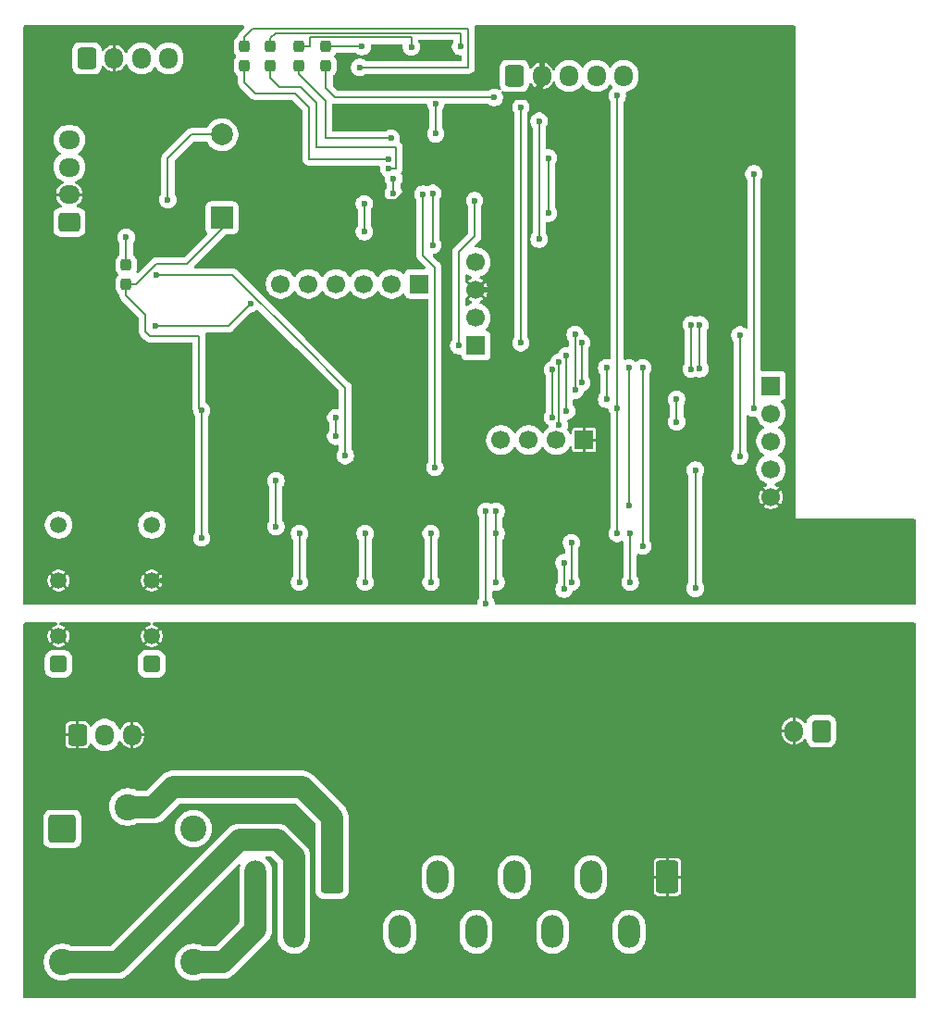
<source format=gbr>
%TF.GenerationSoftware,KiCad,Pcbnew,9.0.3*%
%TF.CreationDate,2025-08-30T18:16:35-03:00*%
%TF.ProjectId,HMI_LVDC-Inverter,484d495f-4c56-4444-932d-496e76657274,rev?*%
%TF.SameCoordinates,Original*%
%TF.FileFunction,Copper,L2,Bot*%
%TF.FilePolarity,Positive*%
%FSLAX46Y46*%
G04 Gerber Fmt 4.6, Leading zero omitted, Abs format (unit mm)*
G04 Created by KiCad (PCBNEW 9.0.3) date 2025-08-30 18:16:35*
%MOMM*%
%LPD*%
G01*
G04 APERTURE LIST*
G04 Aperture macros list*
%AMRoundRect*
0 Rectangle with rounded corners*
0 $1 Rounding radius*
0 $2 $3 $4 $5 $6 $7 $8 $9 X,Y pos of 4 corners*
0 Add a 4 corners polygon primitive as box body*
4,1,4,$2,$3,$4,$5,$6,$7,$8,$9,$2,$3,0*
0 Add four circle primitives for the rounded corners*
1,1,$1+$1,$2,$3*
1,1,$1+$1,$4,$5*
1,1,$1+$1,$6,$7*
1,1,$1+$1,$8,$9*
0 Add four rect primitives between the rounded corners*
20,1,$1+$1,$2,$3,$4,$5,0*
20,1,$1+$1,$4,$5,$6,$7,0*
20,1,$1+$1,$6,$7,$8,$9,0*
20,1,$1+$1,$8,$9,$2,$3,0*%
G04 Aperture macros list end*
%TA.AperFunction,ComponentPad*%
%ADD10RoundRect,0.250000X-0.600000X-0.725000X0.600000X-0.725000X0.600000X0.725000X-0.600000X0.725000X0*%
%TD*%
%TA.AperFunction,ComponentPad*%
%ADD11O,1.700000X1.950000*%
%TD*%
%TA.AperFunction,ComponentPad*%
%ADD12RoundRect,0.250000X0.600000X0.750000X-0.600000X0.750000X-0.600000X-0.750000X0.600000X-0.750000X0*%
%TD*%
%TA.AperFunction,ComponentPad*%
%ADD13O,1.700000X2.000000*%
%TD*%
%TA.AperFunction,ComponentPad*%
%ADD14R,1.700000X1.700000*%
%TD*%
%TA.AperFunction,ComponentPad*%
%ADD15C,1.700000*%
%TD*%
%TA.AperFunction,ComponentPad*%
%ADD16RoundRect,0.250001X0.499999X0.499999X-0.499999X0.499999X-0.499999X-0.499999X0.499999X-0.499999X0*%
%TD*%
%TA.AperFunction,ComponentPad*%
%ADD17C,1.500000*%
%TD*%
%TA.AperFunction,ComponentPad*%
%ADD18RoundRect,0.250000X0.725000X-0.600000X0.725000X0.600000X-0.725000X0.600000X-0.725000X-0.600000X0*%
%TD*%
%TA.AperFunction,ComponentPad*%
%ADD19O,1.950000X1.700000*%
%TD*%
%TA.AperFunction,ComponentPad*%
%ADD20C,2.400000*%
%TD*%
%TA.AperFunction,ComponentPad*%
%ADD21RoundRect,0.250000X-1.000000X-1.000000X1.000000X-1.000000X1.000000X1.000000X-1.000000X1.000000X0*%
%TD*%
%TA.AperFunction,HeatsinkPad*%
%ADD22C,0.600000*%
%TD*%
%TA.AperFunction,ComponentPad*%
%ADD23R,2.000000X2.000000*%
%TD*%
%TA.AperFunction,ComponentPad*%
%ADD24C,2.000000*%
%TD*%
%TA.AperFunction,SMDPad,CuDef*%
%ADD25RoundRect,0.237500X-0.237500X0.287500X-0.237500X-0.287500X0.237500X-0.287500X0.237500X0.287500X0*%
%TD*%
%TA.AperFunction,ComponentPad*%
%ADD26RoundRect,0.250000X0.750000X1.250000X-0.750000X1.250000X-0.750000X-1.250000X0.750000X-1.250000X0*%
%TD*%
%TA.AperFunction,ComponentPad*%
%ADD27O,2.000000X3.000000*%
%TD*%
%TA.AperFunction,ViaPad*%
%ADD28C,0.600000*%
%TD*%
%TA.AperFunction,Conductor*%
%ADD29C,0.200000*%
%TD*%
%TA.AperFunction,Conductor*%
%ADD30C,0.508000*%
%TD*%
%TA.AperFunction,Conductor*%
%ADD31C,2.000000*%
%TD*%
G04 APERTURE END LIST*
D10*
%TO.P,J6,1,Pin_1*%
%TO.N,+5V_ESP*%
X144915000Y-44675000D03*
D11*
%TO.P,J6,2,Pin_2*%
%TO.N,GND*%
X147415000Y-44675000D03*
%TO.P,J6,3,Pin_3*%
%TO.N,/ESP32/VSens_Corriente*%
X149915000Y-44675000D03*
%TO.P,J6,4,Pin_4*%
%TO.N,/ESP32/Vsens_HV*%
X152415000Y-44675000D03*
%TO.P,J6,5,Pin_5*%
%TO.N,+3.3V_ESP*%
X154915000Y-44675000D03*
%TD*%
D12*
%TO.P,J4,1,Pin_1*%
%TO.N,/Perifericos/TERMO_SWITCH_ISO*%
X172994600Y-104587200D03*
D13*
%TO.P,J4,2,Pin_2*%
%TO.N,GND_ISO*%
X170494600Y-104587200D03*
%TD*%
D14*
%TO.P,J8,1,Pin_1*%
%TO.N,/ESP32/RXD0_prog*%
X168405000Y-73010000D03*
D15*
%TO.P,J8,2,Pin_2*%
%TO.N,/ESP32/TXD0_prog*%
X168405000Y-75550000D03*
%TO.P,J8,3,Pin_3*%
%TO.N,/ESP32/ENABLE*%
X168405000Y-78090000D03*
%TO.P,J8,4,Pin_4*%
%TO.N,/ESP32/BOOT_prog*%
X168405000Y-80630000D03*
%TO.P,J8,5,Pin_5*%
%TO.N,GND*%
X168405000Y-83170000D03*
%TD*%
D14*
%TO.P,J5,1,Pin_1*%
%TO.N,/STM32/SW_Clk*%
X141397000Y-69340000D03*
D15*
%TO.P,J5,2,Pin_2*%
%TO.N,/STM32/SW_3V3*%
X141397000Y-66800000D03*
%TO.P,J5,3,Pin_3*%
%TO.N,GND*%
X141397000Y-64260000D03*
%TO.P,J5,4,Pin_4*%
%TO.N,/STM32/SW_DIO*%
X141397000Y-61720000D03*
%TD*%
D16*
%TO.P,U4,1,+Vin*%
%TO.N,+12V_ISO*%
X103195400Y-98440400D03*
D17*
%TO.P,U4,2,-Vin*%
%TO.N,GND_ISO*%
X103195400Y-95900400D03*
%TO.P,U4,4,-Vout*%
%TO.N,GND*%
X103195400Y-90820400D03*
%TO.P,U4,6,+Vout*%
%TO.N,/Fuentes/Fuente_ISO/+5V_OUT*%
X103195400Y-85740400D03*
%TD*%
D18*
%TO.P,J9,1,Pin_1*%
%TO.N,/STM32/W_Sd*%
X104186000Y-58029000D03*
D19*
%TO.P,J9,2,Pin_2*%
%TO.N,GND*%
X104186000Y-55529000D03*
%TO.P,J9,3,Pin_3*%
%TO.N,/STM32/W_In*%
X104186000Y-53029000D03*
%TO.P,J9,4,Pin_4*%
%TO.N,/STM32/V_Sd*%
X104186000Y-50529000D03*
%TD*%
D20*
%TO.P,K2,11*%
%TO.N,/Perifericos/RELAY_COM*%
X109539800Y-111528000D03*
%TO.P,K2,12*%
%TO.N,/Perifericos/RELAY_NC*%
X115539800Y-125728000D03*
%TO.P,K2,14*%
%TO.N,/Perifericos/RELAY_NO*%
X103539800Y-125728000D03*
D21*
%TO.P,K2,A1*%
%TO.N,+12V_ISO*%
X103539800Y-113528000D03*
D20*
%TO.P,K2,A2*%
%TO.N,Net-(D4-A)*%
X115539800Y-113528000D03*
%TD*%
D22*
%TO.P,U2,39,GND*%
%TO.N,GND*%
X162325000Y-58285000D03*
X160925000Y-58285000D03*
X163025000Y-58985000D03*
X161625000Y-58985000D03*
X160225000Y-58985000D03*
X162325000Y-59685000D03*
X160925000Y-59685000D03*
X163025000Y-60385000D03*
X161625000Y-60385000D03*
X160225000Y-60385000D03*
X162325000Y-61085000D03*
X160925000Y-61085000D03*
%TD*%
D10*
%TO.P,J1,1,Pin_1*%
%TO.N,GND_ISO*%
X104922600Y-104942800D03*
D11*
%TO.P,J1,2,Pin_2*%
%TO.N,+12V_ISO*%
X107422600Y-104942800D03*
%TO.P,J1,3,Pin_3*%
%TO.N,GND_ISO*%
X109922600Y-104942800D03*
%TD*%
D16*
%TO.P,U6,1,+Vin*%
%TO.N,+12V_ISO*%
X111729800Y-98440400D03*
D17*
%TO.P,U6,2,-Vin*%
%TO.N,GND_ISO*%
X111729800Y-95900400D03*
%TO.P,U6,4,-Vout*%
%TO.N,GND*%
X111729800Y-90820400D03*
%TO.P,U6,6,+Vout*%
%TO.N,+5V_ESP*%
X111729800Y-85740400D03*
%TD*%
D10*
%TO.P,J7,1,Pin_1*%
%TO.N,/STM32/V_In*%
X105786200Y-43068400D03*
D11*
%TO.P,J7,2,Pin_2*%
%TO.N,GND*%
X108286200Y-43068400D03*
%TO.P,J7,3,Pin_3*%
%TO.N,/STM32/U_Sd*%
X110786200Y-43068400D03*
%TO.P,J7,4,Pin_4*%
%TO.N,/STM32/U_In*%
X113286200Y-43068400D03*
%TD*%
D23*
%TO.P,BZ1,1,+*%
%TO.N,+3.3V_ESP*%
X118156000Y-57648000D03*
D24*
%TO.P,BZ1,2,-*%
%TO.N,Net-(BZ1--)*%
X118156000Y-50048000D03*
%TD*%
D25*
%TO.P,D2,1,K*%
%TO.N,Net-(D2-K)*%
X125165000Y-41985000D03*
%TO.P,D2,2,A*%
%TO.N,3V3_STM*%
X125165000Y-43735000D03*
%TD*%
%TO.P,D5,1,K*%
%TO.N,Net-(D5-K)*%
X109393000Y-61980000D03*
%TO.P,D5,2,A*%
%TO.N,+3.3V_ESP*%
X109393000Y-63730000D03*
%TD*%
%TO.P,D6,1,K*%
%TO.N,Net-(D6-K)*%
X120213400Y-41990200D03*
%TO.P,D6,2,A*%
%TO.N,/Perifericos/LED_State*%
X120213400Y-43740200D03*
%TD*%
D14*
%TO.P,J11,1,Pin_1*%
%TO.N,/Perifericos/Matrix_0*%
X136215400Y-63693200D03*
D15*
%TO.P,J11,2,Pin_2*%
%TO.N,/Perifericos/Matrix_1*%
X133675400Y-63693200D03*
%TO.P,J11,3,Pin_3*%
%TO.N,/Perifericos/Matrix_2*%
X131135400Y-63693200D03*
%TO.P,J11,4,Pin_4*%
%TO.N,/Perifericos/Matrix_3*%
X128595400Y-63693200D03*
%TO.P,J11,5,Pin_5*%
%TO.N,/Perifericos/Matrix_4*%
X126055400Y-63693200D03*
%TO.P,J11,6,Pin_6*%
%TO.N,/Perifericos/Matrix_5*%
X123515400Y-63693200D03*
%TD*%
D25*
%TO.P,D7,1,K*%
%TO.N,Net-(D7-K)*%
X122601000Y-41990200D03*
%TO.P,D7,2,A*%
%TO.N,/Perifericos/LED_Error*%
X122601000Y-43740200D03*
%TD*%
D14*
%TO.P,J10,1,Pin_1*%
%TO.N,GND*%
X151303000Y-77968000D03*
D15*
%TO.P,J10,2,Pin_2*%
%TO.N,+3.3V_ESP*%
X148763000Y-77968000D03*
%TO.P,J10,3,Pin_3*%
%TO.N,/ESP32/OLED_SCL*%
X146223000Y-77968000D03*
%TO.P,J10,4,Pin_4*%
%TO.N,/ESP32/OLED_SDA*%
X143683000Y-77968000D03*
%TD*%
D26*
%TO.P,J3,1,Pin_1*%
%TO.N,GND_ISO*%
X158923000Y-117947600D03*
D27*
%TO.P,J3,2,Pin_2*%
%TO.N,/Perifericos/0_10V_ISO*%
X155423000Y-122947600D03*
%TO.P,J3,3,Pin_3*%
%TO.N,/Perifericos/START_CTRL_ISO*%
X151923000Y-117947600D03*
%TO.P,J3,4,Pin_4*%
%TO.N,/Perifericos/STOP_BUTTON_ISO*%
X148423000Y-122947600D03*
%TO.P,J3,5,Pin_5*%
%TO.N,/Perifericos/FREQ_SEL_4_ISO*%
X144923000Y-117947600D03*
%TO.P,J3,6,Pin_6*%
%TO.N,/Perifericos/FREQ_SEL_3_ISO*%
X141423000Y-122947600D03*
%TO.P,J3,7,Pin_7*%
%TO.N,/Perifericos/FREQ_SEL_2_ISO*%
X137923000Y-117947600D03*
%TO.P,J3,8,Pin_8*%
%TO.N,/Perifericos/FREQ_SEL_1_ISO*%
X134423000Y-122947600D03*
%TD*%
D25*
%TO.P,D3,1,K*%
%TO.N,Net-(D3-K)*%
X127681000Y-41990200D03*
%TO.P,D3,2,A*%
%TO.N,+3.3V_ESP*%
X127681000Y-43740200D03*
%TD*%
D26*
%TO.P,J2,1,Pin_1*%
%TO.N,/Perifericos/RELAY_COM*%
X128239800Y-117947600D03*
D27*
%TO.P,J2,2,Pin_2*%
%TO.N,/Perifericos/RELAY_NO*%
X124739800Y-122947600D03*
%TO.P,J2,3,Pin_3*%
%TO.N,/Perifericos/RELAY_NC*%
X121239800Y-117947600D03*
%TD*%
D28*
%TO.N,/Perifericos/Buzzer*%
X112187000Y-62855000D03*
X129435000Y-79400000D03*
%TO.N,+5V_ESP*%
X161475000Y-91540000D03*
X149455000Y-89200000D03*
X161475000Y-80720000D03*
X112034600Y-67554000D03*
X120775000Y-65500000D03*
X145505000Y-47538800D03*
X149684978Y-70260578D03*
X149455000Y-91610000D03*
X145505000Y-69070000D03*
X149695000Y-75330000D03*
%TO.N,3V3_STM*%
X133635000Y-50390000D03*
%TO.N,GND*%
X112745800Y-90780000D03*
X109393000Y-58029000D03*
X120525000Y-69850000D03*
X169375000Y-58308400D03*
X137625000Y-51170000D03*
X144785000Y-75410000D03*
X121045000Y-72370000D03*
X106395800Y-90261600D03*
X104770200Y-90261600D03*
X114473000Y-60797600D03*
X107665800Y-90261600D03*
X144005000Y-57700000D03*
X135695000Y-52430000D03*
X139955000Y-56927500D03*
X135700000Y-50850000D03*
X165205000Y-50400000D03*
X169375000Y-61102400D03*
X137625000Y-52425000D03*
X157765000Y-77180000D03*
X152775000Y-54530000D03*
X162945000Y-73445000D03*
%TO.N,/STM32/STM_Reset*%
X137715000Y-47240000D03*
X137715000Y-49969000D03*
%TO.N,+3.3V_ESP*%
X125245000Y-86510000D03*
X143255000Y-86510000D03*
X137285000Y-90970000D03*
X150145000Y-90970000D03*
X143255000Y-90960000D03*
X155515000Y-86510000D03*
X131255000Y-86510000D03*
X147185000Y-59610000D03*
X154335000Y-75070000D03*
X125245000Y-90970000D03*
X147185000Y-48820000D03*
X123085000Y-81710000D03*
X116295000Y-86930000D03*
X150145000Y-87350000D03*
X116295000Y-75270000D03*
X131255000Y-90970000D03*
X155515000Y-90970000D03*
X154335000Y-86510000D03*
X143255000Y-84490000D03*
X143085000Y-46640000D03*
X137285000Y-86510000D03*
X154335000Y-46460000D03*
X123085000Y-85880000D03*
%TO.N,/ESP32/ENABLE*%
X166835000Y-53640000D03*
X166835000Y-75070000D03*
%TO.N,/ESP32/BOOT_prog*%
X165554000Y-79439000D03*
X165555000Y-68380000D03*
%TO.N,GND_ISO*%
X104922600Y-103215600D03*
X100452200Y-118100000D03*
%TO.N,Net-(D2-K)*%
X135495000Y-42020000D03*
%TO.N,Net-(D3-K)*%
X130983000Y-41990000D03*
%TO.N,Net-(D6-K)*%
X130765000Y-43900000D03*
%TO.N,Net-(D7-K)*%
X139995000Y-42000000D03*
%TO.N,/Perifericos/LED_State*%
X133400000Y-52275000D03*
%TO.N,/Perifericos/LED_Error*%
X133400000Y-53125000D03*
%TO.N,/STM32/SW_3V3*%
X148035000Y-52190000D03*
X148035000Y-57220000D03*
%TO.N,/STM32/SW_DIO*%
X137450000Y-60137200D03*
X137450000Y-55425000D03*
%TO.N,/ESP32/OLED_SDA*%
X148405000Y-71533894D03*
X148405000Y-75910000D03*
%TO.N,/ESP32/OLED_SCL*%
X149015000Y-70880000D03*
X149015000Y-76599998D03*
%TO.N,/STM32/Boot1*%
X131186200Y-58918000D03*
X133865000Y-54070000D03*
X133865000Y-55420000D03*
X131186200Y-56360000D03*
%TO.N,/ESP32/V0-10V*%
X153355000Y-74250000D03*
X153355000Y-71381000D03*
X159765000Y-74240000D03*
X159770000Y-76310000D03*
%TO.N,/ESP32/START_CTRL*%
X156675000Y-71380000D03*
X156675000Y-87680000D03*
%TO.N,/ESP32/STOP_BUTTON*%
X155405000Y-83980000D03*
X155405000Y-71380000D03*
%TO.N,/ESP32/RESET_MCP*%
X128566000Y-77620000D03*
X128565000Y-75920000D03*
%TO.N,/Perifericos/TermoSw_Input*%
X136575000Y-55500000D03*
X142325000Y-84480000D03*
X142325000Y-92920000D03*
X137637800Y-80477200D03*
%TO.N,/ESP32/INT_A*%
X161884918Y-67441593D03*
X161885000Y-71450000D03*
%TO.N,/ESP32/SCL_MCP*%
X151075000Y-72734894D03*
X151075000Y-69060000D03*
%TO.N,/ESP32/SDA_MCP*%
X150475000Y-68340000D03*
X150475000Y-73420000D03*
%TO.N,/ESP32/INT_B*%
X161085000Y-67430000D03*
X161085000Y-71480000D03*
%TO.N,Net-(D5-K)*%
X109393000Y-59426000D03*
%TO.N,/STM32/SW_Clk*%
X139822200Y-69340000D03*
X141275000Y-56075000D03*
%TO.N,Net-(BZ1--)*%
X113203000Y-55997000D03*
%TD*%
D29*
%TO.N,/Perifericos/Buzzer*%
X129435000Y-73192800D02*
X129435000Y-79400000D01*
X119097200Y-62855000D02*
X125332200Y-69090000D01*
X125332200Y-69090000D02*
X129435000Y-73192800D01*
X112187000Y-62855000D02*
X119097200Y-62855000D01*
%TO.N,+5V_ESP*%
X149695000Y-75140044D02*
X149684978Y-75130022D01*
X161475000Y-91540000D02*
X161475000Y-80720000D01*
X149695000Y-75330000D02*
X149695000Y-75140044D01*
X161475000Y-80720000D02*
X161475000Y-80710000D01*
X149455000Y-91610000D02*
X149455000Y-89200000D01*
X145505000Y-69070000D02*
X145505000Y-47538800D01*
X120775000Y-65500000D02*
X118721000Y-67554000D01*
X149684978Y-75130022D02*
X149684978Y-70260578D01*
X118721000Y-67554000D02*
X112034600Y-67554000D01*
%TO.N,3V3_STM*%
X127605000Y-46929200D02*
X125165000Y-44489200D01*
X133635000Y-50390000D02*
X127605000Y-50390000D01*
X127605000Y-50390000D02*
X127605000Y-46929200D01*
X125165000Y-44489200D02*
X125165000Y-43735000D01*
%TO.N,GND*%
X142923000Y-64252000D02*
X142915000Y-64260000D01*
D30*
X147415000Y-42943200D02*
X148356600Y-42001600D01*
D29*
X121045000Y-71070000D02*
X121045000Y-72370000D01*
X135700000Y-52425000D02*
X135695000Y-52430000D01*
D30*
X134177732Y-56175000D02*
X135695000Y-54657732D01*
X155824200Y-42001600D02*
X164222600Y-50400000D01*
X165781000Y-50400000D02*
X165205000Y-50400000D01*
X143378200Y-59527600D02*
X142717800Y-58867200D01*
X142717800Y-48758000D02*
X144851400Y-46624400D01*
X144851400Y-46624400D02*
X146223000Y-46624400D01*
X124175800Y-51806000D02*
X127223800Y-54854000D01*
X147415000Y-44675000D02*
X147415000Y-42943200D01*
X114473000Y-60797600D02*
X114473000Y-58410000D01*
X146223000Y-46624400D02*
X147415000Y-45432400D01*
X116505000Y-51806000D02*
X124175800Y-51806000D01*
D29*
X109393000Y-58029000D02*
X114473000Y-58029000D01*
D30*
X143378200Y-63760000D02*
X143378200Y-59527600D01*
D29*
X114219000Y-58156000D02*
X114473000Y-58410000D01*
X135700000Y-50850000D02*
X135700000Y-52425000D01*
D30*
X114473000Y-58029000D02*
X114473000Y-53838000D01*
D29*
X120525000Y-69850000D02*
X120525000Y-70550000D01*
D30*
X147415000Y-45432400D02*
X147415000Y-44675000D01*
X148356600Y-42001600D02*
X155824200Y-42001600D01*
X169345000Y-52435000D02*
X169345000Y-50814400D01*
D29*
X120525000Y-70550000D02*
X121045000Y-71070000D01*
D30*
X164222600Y-50400000D02*
X165781000Y-50400000D01*
X127223800Y-54854000D02*
X131491000Y-54854000D01*
X114473000Y-53838000D02*
X116505000Y-51806000D01*
X142717800Y-58867200D02*
X142717800Y-48758000D01*
X131491000Y-54854000D02*
X132812000Y-56175000D01*
X168930600Y-50400000D02*
X165781000Y-50400000D01*
X142878200Y-64260000D02*
X143378200Y-63760000D01*
X169345000Y-50814400D02*
X168930600Y-50400000D01*
X114473000Y-58410000D02*
X114473000Y-58029000D01*
X141397000Y-64260000D02*
X142878200Y-64260000D01*
X135695000Y-54657732D02*
X135695000Y-52430000D01*
D29*
X137625000Y-51170000D02*
X137625000Y-52425000D01*
D30*
X132812000Y-56175000D02*
X134177732Y-56175000D01*
D29*
%TO.N,/STM32/STM_Reset*%
X137715000Y-49969000D02*
X137715000Y-47240000D01*
%TO.N,+3.3V_ESP*%
X116070000Y-68450000D02*
X111559000Y-68450000D01*
X127681000Y-43740200D02*
X127681000Y-45811600D01*
X131255000Y-86510000D02*
X131255000Y-90970000D01*
X109393000Y-63730000D02*
X109393000Y-64785413D01*
X118156000Y-58664000D02*
X118156000Y-57648000D01*
X154335000Y-86510000D02*
X154335000Y-75070000D01*
X150145000Y-87350000D02*
X150145000Y-90970000D01*
X114981000Y-61839000D02*
X118156000Y-58664000D01*
X123085000Y-81710000D02*
X123085000Y-85880000D01*
X125245000Y-90970000D02*
X125245000Y-86510000D01*
X143255000Y-84490000D02*
X143255000Y-86510000D01*
X109393000Y-64785413D02*
X111171000Y-66563413D01*
X143084000Y-46639000D02*
X143085000Y-46640000D01*
X128508400Y-46639000D02*
X143084000Y-46639000D01*
X143255000Y-90960000D02*
X143255000Y-90970000D01*
X111559000Y-68450000D02*
X111171000Y-68062000D01*
X147185000Y-59610000D02*
X147185000Y-48820000D01*
X155515000Y-86510000D02*
X155515000Y-90970000D01*
X127681000Y-45811600D02*
X128508400Y-46639000D01*
X143255000Y-86510000D02*
X143255000Y-90960000D01*
X154335000Y-75070000D02*
X154335000Y-46460000D01*
X112187000Y-61839000D02*
X114981000Y-61839000D01*
X116070000Y-68450000D02*
X116070000Y-75045000D01*
X116070000Y-75045000D02*
X116295000Y-75270000D01*
X109393000Y-63730000D02*
X110296000Y-63730000D01*
X137285000Y-86510000D02*
X137285000Y-90970000D01*
X111171000Y-68062000D02*
X111171000Y-66563413D01*
X110296000Y-63730000D02*
X112187000Y-61839000D01*
X116295000Y-86930000D02*
X116295000Y-75270000D01*
%TO.N,/ESP32/ENABLE*%
X166835000Y-75070000D02*
X166835000Y-53640000D01*
%TO.N,/ESP32/BOOT_prog*%
X165554000Y-79439000D02*
X165555000Y-79438000D01*
X165555000Y-79438000D02*
X165555000Y-68380000D01*
%TO.N,GND_ISO*%
X102890600Y-103215600D02*
X104922600Y-103215600D01*
X100452200Y-118100000D02*
X100452200Y-105654000D01*
X100452200Y-105654000D02*
X102890600Y-103215600D01*
%TO.N,Net-(D2-K)*%
X126175000Y-41159000D02*
X135495000Y-41159000D01*
X125165000Y-41985000D02*
X126175000Y-41985000D01*
X135495000Y-41159000D02*
X135495000Y-42020000D01*
X126175000Y-41985000D02*
X126175000Y-41159000D01*
%TO.N,Net-(D3-K)*%
X130978000Y-41985000D02*
X130983000Y-41990000D01*
X127681000Y-41990200D02*
X127686200Y-41985000D01*
X127686200Y-41985000D02*
X130978000Y-41985000D01*
%TO.N,Net-(D6-K)*%
X140705000Y-40357000D02*
X140705000Y-43900000D01*
X140705000Y-43900000D02*
X130765000Y-43900000D01*
X120213400Y-41990200D02*
X120213400Y-41087200D01*
X120213400Y-41087200D02*
X120943600Y-40357000D01*
X120943600Y-40357000D02*
X140705000Y-40357000D01*
%TO.N,Net-(D7-K)*%
X139995000Y-40758000D02*
X139995000Y-42000000D01*
X123082600Y-40758000D02*
X139995000Y-40758000D01*
X122601000Y-41990200D02*
X122601000Y-41239600D01*
X122601000Y-41239600D02*
X123082600Y-40758000D01*
%TO.N,/Perifericos/LED_State*%
X126115000Y-47538800D02*
X126115000Y-52275000D01*
X124846200Y-46270000D02*
X126115000Y-47538800D01*
X126115000Y-52275000D02*
X133400000Y-52275000D01*
X120213400Y-45303600D02*
X121179800Y-46270000D01*
X120213400Y-43740200D02*
X120213400Y-45303600D01*
X121179800Y-46270000D02*
X124846200Y-46270000D01*
%TO.N,/Perifericos/LED_Error*%
X122601000Y-43740200D02*
X122601000Y-44867200D01*
X126825000Y-51220000D02*
X134105000Y-51220000D01*
X122601000Y-44867200D02*
X123413800Y-45680000D01*
X133250000Y-52975000D02*
X133400000Y-53125000D01*
X134105000Y-51220000D02*
X134105000Y-53125000D01*
X123413800Y-45680000D02*
X125372600Y-45680000D01*
X126825000Y-47132400D02*
X126825000Y-51220000D01*
X125372600Y-45680000D02*
X126825000Y-47132400D01*
X134105000Y-53125000D02*
X133400000Y-53125000D01*
D31*
%TO.N,/Perifericos/RELAY_COM*%
X109539800Y-111528000D02*
X111850200Y-111528000D01*
X111850200Y-111528000D02*
X113660200Y-109718000D01*
X113660200Y-109718000D02*
X125496600Y-109718000D01*
X128239800Y-112461200D02*
X128239800Y-117947600D01*
X125496600Y-109718000D02*
X128239800Y-112461200D01*
%TO.N,/Perifericos/RELAY_NC*%
X115539800Y-125728000D02*
X118224200Y-125728000D01*
X118224200Y-125728000D02*
X121239800Y-122712400D01*
X121239800Y-122712400D02*
X121239800Y-117947600D01*
%TO.N,/Perifericos/RELAY_NO*%
X108572200Y-125728000D02*
X119751000Y-114549200D01*
X123221000Y-114549200D02*
X124739800Y-116068000D01*
X103539800Y-125728000D02*
X108572200Y-125728000D01*
X124739800Y-116068000D02*
X124739800Y-122947600D01*
X119751000Y-114549200D02*
X123221000Y-114549200D01*
D29*
%TO.N,/STM32/SW_3V3*%
X148035000Y-52190000D02*
X148035000Y-57220000D01*
%TO.N,/STM32/SW_DIO*%
X137450000Y-55425000D02*
X137450000Y-60137200D01*
%TO.N,/ESP32/OLED_SDA*%
X148405000Y-75910000D02*
X148405000Y-71533894D01*
%TO.N,/ESP32/OLED_SCL*%
X149015000Y-70880000D02*
X149015000Y-76599998D01*
%TO.N,/STM32/Boot1*%
X131186200Y-58918000D02*
X131186200Y-56360000D01*
X133865000Y-55420000D02*
X133865000Y-54070000D01*
%TO.N,/ESP32/V0-10V*%
X159770000Y-74325000D02*
X159770000Y-76310000D01*
X159770000Y-76310000D02*
X159770000Y-75915000D01*
X153355000Y-74250000D02*
X153355000Y-71381000D01*
X159765000Y-74320000D02*
X159770000Y-74325000D01*
X159765000Y-74240000D02*
X159765000Y-74320000D01*
%TO.N,/ESP32/START_CTRL*%
X156675000Y-87680000D02*
X156675000Y-71380000D01*
%TO.N,/ESP32/STOP_BUTTON*%
X155405000Y-83980000D02*
X155405000Y-71380000D01*
%TO.N,/ESP32/RESET_MCP*%
X128566000Y-77620000D02*
X128566000Y-75921000D01*
X128566000Y-75921000D02*
X128565000Y-75920000D01*
%TO.N,/Perifericos/TermoSw_Input*%
X142325000Y-84480000D02*
X142325000Y-92920000D01*
X137637800Y-80477200D02*
X137637800Y-62169200D01*
X137637800Y-62169200D02*
X136575000Y-61106400D01*
X136575000Y-61106400D02*
X136575000Y-55500000D01*
%TO.N,/ESP32/INT_A*%
X161884918Y-71049918D02*
X161884918Y-67441593D01*
X161885000Y-71450000D02*
X161885000Y-71050000D01*
X161885000Y-71050000D02*
X161884918Y-71049918D01*
%TO.N,/ESP32/SCL_MCP*%
X151075000Y-72729788D02*
X151080106Y-72734894D01*
X151075000Y-69060000D02*
X151075000Y-72729788D01*
X151080106Y-72734894D02*
X151075000Y-72734894D01*
%TO.N,/ESP32/SDA_MCP*%
X150475000Y-68340000D02*
X150475000Y-73420000D01*
%TO.N,/ESP32/INT_B*%
X161085000Y-67430000D02*
X161085000Y-71480000D01*
%TO.N,Net-(D5-K)*%
X109393000Y-61980000D02*
X109393000Y-59426000D01*
%TO.N,/STM32/SW_Clk*%
X141275000Y-59344800D02*
X139822200Y-60797600D01*
X139822200Y-60797600D02*
X139822200Y-69340000D01*
X141275000Y-56075000D02*
X141275000Y-59344800D01*
%TO.N,Net-(BZ1--)*%
X113203000Y-55997000D02*
X113203000Y-52187000D01*
X113203000Y-52187000D02*
X115342000Y-50048000D01*
X115342000Y-50048000D02*
X118156000Y-50048000D01*
%TD*%
%TA.AperFunction,Conductor*%
%TO.N,GND*%
G36*
X140996901Y-64567007D02*
G01*
X141089993Y-64660099D01*
X141143046Y-64690729D01*
X140711874Y-65121901D01*
X140820478Y-65200805D01*
X140974741Y-65279407D01*
X140977708Y-65280371D01*
X140978693Y-65281044D01*
X140979240Y-65281271D01*
X140979192Y-65281385D01*
X141035385Y-65319806D01*
X141062586Y-65384163D01*
X141050675Y-65453010D01*
X141003433Y-65504488D01*
X140977714Y-65516235D01*
X140878583Y-65548444D01*
X140689184Y-65644948D01*
X140619585Y-65695515D01*
X140553778Y-65718994D01*
X140485724Y-65703168D01*
X140437030Y-65653062D01*
X140422700Y-65595196D01*
X140422700Y-65070421D01*
X140442385Y-65003382D01*
X140495189Y-64957627D01*
X140528478Y-64951743D01*
X140966269Y-64513952D01*
X140996901Y-64567007D01*
G37*
%TD.AperFunction*%
%TA.AperFunction,Conductor*%
G36*
X140619585Y-62824485D02*
G01*
X140689184Y-62875051D01*
X140878588Y-62971557D01*
X140977715Y-63003765D01*
X141035388Y-63043201D01*
X141062587Y-63107560D01*
X141050673Y-63176406D01*
X141003429Y-63227882D01*
X140977722Y-63239623D01*
X140974746Y-63240589D01*
X140820476Y-63319195D01*
X140820474Y-63319196D01*
X140711874Y-63398096D01*
X140711874Y-63398097D01*
X141143047Y-63829270D01*
X141089993Y-63859901D01*
X140996901Y-63952993D01*
X140966270Y-64006047D01*
X140527298Y-63567075D01*
X140488051Y-63558830D01*
X140438295Y-63509779D01*
X140422700Y-63449577D01*
X140422700Y-62924803D01*
X140442385Y-62857764D01*
X140495189Y-62812009D01*
X140564347Y-62802065D01*
X140619585Y-62824485D01*
G37*
%TD.AperFunction*%
%TA.AperFunction,Conductor*%
G36*
X120171041Y-40067685D02*
G01*
X120216796Y-40120489D01*
X120226740Y-40189647D01*
X120197715Y-40253203D01*
X120191683Y-40259681D01*
X119732881Y-40718482D01*
X119732875Y-40718490D01*
X119691427Y-40790282D01*
X119691427Y-40790284D01*
X119653823Y-40855414D01*
X119653823Y-40855415D01*
X119612899Y-41008143D01*
X119612899Y-41008145D01*
X119610796Y-41015994D01*
X119608873Y-41015478D01*
X119584954Y-41069533D01*
X119555389Y-41094978D01*
X119515050Y-41119859D01*
X119393061Y-41241848D01*
X119302493Y-41388681D01*
X119302491Y-41388686D01*
X119292998Y-41417334D01*
X119248226Y-41552447D01*
X119248226Y-41552448D01*
X119248225Y-41552448D01*
X119237900Y-41653515D01*
X119237900Y-42326869D01*
X119237901Y-42326887D01*
X119248225Y-42427952D01*
X119277974Y-42517725D01*
X119300432Y-42585500D01*
X119302492Y-42591715D01*
X119302493Y-42591718D01*
X119314871Y-42611786D01*
X119389853Y-42733351D01*
X119393061Y-42738551D01*
X119432029Y-42777519D01*
X119465514Y-42838842D01*
X119460530Y-42908534D01*
X119432029Y-42952881D01*
X119393061Y-42991848D01*
X119302493Y-43138681D01*
X119302492Y-43138684D01*
X119248226Y-43302447D01*
X119248226Y-43302448D01*
X119248225Y-43302448D01*
X119237900Y-43403515D01*
X119237900Y-44076869D01*
X119237901Y-44076887D01*
X119248225Y-44177952D01*
X119276095Y-44262056D01*
X119300768Y-44336514D01*
X119302492Y-44341715D01*
X119302493Y-44341718D01*
X119326429Y-44380524D01*
X119393060Y-44488550D01*
X119515050Y-44610540D01*
X119553997Y-44634562D01*
X119600720Y-44686507D01*
X119612900Y-44740100D01*
X119612900Y-45216930D01*
X119612899Y-45216948D01*
X119612899Y-45382654D01*
X119612898Y-45382654D01*
X119616536Y-45396230D01*
X119648789Y-45516600D01*
X119653824Y-45535387D01*
X119656187Y-45539479D01*
X119656191Y-45539486D01*
X119732877Y-45672312D01*
X119732881Y-45672317D01*
X119851749Y-45791185D01*
X119851755Y-45791190D01*
X120694939Y-46634374D01*
X120694949Y-46634385D01*
X120699279Y-46638715D01*
X120699280Y-46638716D01*
X120811084Y-46750520D01*
X120897895Y-46800639D01*
X120897897Y-46800641D01*
X120935951Y-46822611D01*
X120948015Y-46829577D01*
X121100743Y-46870501D01*
X121100746Y-46870501D01*
X121266453Y-46870501D01*
X121266469Y-46870500D01*
X124546103Y-46870500D01*
X124613142Y-46890185D01*
X124633784Y-46906819D01*
X125478181Y-47751216D01*
X125511666Y-47812539D01*
X125514500Y-47838897D01*
X125514500Y-52195943D01*
X125514500Y-52354057D01*
X125533108Y-52423501D01*
X125555423Y-52506783D01*
X125555426Y-52506790D01*
X125634475Y-52643709D01*
X125634479Y-52643714D01*
X125634480Y-52643716D01*
X125746284Y-52755520D01*
X125746286Y-52755521D01*
X125746290Y-52755524D01*
X125770957Y-52769765D01*
X125883216Y-52834577D01*
X126035943Y-52875500D01*
X132482351Y-52875500D01*
X132549390Y-52895185D01*
X132595145Y-52947989D01*
X132605089Y-53017147D01*
X132603969Y-53023690D01*
X132599500Y-53046158D01*
X132599500Y-53203846D01*
X132630261Y-53358489D01*
X132630264Y-53358501D01*
X132690602Y-53504172D01*
X132690609Y-53504185D01*
X132778210Y-53635288D01*
X132778213Y-53635292D01*
X132889710Y-53746789D01*
X133018009Y-53832515D01*
X133062814Y-53886127D01*
X133071521Y-53955452D01*
X133070736Y-53959808D01*
X133064500Y-53991159D01*
X133064500Y-54148846D01*
X133095261Y-54303489D01*
X133095264Y-54303501D01*
X133155602Y-54449172D01*
X133155609Y-54449185D01*
X133243602Y-54580874D01*
X133249252Y-54598920D01*
X133259477Y-54614830D01*
X133263928Y-54645789D01*
X133264480Y-54647551D01*
X133264500Y-54649765D01*
X133264500Y-54840234D01*
X133244815Y-54907273D01*
X133243602Y-54909125D01*
X133155609Y-55040814D01*
X133155602Y-55040827D01*
X133095264Y-55186498D01*
X133095261Y-55186510D01*
X133064500Y-55341153D01*
X133064500Y-55498846D01*
X133095261Y-55653489D01*
X133095264Y-55653501D01*
X133155602Y-55799172D01*
X133155609Y-55799185D01*
X133243210Y-55930288D01*
X133243213Y-55930292D01*
X133354707Y-56041786D01*
X133354711Y-56041789D01*
X133485814Y-56129390D01*
X133485827Y-56129397D01*
X133631498Y-56189735D01*
X133631503Y-56189737D01*
X133786153Y-56220499D01*
X133786156Y-56220500D01*
X133786158Y-56220500D01*
X133943844Y-56220500D01*
X133943845Y-56220499D01*
X134098497Y-56189737D01*
X134244179Y-56129394D01*
X134375289Y-56041789D01*
X134486789Y-55930289D01*
X134574394Y-55799179D01*
X134634737Y-55653497D01*
X134665500Y-55498842D01*
X134665500Y-55341158D01*
X134665500Y-55341155D01*
X134665499Y-55341153D01*
X134658360Y-55305263D01*
X134634737Y-55186503D01*
X134619164Y-55148905D01*
X134574397Y-55040827D01*
X134574390Y-55040814D01*
X134486398Y-54909125D01*
X134480747Y-54891078D01*
X134470523Y-54875169D01*
X134466071Y-54844207D01*
X134465520Y-54842447D01*
X134465500Y-54840234D01*
X134465500Y-54649765D01*
X134485185Y-54582726D01*
X134486398Y-54580874D01*
X134574390Y-54449185D01*
X134574390Y-54449184D01*
X134574394Y-54449179D01*
X134634737Y-54303497D01*
X134665500Y-54148842D01*
X134665500Y-53991158D01*
X134665500Y-53991155D01*
X134665499Y-53991153D01*
X134659264Y-53959808D01*
X134634737Y-53836503D01*
X134634735Y-53836498D01*
X134574395Y-53690822D01*
X134556439Y-53663950D01*
X134535560Y-53597273D01*
X134554044Y-53529893D01*
X134571861Y-53507375D01*
X134585518Y-53493718D01*
X134585518Y-53493717D01*
X134585520Y-53493716D01*
X134664577Y-53356784D01*
X134705500Y-53204057D01*
X134705500Y-51140943D01*
X134664577Y-50988216D01*
X134664573Y-50988209D01*
X134585524Y-50851290D01*
X134585518Y-50851282D01*
X134473715Y-50739479D01*
X134468102Y-50736239D01*
X134419886Y-50685672D01*
X134406662Y-50617066D01*
X134408484Y-50604659D01*
X134435500Y-50468844D01*
X134435500Y-50311155D01*
X134435499Y-50311153D01*
X134415927Y-50212760D01*
X134404737Y-50156503D01*
X134404735Y-50156498D01*
X134344397Y-50010827D01*
X134344390Y-50010814D01*
X134256789Y-49879711D01*
X134256786Y-49879707D01*
X134145292Y-49768213D01*
X134145288Y-49768210D01*
X134014185Y-49680609D01*
X134014172Y-49680602D01*
X133868501Y-49620264D01*
X133868489Y-49620261D01*
X133713845Y-49589500D01*
X133713842Y-49589500D01*
X133556158Y-49589500D01*
X133556155Y-49589500D01*
X133401510Y-49620261D01*
X133401498Y-49620264D01*
X133255827Y-49680602D01*
X133255814Y-49680609D01*
X133124125Y-49768602D01*
X133057447Y-49789480D01*
X133055234Y-49789500D01*
X128329500Y-49789500D01*
X128262461Y-49769815D01*
X128216706Y-49717011D01*
X128205500Y-49665500D01*
X128205500Y-47341121D01*
X128225185Y-47274082D01*
X128277989Y-47228327D01*
X128347147Y-47218383D01*
X128361577Y-47221342D01*
X128429342Y-47239500D01*
X128429343Y-47239500D01*
X136796954Y-47239500D01*
X136863993Y-47259185D01*
X136909748Y-47311989D01*
X136918571Y-47339309D01*
X136945261Y-47473489D01*
X136945264Y-47473501D01*
X137005602Y-47619172D01*
X137005609Y-47619185D01*
X137093602Y-47750874D01*
X137114480Y-47817551D01*
X137114500Y-47819765D01*
X137114500Y-49389234D01*
X137094815Y-49456273D01*
X137093602Y-49458125D01*
X137005609Y-49589814D01*
X137005602Y-49589827D01*
X136945264Y-49735498D01*
X136945261Y-49735510D01*
X136914500Y-49890153D01*
X136914500Y-50047846D01*
X136945261Y-50202489D01*
X136945264Y-50202501D01*
X137005602Y-50348172D01*
X137005609Y-50348185D01*
X137093210Y-50479288D01*
X137093213Y-50479292D01*
X137204707Y-50590786D01*
X137204711Y-50590789D01*
X137335814Y-50678390D01*
X137335827Y-50678397D01*
X137475472Y-50736239D01*
X137481503Y-50738737D01*
X137636153Y-50769499D01*
X137636156Y-50769500D01*
X137636158Y-50769500D01*
X137793844Y-50769500D01*
X137793845Y-50769499D01*
X137948497Y-50738737D01*
X138076608Y-50685672D01*
X138094172Y-50678397D01*
X138094172Y-50678396D01*
X138094179Y-50678394D01*
X138225289Y-50590789D01*
X138336789Y-50479289D01*
X138424394Y-50348179D01*
X138484737Y-50202497D01*
X138515500Y-50047842D01*
X138515500Y-49890158D01*
X138515500Y-49890155D01*
X138515499Y-49890153D01*
X138501779Y-49821179D01*
X138484737Y-49735503D01*
X138484735Y-49735498D01*
X138424397Y-49589827D01*
X138424390Y-49589814D01*
X138336398Y-49458125D01*
X138315520Y-49391447D01*
X138315500Y-49389234D01*
X138315500Y-47819765D01*
X138335185Y-47752726D01*
X138336398Y-47750874D01*
X138424390Y-47619185D01*
X138424390Y-47619184D01*
X138424394Y-47619179D01*
X138484737Y-47473497D01*
X138487431Y-47459953D01*
X144704500Y-47459953D01*
X144704500Y-47617646D01*
X144735261Y-47772289D01*
X144735264Y-47772301D01*
X144795602Y-47917972D01*
X144795609Y-47917985D01*
X144883602Y-48049674D01*
X144904480Y-48116351D01*
X144904500Y-48118565D01*
X144904500Y-68490234D01*
X144884815Y-68557273D01*
X144883602Y-68559125D01*
X144795609Y-68690814D01*
X144795602Y-68690827D01*
X144735264Y-68836498D01*
X144735261Y-68836510D01*
X144704500Y-68991153D01*
X144704500Y-69148846D01*
X144735261Y-69303489D01*
X144735264Y-69303501D01*
X144795602Y-69449172D01*
X144795609Y-69449185D01*
X144883210Y-69580288D01*
X144883213Y-69580292D01*
X144994707Y-69691786D01*
X144994711Y-69691789D01*
X145125814Y-69779390D01*
X145125827Y-69779397D01*
X145271498Y-69839735D01*
X145271503Y-69839737D01*
X145426153Y-69870499D01*
X145426156Y-69870500D01*
X145426158Y-69870500D01*
X145583844Y-69870500D01*
X145583845Y-69870499D01*
X145738497Y-69839737D01*
X145884179Y-69779394D01*
X146015289Y-69691789D01*
X146126789Y-69580289D01*
X146214394Y-69449179D01*
X146274737Y-69303497D01*
X146305500Y-69148842D01*
X146305500Y-68991158D01*
X146305500Y-68991155D01*
X146305499Y-68991153D01*
X146299467Y-68960827D01*
X146274737Y-68836503D01*
X146270593Y-68826498D01*
X146214397Y-68690827D01*
X146214390Y-68690814D01*
X146126398Y-68559125D01*
X146105520Y-68492447D01*
X146105500Y-68490234D01*
X146105500Y-48741153D01*
X146384500Y-48741153D01*
X146384500Y-48898846D01*
X146415261Y-49053489D01*
X146415264Y-49053501D01*
X146475602Y-49199172D01*
X146475609Y-49199185D01*
X146563602Y-49330874D01*
X146584480Y-49397551D01*
X146584500Y-49399765D01*
X146584500Y-59030234D01*
X146564815Y-59097273D01*
X146563602Y-59099125D01*
X146475609Y-59230814D01*
X146475602Y-59230827D01*
X146415264Y-59376498D01*
X146415261Y-59376510D01*
X146384500Y-59531153D01*
X146384500Y-59688846D01*
X146415261Y-59843489D01*
X146415264Y-59843501D01*
X146475602Y-59989172D01*
X146475609Y-59989185D01*
X146563210Y-60120288D01*
X146563213Y-60120292D01*
X146674707Y-60231786D01*
X146674711Y-60231789D01*
X146805814Y-60319390D01*
X146805827Y-60319397D01*
X146929659Y-60370689D01*
X146951503Y-60379737D01*
X147102242Y-60409721D01*
X147106153Y-60410499D01*
X147106156Y-60410500D01*
X147106158Y-60410500D01*
X147263844Y-60410500D01*
X147263845Y-60410499D01*
X147418497Y-60379737D01*
X147564179Y-60319394D01*
X147695289Y-60231789D01*
X147806789Y-60120289D01*
X147894394Y-59989179D01*
X147954737Y-59843497D01*
X147985500Y-59688842D01*
X147985500Y-59531158D01*
X147985500Y-59531155D01*
X147985499Y-59531153D01*
X147972297Y-59464781D01*
X147954737Y-59376503D01*
X147921880Y-59297179D01*
X147894397Y-59230827D01*
X147894390Y-59230814D01*
X147806398Y-59099125D01*
X147785520Y-59032447D01*
X147785500Y-59030234D01*
X147785500Y-58137648D01*
X147805185Y-58070609D01*
X147857989Y-58024854D01*
X147927147Y-58014910D01*
X147933672Y-58016027D01*
X147956158Y-58020500D01*
X148113844Y-58020500D01*
X148113845Y-58020499D01*
X148268497Y-57989737D01*
X148414179Y-57929394D01*
X148545289Y-57841789D01*
X148656789Y-57730289D01*
X148744394Y-57599179D01*
X148804737Y-57453497D01*
X148835500Y-57298842D01*
X148835500Y-57141158D01*
X148835500Y-57141155D01*
X148835499Y-57141153D01*
X148804738Y-56986510D01*
X148804737Y-56986503D01*
X148765418Y-56891578D01*
X148744397Y-56840827D01*
X148744390Y-56840814D01*
X148656398Y-56709125D01*
X148635520Y-56642447D01*
X148635500Y-56640234D01*
X148635500Y-52769765D01*
X148655185Y-52702726D01*
X148656398Y-52700874D01*
X148744390Y-52569185D01*
X148744390Y-52569184D01*
X148744394Y-52569179D01*
X148804737Y-52423497D01*
X148835500Y-52268842D01*
X148835500Y-52111158D01*
X148835500Y-52111155D01*
X148835499Y-52111153D01*
X148834860Y-52107943D01*
X148804737Y-51956503D01*
X148804735Y-51956498D01*
X148744397Y-51810827D01*
X148744390Y-51810814D01*
X148656789Y-51679711D01*
X148656786Y-51679707D01*
X148545292Y-51568213D01*
X148545288Y-51568210D01*
X148414185Y-51480609D01*
X148414172Y-51480602D01*
X148268501Y-51420264D01*
X148268489Y-51420261D01*
X148113845Y-51389500D01*
X148113842Y-51389500D01*
X147956158Y-51389500D01*
X147933690Y-51393969D01*
X147864099Y-51387740D01*
X147808922Y-51344877D01*
X147785678Y-51278987D01*
X147785500Y-51272351D01*
X147785500Y-49399765D01*
X147805185Y-49332726D01*
X147806398Y-49330874D01*
X147894390Y-49199185D01*
X147894390Y-49199184D01*
X147894394Y-49199179D01*
X147954737Y-49053497D01*
X147985500Y-48898842D01*
X147985500Y-48741158D01*
X147985500Y-48741155D01*
X147985499Y-48741153D01*
X147954738Y-48586510D01*
X147954737Y-48586503D01*
X147938582Y-48547500D01*
X147894397Y-48440827D01*
X147894390Y-48440814D01*
X147806789Y-48309711D01*
X147806786Y-48309707D01*
X147695292Y-48198213D01*
X147695288Y-48198210D01*
X147564185Y-48110609D01*
X147564172Y-48110602D01*
X147418501Y-48050264D01*
X147418489Y-48050261D01*
X147263845Y-48019500D01*
X147263842Y-48019500D01*
X147106158Y-48019500D01*
X147106155Y-48019500D01*
X146951510Y-48050261D01*
X146951498Y-48050264D01*
X146805827Y-48110602D01*
X146805814Y-48110609D01*
X146674711Y-48198210D01*
X146674707Y-48198213D01*
X146563213Y-48309707D01*
X146563210Y-48309711D01*
X146475609Y-48440814D01*
X146475602Y-48440827D01*
X146415264Y-48586498D01*
X146415261Y-48586510D01*
X146384500Y-48741153D01*
X146105500Y-48741153D01*
X146105500Y-48118565D01*
X146125185Y-48051526D01*
X146126398Y-48049674D01*
X146214390Y-47917985D01*
X146214390Y-47917984D01*
X146214394Y-47917979D01*
X146274737Y-47772297D01*
X146305500Y-47617642D01*
X146305500Y-47459958D01*
X146305500Y-47459955D01*
X146305499Y-47459953D01*
X146274737Y-47305303D01*
X146274735Y-47305298D01*
X146214397Y-47159627D01*
X146214390Y-47159614D01*
X146126789Y-47028511D01*
X146126786Y-47028507D01*
X146015292Y-46917013D01*
X146015288Y-46917010D01*
X145884185Y-46829409D01*
X145884172Y-46829402D01*
X145738501Y-46769064D01*
X145738489Y-46769061D01*
X145583845Y-46738300D01*
X145583842Y-46738300D01*
X145426158Y-46738300D01*
X145426155Y-46738300D01*
X145271510Y-46769061D01*
X145271498Y-46769064D01*
X145125827Y-46829402D01*
X145125814Y-46829409D01*
X144994711Y-46917010D01*
X144994707Y-46917013D01*
X144883213Y-47028507D01*
X144883210Y-47028511D01*
X144795609Y-47159614D01*
X144795602Y-47159627D01*
X144735264Y-47305298D01*
X144735261Y-47305310D01*
X144704500Y-47459953D01*
X138487431Y-47459953D01*
X138509424Y-47349389D01*
X138511429Y-47339309D01*
X138543814Y-47277398D01*
X138604529Y-47242824D01*
X138633046Y-47239500D01*
X142503738Y-47239500D01*
X142570777Y-47259185D01*
X142572629Y-47260398D01*
X142705814Y-47349390D01*
X142705827Y-47349397D01*
X142851498Y-47409735D01*
X142851503Y-47409737D01*
X143006153Y-47440499D01*
X143006156Y-47440500D01*
X143006158Y-47440500D01*
X143163844Y-47440500D01*
X143163845Y-47440499D01*
X143318497Y-47409737D01*
X143464179Y-47349394D01*
X143595289Y-47261789D01*
X143706789Y-47150289D01*
X143794394Y-47019179D01*
X143854737Y-46873497D01*
X143885500Y-46718842D01*
X143885500Y-46561158D01*
X143885500Y-46561155D01*
X143885499Y-46561153D01*
X143854738Y-46406510D01*
X143854737Y-46406503D01*
X143844237Y-46381153D01*
X143794397Y-46260827D01*
X143794393Y-46260820D01*
X143769415Y-46223438D01*
X143748537Y-46156760D01*
X143767021Y-46089380D01*
X143819000Y-46042689D01*
X143887970Y-46031513D01*
X143937613Y-46049007D01*
X143995659Y-46084810D01*
X143995660Y-46084810D01*
X143995666Y-46084814D01*
X144162203Y-46139999D01*
X144264991Y-46150500D01*
X145565008Y-46150499D01*
X145667797Y-46139999D01*
X145834334Y-46084814D01*
X145983656Y-45992712D01*
X146107712Y-45868656D01*
X146199814Y-45719334D01*
X146254999Y-45552797D01*
X146264835Y-45456511D01*
X146291231Y-45391821D01*
X146348411Y-45351670D01*
X146418222Y-45348806D01*
X146478499Y-45384140D01*
X146488511Y-45396230D01*
X146575961Y-45516595D01*
X146575965Y-45516600D01*
X146698397Y-45639032D01*
X146838475Y-45740804D01*
X146992744Y-45819408D01*
X147157415Y-45872913D01*
X147290000Y-45893913D01*
X147290000Y-45133262D01*
X147352465Y-45150000D01*
X147477535Y-45150000D01*
X147540000Y-45133262D01*
X147540000Y-45893912D01*
X147672584Y-45872913D01*
X147837255Y-45819408D01*
X147991524Y-45740804D01*
X148131602Y-45639032D01*
X148254032Y-45516602D01*
X148355804Y-45376524D01*
X148419275Y-45251956D01*
X148467250Y-45201160D01*
X148535071Y-45184365D01*
X148601205Y-45206902D01*
X148644657Y-45261617D01*
X148647691Y-45269932D01*
X148663444Y-45318416D01*
X148759951Y-45507820D01*
X148884890Y-45679786D01*
X149035213Y-45830109D01*
X149207179Y-45955048D01*
X149207181Y-45955049D01*
X149207184Y-45955051D01*
X149396588Y-46051557D01*
X149598757Y-46117246D01*
X149808713Y-46150500D01*
X149808714Y-46150500D01*
X150021286Y-46150500D01*
X150021287Y-46150500D01*
X150231243Y-46117246D01*
X150433412Y-46051557D01*
X150622816Y-45955051D01*
X150706966Y-45893913D01*
X150794786Y-45830109D01*
X150794788Y-45830106D01*
X150794792Y-45830104D01*
X150945104Y-45679792D01*
X151064683Y-45515204D01*
X151120011Y-45472540D01*
X151189624Y-45466561D01*
X151251420Y-45499166D01*
X151265313Y-45515199D01*
X151379462Y-45672312D01*
X151384896Y-45679792D01*
X151535213Y-45830109D01*
X151707179Y-45955048D01*
X151707181Y-45955049D01*
X151707184Y-45955051D01*
X151896588Y-46051557D01*
X152098757Y-46117246D01*
X152308713Y-46150500D01*
X152308714Y-46150500D01*
X152521286Y-46150500D01*
X152521287Y-46150500D01*
X152731243Y-46117246D01*
X152933412Y-46051557D01*
X153122816Y-45955051D01*
X153206966Y-45893913D01*
X153294786Y-45830109D01*
X153294788Y-45830106D01*
X153294792Y-45830104D01*
X153445104Y-45679792D01*
X153564683Y-45515204D01*
X153586961Y-45498025D01*
X153607134Y-45478421D01*
X153614255Y-45476977D01*
X153620011Y-45472540D01*
X153648040Y-45470132D01*
X153675612Y-45464546D01*
X153682384Y-45467182D01*
X153689624Y-45466561D01*
X153714505Y-45479689D01*
X153740721Y-45489896D01*
X153747951Y-45497336D01*
X153751420Y-45499166D01*
X153765313Y-45515199D01*
X153859449Y-45644767D01*
X153866905Y-45655029D01*
X153890384Y-45720836D01*
X153874558Y-45788890D01*
X153835481Y-45831013D01*
X153824715Y-45838207D01*
X153824707Y-45838213D01*
X153713213Y-45949707D01*
X153713210Y-45949711D01*
X153625609Y-46080814D01*
X153625602Y-46080827D01*
X153565264Y-46226498D01*
X153565261Y-46226510D01*
X153534500Y-46381153D01*
X153534500Y-46538846D01*
X153565261Y-46693489D01*
X153565264Y-46693501D01*
X153625602Y-46839172D01*
X153625609Y-46839185D01*
X153713602Y-46970874D01*
X153734480Y-47037551D01*
X153734500Y-47039765D01*
X153734500Y-70489210D01*
X153714815Y-70556249D01*
X153662011Y-70602004D01*
X153592853Y-70611948D01*
X153586309Y-70610827D01*
X153433845Y-70580500D01*
X153433842Y-70580500D01*
X153276158Y-70580500D01*
X153276155Y-70580500D01*
X153121510Y-70611261D01*
X153121498Y-70611264D01*
X152975827Y-70671602D01*
X152975814Y-70671609D01*
X152844711Y-70759210D01*
X152844707Y-70759213D01*
X152733213Y-70870707D01*
X152733210Y-70870711D01*
X152645609Y-71001814D01*
X152645602Y-71001827D01*
X152585264Y-71147498D01*
X152585261Y-71147510D01*
X152554500Y-71302153D01*
X152554500Y-71459846D01*
X152585261Y-71614489D01*
X152585264Y-71614501D01*
X152645602Y-71760172D01*
X152645609Y-71760185D01*
X152733602Y-71891874D01*
X152754480Y-71958551D01*
X152754500Y-71960765D01*
X152754500Y-73670234D01*
X152734815Y-73737273D01*
X152733602Y-73739125D01*
X152645609Y-73870814D01*
X152645602Y-73870827D01*
X152585264Y-74016498D01*
X152585261Y-74016510D01*
X152554500Y-74171153D01*
X152554500Y-74328846D01*
X152585261Y-74483489D01*
X152585264Y-74483501D01*
X152645602Y-74629172D01*
X152645609Y-74629185D01*
X152733210Y-74760288D01*
X152733213Y-74760292D01*
X152844707Y-74871786D01*
X152844711Y-74871789D01*
X152975814Y-74959390D01*
X152975827Y-74959397D01*
X153089133Y-75006329D01*
X153121503Y-75019737D01*
X153276153Y-75050499D01*
X153276156Y-75050500D01*
X153413174Y-75050500D01*
X153480213Y-75070185D01*
X153525968Y-75122989D01*
X153534791Y-75150308D01*
X153565261Y-75303491D01*
X153565264Y-75303501D01*
X153625602Y-75449172D01*
X153625609Y-75449185D01*
X153713602Y-75580874D01*
X153734480Y-75647551D01*
X153734500Y-75649765D01*
X153734500Y-85930234D01*
X153714815Y-85997273D01*
X153713602Y-85999125D01*
X153625609Y-86130814D01*
X153625602Y-86130827D01*
X153565264Y-86276498D01*
X153565261Y-86276510D01*
X153534500Y-86431153D01*
X153534500Y-86588846D01*
X153565261Y-86743489D01*
X153565264Y-86743501D01*
X153625602Y-86889172D01*
X153625609Y-86889185D01*
X153713210Y-87020288D01*
X153713213Y-87020292D01*
X153824707Y-87131786D01*
X153824711Y-87131789D01*
X153955814Y-87219390D01*
X153955827Y-87219397D01*
X154063546Y-87264015D01*
X154101503Y-87279737D01*
X154249482Y-87309172D01*
X154256153Y-87310499D01*
X154256156Y-87310500D01*
X154256158Y-87310500D01*
X154413844Y-87310500D01*
X154413845Y-87310499D01*
X154568497Y-87279737D01*
X154714179Y-87219394D01*
X154718156Y-87216736D01*
X154721609Y-87214430D01*
X154788286Y-87193552D01*
X154855666Y-87212036D01*
X154902357Y-87264015D01*
X154914500Y-87317532D01*
X154914500Y-90390234D01*
X154894815Y-90457273D01*
X154893602Y-90459125D01*
X154805609Y-90590814D01*
X154805602Y-90590827D01*
X154745264Y-90736498D01*
X154745261Y-90736510D01*
X154714500Y-90891153D01*
X154714500Y-91048846D01*
X154745261Y-91203489D01*
X154745264Y-91203501D01*
X154805602Y-91349172D01*
X154805609Y-91349185D01*
X154893210Y-91480288D01*
X154893213Y-91480292D01*
X155004707Y-91591786D01*
X155004711Y-91591789D01*
X155135814Y-91679390D01*
X155135827Y-91679397D01*
X155257363Y-91729738D01*
X155281503Y-91739737D01*
X155420106Y-91767307D01*
X155436153Y-91770499D01*
X155436156Y-91770500D01*
X155436158Y-91770500D01*
X155593844Y-91770500D01*
X155593845Y-91770499D01*
X155748497Y-91739737D01*
X155894179Y-91679394D01*
X156025289Y-91591789D01*
X156136789Y-91480289D01*
X156224394Y-91349179D01*
X156284737Y-91203497D01*
X156315500Y-91048842D01*
X156315500Y-90891158D01*
X156315500Y-90891155D01*
X156315499Y-90891153D01*
X156301425Y-90820399D01*
X156284737Y-90736503D01*
X156246265Y-90643623D01*
X156224397Y-90590827D01*
X156224390Y-90590814D01*
X156136398Y-90459125D01*
X156115520Y-90392447D01*
X156115500Y-90390234D01*
X156115500Y-88499892D01*
X156135185Y-88432853D01*
X156187989Y-88387098D01*
X156257147Y-88377154D01*
X156289854Y-88387878D01*
X156290192Y-88387063D01*
X156400741Y-88432853D01*
X156441503Y-88449737D01*
X156596153Y-88480499D01*
X156596156Y-88480500D01*
X156596158Y-88480500D01*
X156753844Y-88480500D01*
X156753845Y-88480499D01*
X156908497Y-88449737D01*
X157054179Y-88389394D01*
X157185289Y-88301789D01*
X157296789Y-88190289D01*
X157384394Y-88059179D01*
X157444737Y-87913497D01*
X157475500Y-87758842D01*
X157475500Y-87601158D01*
X157475500Y-87601155D01*
X157475499Y-87601153D01*
X157444738Y-87446510D01*
X157444737Y-87446503D01*
X157437423Y-87428846D01*
X157384397Y-87300827D01*
X157384390Y-87300814D01*
X157296398Y-87169125D01*
X157275520Y-87102447D01*
X157275500Y-87100234D01*
X157275500Y-80641153D01*
X160674500Y-80641153D01*
X160674500Y-80798846D01*
X160705261Y-80953489D01*
X160705264Y-80953501D01*
X160765602Y-81099172D01*
X160765609Y-81099185D01*
X160853602Y-81230874D01*
X160874480Y-81297551D01*
X160874500Y-81299765D01*
X160874500Y-90960234D01*
X160854815Y-91027273D01*
X160853602Y-91029125D01*
X160765609Y-91160814D01*
X160765602Y-91160827D01*
X160705264Y-91306498D01*
X160705261Y-91306510D01*
X160674500Y-91461153D01*
X160674500Y-91618846D01*
X160705261Y-91773489D01*
X160705264Y-91773501D01*
X160765602Y-91919172D01*
X160765609Y-91919185D01*
X160853210Y-92050288D01*
X160853213Y-92050292D01*
X160964707Y-92161786D01*
X160964711Y-92161789D01*
X161095814Y-92249390D01*
X161095827Y-92249397D01*
X161241498Y-92309735D01*
X161241503Y-92309737D01*
X161394821Y-92340234D01*
X161396153Y-92340499D01*
X161396156Y-92340500D01*
X161396158Y-92340500D01*
X161553844Y-92340500D01*
X161553845Y-92340499D01*
X161708497Y-92309737D01*
X161854179Y-92249394D01*
X161985289Y-92161789D01*
X162096789Y-92050289D01*
X162184394Y-91919179D01*
X162244737Y-91773497D01*
X162275500Y-91618842D01*
X162275500Y-91461158D01*
X162275500Y-91461155D01*
X162275499Y-91461153D01*
X162251238Y-91339185D01*
X162244737Y-91306503D01*
X162236379Y-91286325D01*
X162184397Y-91160827D01*
X162184390Y-91160814D01*
X162096398Y-91029125D01*
X162075520Y-90962447D01*
X162075500Y-90960234D01*
X162075500Y-81299765D01*
X162095185Y-81232726D01*
X162096398Y-81230874D01*
X162151498Y-81148412D01*
X162184394Y-81099179D01*
X162188938Y-81088210D01*
X162225224Y-81000606D01*
X162244737Y-80953497D01*
X162275500Y-80798842D01*
X162275500Y-80641158D01*
X162275500Y-80641155D01*
X162275499Y-80641153D01*
X162258570Y-80556046D01*
X162244737Y-80486503D01*
X162244735Y-80486498D01*
X162184397Y-80340827D01*
X162184390Y-80340814D01*
X162096789Y-80209711D01*
X162096786Y-80209707D01*
X161985292Y-80098213D01*
X161985288Y-80098210D01*
X161854185Y-80010609D01*
X161854172Y-80010602D01*
X161708501Y-79950264D01*
X161708489Y-79950261D01*
X161553845Y-79919500D01*
X161553842Y-79919500D01*
X161396158Y-79919500D01*
X161396155Y-79919500D01*
X161241510Y-79950261D01*
X161241498Y-79950264D01*
X161095827Y-80010602D01*
X161095814Y-80010609D01*
X160964711Y-80098210D01*
X160964707Y-80098213D01*
X160853213Y-80209707D01*
X160853210Y-80209711D01*
X160765609Y-80340814D01*
X160765602Y-80340827D01*
X160705264Y-80486498D01*
X160705261Y-80486510D01*
X160674500Y-80641153D01*
X157275500Y-80641153D01*
X157275500Y-79360153D01*
X164753500Y-79360153D01*
X164753500Y-79517846D01*
X164784261Y-79672489D01*
X164784264Y-79672501D01*
X164844602Y-79818172D01*
X164844609Y-79818185D01*
X164932210Y-79949288D01*
X164932213Y-79949292D01*
X165043707Y-80060786D01*
X165043711Y-80060789D01*
X165174814Y-80148390D01*
X165174827Y-80148397D01*
X165300617Y-80200500D01*
X165320503Y-80208737D01*
X165475153Y-80239499D01*
X165475156Y-80239500D01*
X165475158Y-80239500D01*
X165632844Y-80239500D01*
X165632845Y-80239499D01*
X165787497Y-80208737D01*
X165933179Y-80148394D01*
X166064289Y-80060789D01*
X166175789Y-79949289D01*
X166263394Y-79818179D01*
X166323737Y-79672497D01*
X166354500Y-79517842D01*
X166354500Y-79360158D01*
X166354500Y-79360155D01*
X166354499Y-79360153D01*
X166332491Y-79249514D01*
X166323737Y-79205503D01*
X166289585Y-79123051D01*
X166263397Y-79059827D01*
X166263390Y-79059814D01*
X166176398Y-78929621D01*
X166155520Y-78862943D01*
X166155500Y-78860730D01*
X166155500Y-75810713D01*
X166175185Y-75743674D01*
X166227989Y-75697919D01*
X166297147Y-75687975D01*
X166348389Y-75707610D01*
X166455821Y-75779394D01*
X166455823Y-75779395D01*
X166455827Y-75779397D01*
X166531432Y-75810713D01*
X166601503Y-75839737D01*
X166699576Y-75859245D01*
X166756153Y-75870499D01*
X166756156Y-75870500D01*
X166756158Y-75870500D01*
X166913843Y-75870500D01*
X166939119Y-75865472D01*
X166970423Y-75859245D01*
X167040014Y-75865472D01*
X167095192Y-75908334D01*
X167112545Y-75942542D01*
X167144015Y-76039397D01*
X167153444Y-76068414D01*
X167249951Y-76257820D01*
X167374890Y-76429786D01*
X167525213Y-76580109D01*
X167697182Y-76705050D01*
X167705946Y-76709516D01*
X167756742Y-76757491D01*
X167773536Y-76825312D01*
X167750998Y-76891447D01*
X167705946Y-76930484D01*
X167697182Y-76934949D01*
X167525213Y-77059890D01*
X167374890Y-77210213D01*
X167249951Y-77382179D01*
X167153444Y-77571585D01*
X167087753Y-77773760D01*
X167054500Y-77983713D01*
X167054500Y-78196286D01*
X167085139Y-78389737D01*
X167087754Y-78406243D01*
X167150535Y-78599463D01*
X167153444Y-78608414D01*
X167249951Y-78797820D01*
X167374890Y-78969786D01*
X167525213Y-79120109D01*
X167697182Y-79245050D01*
X167705946Y-79249516D01*
X167756742Y-79297491D01*
X167773536Y-79365312D01*
X167750998Y-79431447D01*
X167705946Y-79470484D01*
X167697182Y-79474949D01*
X167525213Y-79599890D01*
X167374890Y-79750213D01*
X167249951Y-79922179D01*
X167153444Y-80111585D01*
X167087753Y-80313760D01*
X167054500Y-80523713D01*
X167054500Y-80736286D01*
X167086806Y-80940261D01*
X167087754Y-80946243D01*
X167137384Y-81098989D01*
X167153444Y-81148414D01*
X167249951Y-81337820D01*
X167374890Y-81509786D01*
X167525213Y-81660109D01*
X167697179Y-81785048D01*
X167697181Y-81785049D01*
X167697184Y-81785051D01*
X167886588Y-81881557D01*
X167985715Y-81913765D01*
X168043388Y-81953201D01*
X168070587Y-82017560D01*
X168058673Y-82086406D01*
X168011429Y-82137882D01*
X167985722Y-82149623D01*
X167982746Y-82150589D01*
X167828476Y-82229195D01*
X167828474Y-82229196D01*
X167719874Y-82308096D01*
X167719874Y-82308097D01*
X168151047Y-82739270D01*
X168097993Y-82769901D01*
X168004901Y-82862993D01*
X167974270Y-82916047D01*
X167543097Y-82484874D01*
X167543096Y-82484874D01*
X167464196Y-82593474D01*
X167464195Y-82593476D01*
X167385591Y-82747742D01*
X167332085Y-82912415D01*
X167305000Y-83083428D01*
X167305000Y-83256571D01*
X167332085Y-83427584D01*
X167385591Y-83592257D01*
X167464194Y-83746521D01*
X167543097Y-83855124D01*
X167974269Y-83423952D01*
X168004901Y-83477007D01*
X168097993Y-83570099D01*
X168151046Y-83600729D01*
X167719874Y-84031901D01*
X167828478Y-84110805D01*
X167982742Y-84189408D01*
X168147415Y-84242914D01*
X168318429Y-84270000D01*
X168491571Y-84270000D01*
X168662584Y-84242914D01*
X168827257Y-84189408D01*
X168981528Y-84110801D01*
X169090124Y-84031902D01*
X169090125Y-84031901D01*
X168658953Y-83600729D01*
X168712007Y-83570099D01*
X168805099Y-83477007D01*
X168835729Y-83423953D01*
X169266901Y-83855125D01*
X169266902Y-83855124D01*
X169345801Y-83746528D01*
X169424408Y-83592257D01*
X169477914Y-83427584D01*
X169505000Y-83256571D01*
X169505000Y-83083428D01*
X169477914Y-82912415D01*
X169424408Y-82747742D01*
X169345805Y-82593478D01*
X169266901Y-82484874D01*
X168835729Y-82916046D01*
X168805099Y-82862993D01*
X168712007Y-82769901D01*
X168658952Y-82739270D01*
X169090124Y-82308097D01*
X168981521Y-82229194D01*
X168827256Y-82150591D01*
X168824282Y-82149625D01*
X168823296Y-82148951D01*
X168822760Y-82148729D01*
X168822806Y-82148616D01*
X168766608Y-82110185D01*
X168739412Y-82045826D01*
X168751328Y-81976980D01*
X168798574Y-81925506D01*
X168824280Y-81913766D01*
X168923412Y-81881557D01*
X169112816Y-81785051D01*
X169134789Y-81769086D01*
X169284786Y-81660109D01*
X169284788Y-81660106D01*
X169284792Y-81660104D01*
X169435104Y-81509792D01*
X169435106Y-81509788D01*
X169435109Y-81509786D01*
X169560048Y-81337820D01*
X169560047Y-81337820D01*
X169560051Y-81337816D01*
X169656557Y-81148412D01*
X169722246Y-80946243D01*
X169755500Y-80736287D01*
X169755500Y-80523713D01*
X169722246Y-80313757D01*
X169656557Y-80111588D01*
X169560051Y-79922184D01*
X169560049Y-79922181D01*
X169560048Y-79922179D01*
X169435109Y-79750213D01*
X169284786Y-79599890D01*
X169112820Y-79474951D01*
X169112115Y-79474591D01*
X169104054Y-79470485D01*
X169053259Y-79422512D01*
X169036463Y-79354692D01*
X169058999Y-79288556D01*
X169104054Y-79249515D01*
X169112816Y-79245051D01*
X169147906Y-79219557D01*
X169284786Y-79120109D01*
X169284788Y-79120106D01*
X169284792Y-79120104D01*
X169435104Y-78969792D01*
X169435106Y-78969788D01*
X169435109Y-78969786D01*
X169560048Y-78797820D01*
X169560047Y-78797820D01*
X169560051Y-78797816D01*
X169656557Y-78608412D01*
X169722246Y-78406243D01*
X169755500Y-78196287D01*
X169755500Y-77983713D01*
X169722246Y-77773757D01*
X169656557Y-77571588D01*
X169560051Y-77382184D01*
X169560049Y-77382181D01*
X169560048Y-77382179D01*
X169435109Y-77210213D01*
X169284786Y-77059890D01*
X169112820Y-76934951D01*
X169105344Y-76931142D01*
X169104054Y-76930485D01*
X169053259Y-76882512D01*
X169036463Y-76814692D01*
X169058999Y-76748556D01*
X169104054Y-76709515D01*
X169112816Y-76705051D01*
X169187550Y-76650754D01*
X169284786Y-76580109D01*
X169284788Y-76580106D01*
X169284792Y-76580104D01*
X169435104Y-76429792D01*
X169435106Y-76429788D01*
X169435109Y-76429786D01*
X169560048Y-76257820D01*
X169560047Y-76257820D01*
X169560051Y-76257816D01*
X169656557Y-76068412D01*
X169722246Y-75866243D01*
X169755500Y-75656287D01*
X169755500Y-75443713D01*
X169722246Y-75233757D01*
X169656557Y-75031588D01*
X169560051Y-74842184D01*
X169560049Y-74842181D01*
X169560048Y-74842179D01*
X169435109Y-74670213D01*
X169321569Y-74556673D01*
X169288084Y-74495350D01*
X169293068Y-74425658D01*
X169334940Y-74369725D01*
X169365915Y-74352810D01*
X169497331Y-74303796D01*
X169612546Y-74217546D01*
X169698796Y-74102331D01*
X169749091Y-73967483D01*
X169755500Y-73907873D01*
X169755499Y-72112128D01*
X169749091Y-72052517D01*
X169725881Y-71990289D01*
X169698797Y-71917671D01*
X169698793Y-71917664D01*
X169612547Y-71802455D01*
X169612544Y-71802452D01*
X169497335Y-71716206D01*
X169497328Y-71716202D01*
X169362482Y-71665908D01*
X169362483Y-71665908D01*
X169302883Y-71659501D01*
X169302881Y-71659500D01*
X169302873Y-71659500D01*
X169302865Y-71659500D01*
X167559500Y-71659500D01*
X167492461Y-71639815D01*
X167446706Y-71587011D01*
X167435500Y-71535500D01*
X167435500Y-54219765D01*
X167455185Y-54152726D01*
X167456398Y-54150874D01*
X167457755Y-54148844D01*
X167544394Y-54019179D01*
X167604737Y-53873497D01*
X167635500Y-53718842D01*
X167635500Y-53561158D01*
X167635500Y-53561155D01*
X167635499Y-53561153D01*
X167604738Y-53406510D01*
X167604737Y-53406503D01*
X167584854Y-53358501D01*
X167544397Y-53260827D01*
X167544390Y-53260814D01*
X167456789Y-53129711D01*
X167456786Y-53129707D01*
X167345292Y-53018213D01*
X167345288Y-53018210D01*
X167214185Y-52930609D01*
X167214172Y-52930602D01*
X167068501Y-52870264D01*
X167068489Y-52870261D01*
X166913845Y-52839500D01*
X166913842Y-52839500D01*
X166756158Y-52839500D01*
X166756155Y-52839500D01*
X166601510Y-52870261D01*
X166601498Y-52870264D01*
X166455827Y-52930602D01*
X166455814Y-52930609D01*
X166324711Y-53018210D01*
X166324707Y-53018213D01*
X166213213Y-53129707D01*
X166213210Y-53129711D01*
X166125609Y-53260814D01*
X166125602Y-53260827D01*
X166065264Y-53406498D01*
X166065261Y-53406510D01*
X166034500Y-53561153D01*
X166034500Y-53718846D01*
X166065261Y-53873489D01*
X166065264Y-53873501D01*
X166125602Y-54019172D01*
X166125609Y-54019185D01*
X166152286Y-54059109D01*
X166212245Y-54148844D01*
X166213602Y-54150874D01*
X166234480Y-54217551D01*
X166234500Y-54219765D01*
X166234500Y-67639286D01*
X166214815Y-67706325D01*
X166162011Y-67752080D01*
X166092853Y-67762024D01*
X166041609Y-67742388D01*
X165934185Y-67670609D01*
X165934172Y-67670602D01*
X165788501Y-67610264D01*
X165788489Y-67610261D01*
X165633845Y-67579500D01*
X165633842Y-67579500D01*
X165476158Y-67579500D01*
X165476155Y-67579500D01*
X165321510Y-67610261D01*
X165321498Y-67610264D01*
X165175827Y-67670602D01*
X165175814Y-67670609D01*
X165044711Y-67758210D01*
X165044707Y-67758213D01*
X164933213Y-67869707D01*
X164933210Y-67869711D01*
X164845609Y-68000814D01*
X164845602Y-68000827D01*
X164785264Y-68146498D01*
X164785261Y-68146510D01*
X164754500Y-68301153D01*
X164754500Y-68458846D01*
X164785261Y-68613489D01*
X164785264Y-68613501D01*
X164845602Y-68759172D01*
X164845609Y-68759185D01*
X164933602Y-68890874D01*
X164954480Y-68957551D01*
X164954500Y-68959765D01*
X164954500Y-78857737D01*
X164934815Y-78924776D01*
X164933602Y-78926628D01*
X164844609Y-79059814D01*
X164844602Y-79059827D01*
X164784264Y-79205498D01*
X164784261Y-79205510D01*
X164753500Y-79360153D01*
X157275500Y-79360153D01*
X157275500Y-74161153D01*
X158964500Y-74161153D01*
X158964500Y-74318846D01*
X158995261Y-74473489D01*
X158995264Y-74473501D01*
X159055602Y-74619172D01*
X159055609Y-74619185D01*
X159146595Y-74755354D01*
X159144934Y-74756463D01*
X159168665Y-74812322D01*
X159169500Y-74826690D01*
X159169500Y-75730234D01*
X159149815Y-75797273D01*
X159148602Y-75799125D01*
X159060609Y-75930814D01*
X159060602Y-75930827D01*
X159000264Y-76076498D01*
X159000261Y-76076510D01*
X158969500Y-76231153D01*
X158969500Y-76388846D01*
X159000261Y-76543489D01*
X159000264Y-76543501D01*
X159060602Y-76689172D01*
X159060609Y-76689185D01*
X159148210Y-76820288D01*
X159148213Y-76820292D01*
X159259707Y-76931786D01*
X159259711Y-76931789D01*
X159390814Y-77019390D01*
X159390827Y-77019397D01*
X159536498Y-77079735D01*
X159536503Y-77079737D01*
X159691153Y-77110499D01*
X159691156Y-77110500D01*
X159691158Y-77110500D01*
X159848844Y-77110500D01*
X159848845Y-77110499D01*
X160003497Y-77079737D01*
X160146608Y-77020459D01*
X160149172Y-77019397D01*
X160149172Y-77019396D01*
X160149179Y-77019394D01*
X160280289Y-76931789D01*
X160391789Y-76820289D01*
X160479394Y-76689179D01*
X160539737Y-76543497D01*
X160570500Y-76388842D01*
X160570500Y-76231158D01*
X160570500Y-76231155D01*
X160570499Y-76231153D01*
X160555052Y-76153497D01*
X160539737Y-76076503D01*
X160539735Y-76076498D01*
X160479397Y-75930827D01*
X160479390Y-75930814D01*
X160391398Y-75799125D01*
X160370520Y-75732447D01*
X160370500Y-75730234D01*
X160370500Y-74812282D01*
X160390185Y-74745243D01*
X160391398Y-74743391D01*
X160474390Y-74619185D01*
X160474390Y-74619184D01*
X160474394Y-74619179D01*
X160534737Y-74473497D01*
X160565500Y-74318842D01*
X160565500Y-74161158D01*
X160565500Y-74161155D01*
X160565499Y-74161153D01*
X160553799Y-74102335D01*
X160534737Y-74006503D01*
X160503170Y-73930292D01*
X160474397Y-73860827D01*
X160474390Y-73860814D01*
X160386789Y-73729711D01*
X160386786Y-73729707D01*
X160275292Y-73618213D01*
X160275288Y-73618210D01*
X160144185Y-73530609D01*
X160144172Y-73530602D01*
X159998501Y-73470264D01*
X159998489Y-73470261D01*
X159843845Y-73439500D01*
X159843842Y-73439500D01*
X159686158Y-73439500D01*
X159686155Y-73439500D01*
X159531510Y-73470261D01*
X159531498Y-73470264D01*
X159385827Y-73530602D01*
X159385814Y-73530609D01*
X159254711Y-73618210D01*
X159254707Y-73618213D01*
X159143213Y-73729707D01*
X159143210Y-73729711D01*
X159055609Y-73860814D01*
X159055602Y-73860827D01*
X158995264Y-74006498D01*
X158995261Y-74006510D01*
X158964500Y-74161153D01*
X157275500Y-74161153D01*
X157275500Y-71959765D01*
X157295185Y-71892726D01*
X157296398Y-71890874D01*
X157384390Y-71759185D01*
X157384390Y-71759184D01*
X157384394Y-71759179D01*
X157444737Y-71613497D01*
X157475500Y-71458842D01*
X157475500Y-71301158D01*
X157475500Y-71301155D01*
X157475499Y-71301153D01*
X157458660Y-71216498D01*
X157444737Y-71146503D01*
X157425812Y-71100814D01*
X157384397Y-71000827D01*
X157384390Y-71000814D01*
X157296789Y-70869711D01*
X157296786Y-70869707D01*
X157185292Y-70758213D01*
X157185288Y-70758210D01*
X157054185Y-70670609D01*
X157054172Y-70670602D01*
X156908501Y-70610264D01*
X156908489Y-70610261D01*
X156753845Y-70579500D01*
X156753842Y-70579500D01*
X156596158Y-70579500D01*
X156596155Y-70579500D01*
X156441510Y-70610261D01*
X156441498Y-70610264D01*
X156295827Y-70670602D01*
X156295814Y-70670609D01*
X156164711Y-70758210D01*
X156164707Y-70758213D01*
X156127681Y-70795240D01*
X156066358Y-70828725D01*
X155996666Y-70823741D01*
X155952319Y-70795240D01*
X155915292Y-70758213D01*
X155915288Y-70758210D01*
X155784185Y-70670609D01*
X155784172Y-70670602D01*
X155638501Y-70610264D01*
X155638489Y-70610261D01*
X155483845Y-70579500D01*
X155483842Y-70579500D01*
X155326158Y-70579500D01*
X155326155Y-70579500D01*
X155171510Y-70610261D01*
X155171498Y-70610264D01*
X155106952Y-70637000D01*
X155037482Y-70644469D01*
X154975003Y-70613193D01*
X154939352Y-70553104D01*
X154935500Y-70522439D01*
X154935500Y-67351153D01*
X160284500Y-67351153D01*
X160284500Y-67508846D01*
X160315261Y-67663489D01*
X160315264Y-67663501D01*
X160375602Y-67809172D01*
X160375609Y-67809185D01*
X160463602Y-67940874D01*
X160484480Y-68007551D01*
X160484500Y-68009765D01*
X160484500Y-70900234D01*
X160464815Y-70967273D01*
X160463602Y-70969125D01*
X160375609Y-71100814D01*
X160375602Y-71100827D01*
X160315264Y-71246498D01*
X160315261Y-71246510D01*
X160284500Y-71401153D01*
X160284500Y-71558846D01*
X160315261Y-71713489D01*
X160315264Y-71713501D01*
X160375602Y-71859172D01*
X160375609Y-71859185D01*
X160463210Y-71990288D01*
X160463213Y-71990292D01*
X160574707Y-72101786D01*
X160574711Y-72101789D01*
X160705814Y-72189390D01*
X160705827Y-72189397D01*
X160851498Y-72249735D01*
X160851503Y-72249737D01*
X161006153Y-72280499D01*
X161006156Y-72280500D01*
X161006158Y-72280500D01*
X161163844Y-72280500D01*
X161163845Y-72280499D01*
X161318497Y-72249737D01*
X161374120Y-72226697D01*
X161469808Y-72187063D01*
X161470490Y-72188710D01*
X161530637Y-72176176D01*
X161568163Y-72185216D01*
X161651503Y-72219737D01*
X161802312Y-72249735D01*
X161806153Y-72250499D01*
X161806156Y-72250500D01*
X161806158Y-72250500D01*
X161963844Y-72250500D01*
X161963845Y-72250499D01*
X162118497Y-72219737D01*
X162231166Y-72173067D01*
X162264172Y-72159397D01*
X162264172Y-72159396D01*
X162264179Y-72159394D01*
X162395289Y-72071789D01*
X162506789Y-71960289D01*
X162594394Y-71829179D01*
X162654737Y-71683497D01*
X162685500Y-71528842D01*
X162685500Y-71371158D01*
X162685500Y-71371155D01*
X162685499Y-71371153D01*
X162671426Y-71300404D01*
X162654737Y-71216503D01*
X162654735Y-71216498D01*
X162594397Y-71070827D01*
X162594390Y-71070814D01*
X162506316Y-70939002D01*
X162485438Y-70872324D01*
X162485418Y-70870111D01*
X162485418Y-68021358D01*
X162505103Y-67954319D01*
X162506316Y-67952467D01*
X162533021Y-67912501D01*
X162594312Y-67820772D01*
X162599112Y-67809185D01*
X162618646Y-67762024D01*
X162654655Y-67675090D01*
X162685418Y-67520435D01*
X162685418Y-67362751D01*
X162685418Y-67362748D01*
X162685417Y-67362746D01*
X162654656Y-67208103D01*
X162654655Y-67208096D01*
X162616607Y-67116239D01*
X162594315Y-67062420D01*
X162594308Y-67062407D01*
X162506707Y-66931304D01*
X162506704Y-66931300D01*
X162395210Y-66819806D01*
X162395206Y-66819803D01*
X162264103Y-66732202D01*
X162264090Y-66732195D01*
X162118419Y-66671857D01*
X162118407Y-66671854D01*
X161963763Y-66641093D01*
X161963760Y-66641093D01*
X161806076Y-66641093D01*
X161806073Y-66641093D01*
X161651428Y-66671854D01*
X161651416Y-66671857D01*
X161546405Y-66715354D01*
X161476936Y-66722823D01*
X161451501Y-66715354D01*
X161318501Y-66660264D01*
X161318489Y-66660261D01*
X161163845Y-66629500D01*
X161163842Y-66629500D01*
X161006158Y-66629500D01*
X161006155Y-66629500D01*
X160851510Y-66660261D01*
X160851498Y-66660264D01*
X160705827Y-66720602D01*
X160705814Y-66720609D01*
X160574711Y-66808210D01*
X160574707Y-66808213D01*
X160463213Y-66919707D01*
X160463210Y-66919711D01*
X160375609Y-67050814D01*
X160375602Y-67050827D01*
X160315264Y-67196498D01*
X160315261Y-67196510D01*
X160284500Y-67351153D01*
X154935500Y-67351153D01*
X154935500Y-47039765D01*
X154955185Y-46972726D01*
X154956398Y-46970874D01*
X155044390Y-46839185D01*
X155044390Y-46839184D01*
X155044394Y-46839179D01*
X155104737Y-46693497D01*
X155135500Y-46538842D01*
X155135500Y-46381158D01*
X155135500Y-46381155D01*
X155112692Y-46266497D01*
X155118919Y-46196906D01*
X155161781Y-46141728D01*
X155214912Y-46119832D01*
X155231243Y-46117246D01*
X155433412Y-46051557D01*
X155622816Y-45955051D01*
X155706966Y-45893913D01*
X155794786Y-45830109D01*
X155794788Y-45830106D01*
X155794792Y-45830104D01*
X155945104Y-45679792D01*
X155945106Y-45679788D01*
X155945109Y-45679786D01*
X156070048Y-45507820D01*
X156070047Y-45507820D01*
X156070051Y-45507816D01*
X156166557Y-45318412D01*
X156232246Y-45116243D01*
X156265500Y-44906287D01*
X156265500Y-44443713D01*
X156232246Y-44233757D01*
X156166557Y-44031588D01*
X156070051Y-43842184D01*
X156070049Y-43842181D01*
X156070048Y-43842179D01*
X155945109Y-43670213D01*
X155794786Y-43519890D01*
X155622820Y-43394951D01*
X155433414Y-43298444D01*
X155433413Y-43298443D01*
X155433412Y-43298443D01*
X155231243Y-43232754D01*
X155231241Y-43232753D01*
X155231240Y-43232753D01*
X155069957Y-43207208D01*
X155021287Y-43199500D01*
X154808713Y-43199500D01*
X154760042Y-43207208D01*
X154598760Y-43232753D01*
X154598757Y-43232754D01*
X154458859Y-43278210D01*
X154396585Y-43298444D01*
X154207179Y-43394951D01*
X154035213Y-43519890D01*
X153884894Y-43670209D01*
X153884890Y-43670214D01*
X153765318Y-43834793D01*
X153709989Y-43877459D01*
X153640375Y-43883438D01*
X153578580Y-43850833D01*
X153564682Y-43834793D01*
X153445109Y-43670214D01*
X153445105Y-43670209D01*
X153294786Y-43519890D01*
X153122820Y-43394951D01*
X152933414Y-43298444D01*
X152933413Y-43298443D01*
X152933412Y-43298443D01*
X152731243Y-43232754D01*
X152731241Y-43232753D01*
X152731240Y-43232753D01*
X152569957Y-43207208D01*
X152521287Y-43199500D01*
X152308713Y-43199500D01*
X152260042Y-43207208D01*
X152098760Y-43232753D01*
X152098757Y-43232754D01*
X151958859Y-43278210D01*
X151896585Y-43298444D01*
X151707179Y-43394951D01*
X151535213Y-43519890D01*
X151384894Y-43670209D01*
X151384890Y-43670214D01*
X151265318Y-43834793D01*
X151209989Y-43877459D01*
X151140375Y-43883438D01*
X151078580Y-43850833D01*
X151064682Y-43834793D01*
X150945109Y-43670214D01*
X150945105Y-43670209D01*
X150794786Y-43519890D01*
X150622820Y-43394951D01*
X150433414Y-43298444D01*
X150433413Y-43298443D01*
X150433412Y-43298443D01*
X150231243Y-43232754D01*
X150231241Y-43232753D01*
X150231240Y-43232753D01*
X150069957Y-43207208D01*
X150021287Y-43199500D01*
X149808713Y-43199500D01*
X149760042Y-43207208D01*
X149598760Y-43232753D01*
X149598757Y-43232754D01*
X149458859Y-43278210D01*
X149396585Y-43298444D01*
X149207179Y-43394951D01*
X149035213Y-43519890D01*
X148884890Y-43670213D01*
X148759951Y-43842179D01*
X148663442Y-44031587D01*
X148647690Y-44080068D01*
X148608252Y-44137743D01*
X148543893Y-44164940D01*
X148475047Y-44153025D01*
X148423572Y-44105780D01*
X148419275Y-44098043D01*
X148355804Y-43973475D01*
X148254032Y-43833397D01*
X148131602Y-43710967D01*
X147991524Y-43609195D01*
X147837257Y-43530591D01*
X147672585Y-43477086D01*
X147540000Y-43456086D01*
X147540000Y-44216737D01*
X147477535Y-44200000D01*
X147352465Y-44200000D01*
X147290000Y-44216737D01*
X147290000Y-43456086D01*
X147157414Y-43477086D01*
X146992742Y-43530591D01*
X146838475Y-43609195D01*
X146698397Y-43710967D01*
X146575965Y-43833399D01*
X146575961Y-43833404D01*
X146488510Y-43953771D01*
X146433180Y-43996437D01*
X146363567Y-44002416D01*
X146301772Y-43969810D01*
X146267415Y-43908972D01*
X146264835Y-43893494D01*
X146254999Y-43797203D01*
X146199814Y-43630666D01*
X146107712Y-43481344D01*
X145983656Y-43357288D01*
X145855451Y-43278211D01*
X145834336Y-43265187D01*
X145834331Y-43265185D01*
X145832862Y-43264698D01*
X145667797Y-43210001D01*
X145667795Y-43210000D01*
X145565010Y-43199500D01*
X144264998Y-43199500D01*
X144264981Y-43199501D01*
X144162203Y-43210000D01*
X144162200Y-43210001D01*
X143995668Y-43265185D01*
X143995663Y-43265187D01*
X143846342Y-43357289D01*
X143722289Y-43481342D01*
X143630187Y-43630663D01*
X143630185Y-43630668D01*
X143602349Y-43714670D01*
X143575001Y-43797203D01*
X143575001Y-43797204D01*
X143575000Y-43797204D01*
X143564500Y-43899983D01*
X143564500Y-45450001D01*
X143564501Y-45450018D01*
X143575000Y-45552796D01*
X143575001Y-45552799D01*
X143614604Y-45672312D01*
X143630186Y-45719334D01*
X143669474Y-45783031D01*
X143687914Y-45850421D01*
X143666992Y-45917085D01*
X143613350Y-45961855D01*
X143544019Y-45970516D01*
X143495046Y-45951229D01*
X143464188Y-45930611D01*
X143464172Y-45930602D01*
X143318501Y-45870264D01*
X143318489Y-45870261D01*
X143163845Y-45839500D01*
X143163842Y-45839500D01*
X143006158Y-45839500D01*
X143006155Y-45839500D01*
X142851510Y-45870261D01*
X142851498Y-45870264D01*
X142705827Y-45930602D01*
X142705814Y-45930609D01*
X142575622Y-46017602D01*
X142508945Y-46038480D01*
X142506731Y-46038500D01*
X128808497Y-46038500D01*
X128741458Y-46018815D01*
X128720816Y-46002181D01*
X128317819Y-45599184D01*
X128284334Y-45537861D01*
X128281500Y-45511503D01*
X128281500Y-44740100D01*
X128301185Y-44673061D01*
X128340401Y-44634563D01*
X128379350Y-44610540D01*
X128501340Y-44488550D01*
X128591908Y-44341716D01*
X128646174Y-44177953D01*
X128656500Y-44076877D01*
X128656499Y-43403524D01*
X128655968Y-43398330D01*
X128646174Y-43302447D01*
X128638674Y-43279815D01*
X128591908Y-43138684D01*
X128501340Y-42991850D01*
X128462371Y-42952881D01*
X128428886Y-42891558D01*
X128433870Y-42821866D01*
X128450277Y-42791572D01*
X128455793Y-42784096D01*
X128501340Y-42738550D01*
X128562117Y-42640013D01*
X128565174Y-42635872D01*
X128589063Y-42617731D01*
X128611358Y-42597679D01*
X128617227Y-42596345D01*
X128620819Y-42593618D01*
X128633657Y-42592611D01*
X128664949Y-42585500D01*
X130396309Y-42585500D01*
X130463348Y-42605185D01*
X130469194Y-42609439D01*
X130603814Y-42699390D01*
X130603827Y-42699397D01*
X130698355Y-42738551D01*
X130749503Y-42759737D01*
X130838899Y-42777519D01*
X130904153Y-42790499D01*
X130904156Y-42790500D01*
X130904158Y-42790500D01*
X131061844Y-42790500D01*
X131061845Y-42790499D01*
X131216497Y-42759737D01*
X131329166Y-42713067D01*
X131362172Y-42699397D01*
X131362172Y-42699396D01*
X131362179Y-42699394D01*
X131493289Y-42611789D01*
X131604789Y-42500289D01*
X131692394Y-42369179D01*
X131694867Y-42363210D01*
X131726480Y-42286887D01*
X131752737Y-42223497D01*
X131783500Y-42068842D01*
X131783500Y-41911158D01*
X131783500Y-41911155D01*
X131782811Y-41907692D01*
X131782976Y-41905840D01*
X131782903Y-41905093D01*
X131783044Y-41905079D01*
X131789038Y-41838100D01*
X131831901Y-41782923D01*
X131897790Y-41759678D01*
X131904428Y-41759500D01*
X134579539Y-41759500D01*
X134646578Y-41779185D01*
X134692333Y-41831989D01*
X134702277Y-41901147D01*
X134701157Y-41907690D01*
X134694500Y-41941158D01*
X134694500Y-42098846D01*
X134725261Y-42253489D01*
X134725264Y-42253501D01*
X134785602Y-42399172D01*
X134785609Y-42399185D01*
X134873210Y-42530288D01*
X134873213Y-42530292D01*
X134984707Y-42641786D01*
X134984711Y-42641789D01*
X135115814Y-42729390D01*
X135115827Y-42729397D01*
X135261498Y-42789735D01*
X135261503Y-42789737D01*
X135414574Y-42820185D01*
X135416153Y-42820499D01*
X135416156Y-42820500D01*
X135416158Y-42820500D01*
X135573844Y-42820500D01*
X135573845Y-42820499D01*
X135728497Y-42789737D01*
X135874179Y-42729394D01*
X136005289Y-42641789D01*
X136116789Y-42530289D01*
X136204394Y-42399179D01*
X136264737Y-42253497D01*
X136295500Y-42098842D01*
X136295500Y-41941158D01*
X136295500Y-41941155D01*
X136295499Y-41941153D01*
X136273785Y-41831989D01*
X136264737Y-41786503D01*
X136253552Y-41759500D01*
X136204397Y-41640827D01*
X136204390Y-41640814D01*
X136144639Y-41551391D01*
X136123761Y-41484714D01*
X136142245Y-41417334D01*
X136194224Y-41370643D01*
X136247741Y-41358500D01*
X139228895Y-41358500D01*
X139295934Y-41378185D01*
X139341689Y-41430989D01*
X139351633Y-41500147D01*
X139331997Y-41551391D01*
X139285609Y-41620814D01*
X139285602Y-41620827D01*
X139225264Y-41766498D01*
X139225261Y-41766510D01*
X139194500Y-41921153D01*
X139194500Y-42078846D01*
X139225261Y-42233489D01*
X139225264Y-42233501D01*
X139285602Y-42379172D01*
X139285609Y-42379185D01*
X139373210Y-42510288D01*
X139373213Y-42510292D01*
X139484707Y-42621786D01*
X139484711Y-42621789D01*
X139615814Y-42709390D01*
X139615827Y-42709397D01*
X139737363Y-42759738D01*
X139761503Y-42769737D01*
X139916153Y-42800499D01*
X139916156Y-42800500D01*
X139980500Y-42800500D01*
X140047539Y-42820185D01*
X140093294Y-42872989D01*
X140104500Y-42924500D01*
X140104500Y-43175500D01*
X140084815Y-43242539D01*
X140032011Y-43288294D01*
X139980500Y-43299500D01*
X131344766Y-43299500D01*
X131277727Y-43279815D01*
X131275875Y-43278602D01*
X131144185Y-43190609D01*
X131144172Y-43190602D01*
X130998501Y-43130264D01*
X130998489Y-43130261D01*
X130843845Y-43099500D01*
X130843842Y-43099500D01*
X130686158Y-43099500D01*
X130686155Y-43099500D01*
X130531510Y-43130261D01*
X130531498Y-43130264D01*
X130385827Y-43190602D01*
X130385814Y-43190609D01*
X130254711Y-43278210D01*
X130254707Y-43278213D01*
X130143213Y-43389707D01*
X130143210Y-43389711D01*
X130055609Y-43520814D01*
X130055602Y-43520827D01*
X129995264Y-43666498D01*
X129995261Y-43666510D01*
X129964500Y-43821153D01*
X129964500Y-43978846D01*
X129995261Y-44133489D01*
X129995264Y-44133501D01*
X130055602Y-44279172D01*
X130055609Y-44279185D01*
X130143210Y-44410288D01*
X130143213Y-44410292D01*
X130254707Y-44521786D01*
X130254711Y-44521789D01*
X130385814Y-44609390D01*
X130385827Y-44609397D01*
X130506974Y-44659577D01*
X130531503Y-44669737D01*
X130667788Y-44696846D01*
X130686153Y-44700499D01*
X130686156Y-44700500D01*
X130686158Y-44700500D01*
X130843844Y-44700500D01*
X130843845Y-44700499D01*
X130998497Y-44669737D01*
X131136765Y-44612465D01*
X131144172Y-44609397D01*
X131144172Y-44609396D01*
X131144179Y-44609394D01*
X131150249Y-44605338D01*
X131275875Y-44521398D01*
X131342553Y-44500520D01*
X131344766Y-44500500D01*
X140784055Y-44500500D01*
X140784057Y-44500500D01*
X140936784Y-44459577D01*
X141073716Y-44380520D01*
X141185520Y-44268716D01*
X141264577Y-44131784D01*
X141305500Y-43979057D01*
X141305500Y-40277943D01*
X141285712Y-40204093D01*
X141287375Y-40134243D01*
X141326538Y-40076381D01*
X141390766Y-40048877D01*
X141405487Y-40048000D01*
X170521000Y-40048000D01*
X170588039Y-40067685D01*
X170633794Y-40120489D01*
X170645000Y-40172000D01*
X170645000Y-85185000D01*
X181511400Y-85185000D01*
X181578439Y-85204685D01*
X181624194Y-85257489D01*
X181635400Y-85309000D01*
X181635400Y-92927936D01*
X181615715Y-92994975D01*
X181562911Y-93040730D01*
X181511348Y-93051936D01*
X143249448Y-93035993D01*
X143182417Y-93016280D01*
X143136684Y-92963457D01*
X143125500Y-92911993D01*
X143125500Y-92841155D01*
X143125499Y-92841153D01*
X143094738Y-92686510D01*
X143094737Y-92686503D01*
X143094735Y-92686498D01*
X143034397Y-92540827D01*
X143034390Y-92540814D01*
X142946398Y-92409125D01*
X142925520Y-92342447D01*
X142925500Y-92340234D01*
X142925500Y-91861735D01*
X142945185Y-91794696D01*
X142997989Y-91748941D01*
X143067147Y-91738997D01*
X143073688Y-91740117D01*
X143089353Y-91743233D01*
X143176155Y-91760500D01*
X143176158Y-91760500D01*
X143333844Y-91760500D01*
X143333845Y-91760499D01*
X143488497Y-91729737D01*
X143601166Y-91683067D01*
X143634172Y-91669397D01*
X143634172Y-91669396D01*
X143634179Y-91669394D01*
X143765289Y-91581789D01*
X143876789Y-91470289D01*
X143964394Y-91339179D01*
X143972173Y-91320400D01*
X143986287Y-91286325D01*
X144024737Y-91193497D01*
X144055500Y-91038842D01*
X144055500Y-90881158D01*
X144055500Y-90881155D01*
X144055499Y-90881153D01*
X144043414Y-90820399D01*
X144024737Y-90726503D01*
X144022832Y-90721904D01*
X143964397Y-90580827D01*
X143964390Y-90580814D01*
X143876398Y-90449125D01*
X143855520Y-90382447D01*
X143855500Y-90380234D01*
X143855500Y-89121153D01*
X148654500Y-89121153D01*
X148654500Y-89278846D01*
X148685261Y-89433489D01*
X148685264Y-89433501D01*
X148745602Y-89579172D01*
X148745609Y-89579185D01*
X148833602Y-89710874D01*
X148854480Y-89777551D01*
X148854500Y-89779765D01*
X148854500Y-91030234D01*
X148834815Y-91097273D01*
X148833602Y-91099125D01*
X148745609Y-91230814D01*
X148745602Y-91230827D01*
X148685264Y-91376498D01*
X148685261Y-91376510D01*
X148654500Y-91531153D01*
X148654500Y-91688846D01*
X148685261Y-91843489D01*
X148685264Y-91843501D01*
X148745602Y-91989172D01*
X148745609Y-91989185D01*
X148833210Y-92120288D01*
X148833213Y-92120292D01*
X148944707Y-92231786D01*
X148944711Y-92231789D01*
X149075814Y-92319390D01*
X149075827Y-92319397D01*
X149221498Y-92379735D01*
X149221503Y-92379737D01*
X149376153Y-92410499D01*
X149376156Y-92410500D01*
X149376158Y-92410500D01*
X149533844Y-92410500D01*
X149533845Y-92410499D01*
X149688497Y-92379737D01*
X149834179Y-92319394D01*
X149965289Y-92231789D01*
X150076789Y-92120289D01*
X150164394Y-91989179D01*
X150224737Y-91843497D01*
X150224739Y-91843489D01*
X150226507Y-91837662D01*
X150229047Y-91838432D01*
X150256056Y-91786717D01*
X150316749Y-91752102D01*
X150321105Y-91751152D01*
X150378497Y-91739737D01*
X150524179Y-91679394D01*
X150655289Y-91591789D01*
X150766789Y-91480289D01*
X150854394Y-91349179D01*
X150914737Y-91203497D01*
X150945500Y-91048842D01*
X150945500Y-90891158D01*
X150945500Y-90891155D01*
X150945499Y-90891153D01*
X150931425Y-90820399D01*
X150914737Y-90736503D01*
X150876265Y-90643623D01*
X150854397Y-90590827D01*
X150854390Y-90590814D01*
X150766398Y-90459125D01*
X150745520Y-90392447D01*
X150745500Y-90390234D01*
X150745500Y-87929765D01*
X150765185Y-87862726D01*
X150766398Y-87860874D01*
X150854390Y-87729185D01*
X150854390Y-87729184D01*
X150854394Y-87729179D01*
X150914737Y-87583497D01*
X150945500Y-87428842D01*
X150945500Y-87271158D01*
X150945500Y-87271155D01*
X150945499Y-87271153D01*
X150925204Y-87169125D01*
X150914737Y-87116503D01*
X150892401Y-87062578D01*
X150854397Y-86970827D01*
X150854390Y-86970814D01*
X150766789Y-86839711D01*
X150766786Y-86839707D01*
X150655292Y-86728213D01*
X150655288Y-86728210D01*
X150524185Y-86640609D01*
X150524172Y-86640602D01*
X150378501Y-86580264D01*
X150378489Y-86580261D01*
X150223845Y-86549500D01*
X150223842Y-86549500D01*
X150066158Y-86549500D01*
X150066155Y-86549500D01*
X149911510Y-86580261D01*
X149911498Y-86580264D01*
X149765827Y-86640602D01*
X149765814Y-86640609D01*
X149634711Y-86728210D01*
X149634707Y-86728213D01*
X149523213Y-86839707D01*
X149523210Y-86839711D01*
X149435609Y-86970814D01*
X149435602Y-86970827D01*
X149375264Y-87116498D01*
X149375261Y-87116510D01*
X149344500Y-87271153D01*
X149344500Y-87428846D01*
X149375261Y-87583489D01*
X149375264Y-87583501D01*
X149435602Y-87729172D01*
X149435609Y-87729185D01*
X149523602Y-87860874D01*
X149544480Y-87927551D01*
X149544500Y-87929765D01*
X149544500Y-88275500D01*
X149524815Y-88342539D01*
X149472011Y-88388294D01*
X149420500Y-88399500D01*
X149376155Y-88399500D01*
X149221510Y-88430261D01*
X149221498Y-88430264D01*
X149075827Y-88490602D01*
X149075814Y-88490609D01*
X148944711Y-88578210D01*
X148944707Y-88578213D01*
X148833213Y-88689707D01*
X148833210Y-88689711D01*
X148745609Y-88820814D01*
X148745602Y-88820827D01*
X148685264Y-88966498D01*
X148685261Y-88966510D01*
X148654500Y-89121153D01*
X143855500Y-89121153D01*
X143855500Y-87089765D01*
X143875185Y-87022726D01*
X143876398Y-87020874D01*
X143964390Y-86889185D01*
X143964390Y-86889184D01*
X143964394Y-86889179D01*
X144024737Y-86743497D01*
X144055500Y-86588842D01*
X144055500Y-86431158D01*
X144055500Y-86431155D01*
X144055499Y-86431153D01*
X144047371Y-86390292D01*
X144024737Y-86276503D01*
X144001509Y-86220425D01*
X143964397Y-86130827D01*
X143964390Y-86130814D01*
X143876398Y-85999125D01*
X143855520Y-85932447D01*
X143855500Y-85930234D01*
X143855500Y-85069765D01*
X143875185Y-85002726D01*
X143876398Y-85000874D01*
X143964390Y-84869185D01*
X143964390Y-84869184D01*
X143964394Y-84869179D01*
X144024737Y-84723497D01*
X144055500Y-84568842D01*
X144055500Y-84411158D01*
X144055500Y-84411155D01*
X144055499Y-84411153D01*
X144053510Y-84401153D01*
X144024737Y-84256503D01*
X143996946Y-84189408D01*
X143964397Y-84110827D01*
X143964390Y-84110814D01*
X143876789Y-83979711D01*
X143876786Y-83979707D01*
X143765292Y-83868213D01*
X143765288Y-83868210D01*
X143634185Y-83780609D01*
X143634172Y-83780602D01*
X143488501Y-83720264D01*
X143488489Y-83720261D01*
X143333845Y-83689500D01*
X143333842Y-83689500D01*
X143176158Y-83689500D01*
X143176155Y-83689500D01*
X143021510Y-83720261D01*
X143021498Y-83720264D01*
X142875828Y-83780602D01*
X142875812Y-83780611D01*
X142866372Y-83786919D01*
X142799695Y-83807796D01*
X142732315Y-83789311D01*
X142728593Y-83786919D01*
X142719152Y-83780611D01*
X142704179Y-83770606D01*
X142704176Y-83770604D01*
X142704171Y-83770602D01*
X142558501Y-83710264D01*
X142558489Y-83710261D01*
X142403845Y-83679500D01*
X142403842Y-83679500D01*
X142246158Y-83679500D01*
X142246155Y-83679500D01*
X142091510Y-83710261D01*
X142091498Y-83710264D01*
X141945827Y-83770602D01*
X141945814Y-83770609D01*
X141814711Y-83858210D01*
X141814707Y-83858213D01*
X141703213Y-83969707D01*
X141703210Y-83969711D01*
X141615609Y-84100814D01*
X141615602Y-84100827D01*
X141555264Y-84246498D01*
X141555261Y-84246510D01*
X141524500Y-84401153D01*
X141524500Y-84558846D01*
X141555261Y-84713489D01*
X141555264Y-84713501D01*
X141615602Y-84859172D01*
X141615609Y-84859185D01*
X141703602Y-84990874D01*
X141724480Y-85057551D01*
X141724500Y-85059765D01*
X141724500Y-92340234D01*
X141704815Y-92407273D01*
X141703602Y-92409125D01*
X141615609Y-92540814D01*
X141615602Y-92540827D01*
X141555264Y-92686498D01*
X141555261Y-92686510D01*
X141524500Y-92841153D01*
X141524500Y-92911223D01*
X141504815Y-92978262D01*
X141452011Y-93024017D01*
X141400448Y-93035223D01*
X100111556Y-93018019D01*
X100044525Y-92998306D01*
X99998792Y-92945483D01*
X99987608Y-92893996D01*
X99987674Y-92540814D01*
X99988014Y-90721904D01*
X102195400Y-90721904D01*
X102195400Y-90918895D01*
X102233827Y-91112081D01*
X102233830Y-91112093D01*
X102309207Y-91294071D01*
X102309214Y-91294083D01*
X102403633Y-91435389D01*
X102764670Y-91074352D01*
X102795301Y-91127407D01*
X102888393Y-91220499D01*
X102941446Y-91251129D01*
X102580408Y-91612166D01*
X102721724Y-91706590D01*
X102721726Y-91706591D01*
X102903706Y-91781969D01*
X102903718Y-91781972D01*
X103096904Y-91820399D01*
X103096908Y-91820400D01*
X103293892Y-91820400D01*
X103293895Y-91820399D01*
X103487081Y-91781972D01*
X103487093Y-91781969D01*
X103669073Y-91706591D01*
X103669074Y-91706590D01*
X103810390Y-91612166D01*
X103449353Y-91251129D01*
X103502407Y-91220499D01*
X103595499Y-91127407D01*
X103626129Y-91074353D01*
X103987166Y-91435390D01*
X104081590Y-91294074D01*
X104081591Y-91294073D01*
X104156969Y-91112093D01*
X104156972Y-91112081D01*
X104195399Y-90918895D01*
X104195400Y-90918892D01*
X104195400Y-90721908D01*
X104195399Y-90721904D01*
X110729800Y-90721904D01*
X110729800Y-90918895D01*
X110768227Y-91112081D01*
X110768230Y-91112093D01*
X110843607Y-91294071D01*
X110843614Y-91294083D01*
X110938033Y-91435389D01*
X111299070Y-91074352D01*
X111329701Y-91127407D01*
X111422793Y-91220499D01*
X111475846Y-91251129D01*
X111114808Y-91612166D01*
X111256124Y-91706590D01*
X111256126Y-91706591D01*
X111438106Y-91781969D01*
X111438118Y-91781972D01*
X111631304Y-91820399D01*
X111631308Y-91820400D01*
X111828292Y-91820400D01*
X111828295Y-91820399D01*
X112021481Y-91781972D01*
X112021493Y-91781969D01*
X112203473Y-91706591D01*
X112203474Y-91706590D01*
X112344790Y-91612166D01*
X111983753Y-91251129D01*
X112036807Y-91220499D01*
X112129899Y-91127407D01*
X112160529Y-91074353D01*
X112521566Y-91435390D01*
X112615990Y-91294074D01*
X112615991Y-91294073D01*
X112691369Y-91112093D01*
X112691372Y-91112081D01*
X112729799Y-90918895D01*
X112729800Y-90918892D01*
X112729800Y-90721908D01*
X112729799Y-90721904D01*
X112691372Y-90528718D01*
X112691369Y-90528706D01*
X112615991Y-90346726D01*
X112615990Y-90346724D01*
X112521566Y-90205408D01*
X112160528Y-90566445D01*
X112129899Y-90513393D01*
X112036807Y-90420301D01*
X111983752Y-90389670D01*
X112344789Y-90028633D01*
X112344789Y-90028632D01*
X112203483Y-89934214D01*
X112203471Y-89934207D01*
X112021493Y-89858830D01*
X112021481Y-89858827D01*
X111828295Y-89820400D01*
X111631304Y-89820400D01*
X111438118Y-89858827D01*
X111438106Y-89858830D01*
X111256124Y-89934209D01*
X111114809Y-90028633D01*
X111475846Y-90389670D01*
X111422793Y-90420301D01*
X111329701Y-90513393D01*
X111299070Y-90566446D01*
X110938033Y-90205409D01*
X110843609Y-90346724D01*
X110768230Y-90528706D01*
X110768227Y-90528718D01*
X110729800Y-90721904D01*
X104195399Y-90721904D01*
X104156972Y-90528718D01*
X104156969Y-90528706D01*
X104081591Y-90346726D01*
X104081590Y-90346724D01*
X103987166Y-90205408D01*
X103626128Y-90566445D01*
X103595499Y-90513393D01*
X103502407Y-90420301D01*
X103449352Y-90389670D01*
X103810389Y-90028633D01*
X103810389Y-90028632D01*
X103669083Y-89934214D01*
X103669071Y-89934207D01*
X103487093Y-89858830D01*
X103487081Y-89858827D01*
X103293895Y-89820400D01*
X103096904Y-89820400D01*
X102903718Y-89858827D01*
X102903706Y-89858830D01*
X102721724Y-89934209D01*
X102580409Y-90028633D01*
X102941446Y-90389670D01*
X102888393Y-90420301D01*
X102795301Y-90513393D01*
X102764670Y-90566446D01*
X102403633Y-90205409D01*
X102309209Y-90346724D01*
X102233830Y-90528706D01*
X102233827Y-90528718D01*
X102195400Y-90721904D01*
X99988014Y-90721904D01*
X99988964Y-85641977D01*
X101944900Y-85641977D01*
X101944900Y-85838822D01*
X101975690Y-86033226D01*
X102036517Y-86220429D01*
X102123065Y-86390288D01*
X102125876Y-86395805D01*
X102241572Y-86555046D01*
X102380754Y-86694228D01*
X102539995Y-86809924D01*
X102598448Y-86839707D01*
X102715370Y-86899282D01*
X102715372Y-86899282D01*
X102715375Y-86899284D01*
X102815717Y-86931887D01*
X102902573Y-86960109D01*
X103096978Y-86990900D01*
X103096983Y-86990900D01*
X103293822Y-86990900D01*
X103488226Y-86960109D01*
X103675425Y-86899284D01*
X103850805Y-86809924D01*
X104010046Y-86694228D01*
X104149228Y-86555046D01*
X104264924Y-86395805D01*
X104354284Y-86220425D01*
X104415109Y-86033226D01*
X104423789Y-85978422D01*
X104445900Y-85838822D01*
X104445900Y-85641977D01*
X110479300Y-85641977D01*
X110479300Y-85838822D01*
X110510090Y-86033226D01*
X110570917Y-86220429D01*
X110657465Y-86390288D01*
X110660276Y-86395805D01*
X110775972Y-86555046D01*
X110915154Y-86694228D01*
X111074395Y-86809924D01*
X111132848Y-86839707D01*
X111249770Y-86899282D01*
X111249772Y-86899282D01*
X111249775Y-86899284D01*
X111350117Y-86931887D01*
X111436973Y-86960109D01*
X111631378Y-86990900D01*
X111631383Y-86990900D01*
X111828222Y-86990900D01*
X112022626Y-86960109D01*
X112209825Y-86899284D01*
X112385205Y-86809924D01*
X112544446Y-86694228D01*
X112683628Y-86555046D01*
X112799324Y-86395805D01*
X112888684Y-86220425D01*
X112949509Y-86033226D01*
X112958189Y-85978422D01*
X112980300Y-85838822D01*
X112980300Y-85641977D01*
X112949509Y-85447573D01*
X112888682Y-85260370D01*
X112799323Y-85084994D01*
X112683628Y-84925754D01*
X112544446Y-84786572D01*
X112385205Y-84670876D01*
X112209829Y-84581517D01*
X112022626Y-84520690D01*
X111828222Y-84489900D01*
X111828217Y-84489900D01*
X111631383Y-84489900D01*
X111631378Y-84489900D01*
X111436973Y-84520690D01*
X111249770Y-84581517D01*
X111074394Y-84670876D01*
X111015727Y-84713501D01*
X110915154Y-84786572D01*
X110915152Y-84786574D01*
X110915151Y-84786574D01*
X110775974Y-84925751D01*
X110775974Y-84925752D01*
X110775972Y-84925754D01*
X110729084Y-84990289D01*
X110660276Y-85084994D01*
X110570917Y-85260370D01*
X110510090Y-85447573D01*
X110479300Y-85641977D01*
X104445900Y-85641977D01*
X104415109Y-85447573D01*
X104354282Y-85260370D01*
X104264923Y-85084994D01*
X104149228Y-84925754D01*
X104010046Y-84786572D01*
X103850805Y-84670876D01*
X103675429Y-84581517D01*
X103488226Y-84520690D01*
X103293822Y-84489900D01*
X103293817Y-84489900D01*
X103096983Y-84489900D01*
X103096978Y-84489900D01*
X102902573Y-84520690D01*
X102715370Y-84581517D01*
X102539994Y-84670876D01*
X102481327Y-84713501D01*
X102380754Y-84786572D01*
X102380752Y-84786574D01*
X102380751Y-84786574D01*
X102241574Y-84925751D01*
X102241574Y-84925752D01*
X102241572Y-84925754D01*
X102194684Y-84990289D01*
X102125876Y-85084994D01*
X102036517Y-85260370D01*
X101975690Y-85447573D01*
X101944900Y-85641977D01*
X99988964Y-85641977D01*
X99993453Y-61643315D01*
X108417500Y-61643315D01*
X108417500Y-62316669D01*
X108417501Y-62316687D01*
X108427825Y-62417752D01*
X108482092Y-62581515D01*
X108482093Y-62581518D01*
X108572661Y-62728351D01*
X108611629Y-62767319D01*
X108645114Y-62828642D01*
X108640130Y-62898334D01*
X108611629Y-62942681D01*
X108572661Y-62981648D01*
X108482093Y-63128481D01*
X108482091Y-63128486D01*
X108454719Y-63211088D01*
X108427826Y-63292247D01*
X108427826Y-63292248D01*
X108427825Y-63292248D01*
X108417500Y-63393315D01*
X108417500Y-64066669D01*
X108417501Y-64066687D01*
X108427825Y-64167752D01*
X108482092Y-64331515D01*
X108482093Y-64331518D01*
X108485552Y-64337126D01*
X108572660Y-64478350D01*
X108694650Y-64600340D01*
X108733595Y-64624361D01*
X108780320Y-64676308D01*
X108792499Y-64729900D01*
X108792499Y-64864467D01*
X108792498Y-64864467D01*
X108826057Y-64989707D01*
X108833423Y-65017198D01*
X108834730Y-65019461D01*
X108834736Y-65019483D01*
X108834741Y-65019481D01*
X108912475Y-65154122D01*
X108912481Y-65154130D01*
X109031349Y-65272998D01*
X109031355Y-65273003D01*
X110534181Y-66775829D01*
X110567666Y-66837152D01*
X110570500Y-66863510D01*
X110570500Y-67975330D01*
X110570499Y-67975348D01*
X110570499Y-68141054D01*
X110570498Y-68141054D01*
X110570499Y-68141057D01*
X110611423Y-68293785D01*
X110611424Y-68293786D01*
X110615558Y-68300947D01*
X110690477Y-68430712D01*
X110690481Y-68430717D01*
X110809349Y-68549585D01*
X110809355Y-68549590D01*
X111074139Y-68814374D01*
X111074149Y-68814385D01*
X111078479Y-68818715D01*
X111078480Y-68818716D01*
X111190284Y-68930520D01*
X111242779Y-68960827D01*
X111277095Y-68980639D01*
X111277097Y-68980641D01*
X111315151Y-69002611D01*
X111327215Y-69009577D01*
X111479943Y-69050501D01*
X111479946Y-69050501D01*
X111645653Y-69050501D01*
X111645669Y-69050500D01*
X115345500Y-69050500D01*
X115412539Y-69070185D01*
X115458294Y-69122989D01*
X115469500Y-69174500D01*
X115469500Y-74958330D01*
X115469499Y-74958348D01*
X115469499Y-74965943D01*
X115469499Y-75124057D01*
X115476533Y-75150308D01*
X115490275Y-75201592D01*
X115494500Y-75233686D01*
X115494500Y-75348846D01*
X115525261Y-75503489D01*
X115525264Y-75503501D01*
X115585602Y-75649172D01*
X115585609Y-75649185D01*
X115673602Y-75780874D01*
X115694480Y-75847551D01*
X115694500Y-75849765D01*
X115694500Y-86350234D01*
X115674815Y-86417273D01*
X115673602Y-86419125D01*
X115585609Y-86550814D01*
X115585602Y-86550827D01*
X115525264Y-86696498D01*
X115525261Y-86696510D01*
X115494500Y-86851153D01*
X115494500Y-87008846D01*
X115525261Y-87163489D01*
X115525264Y-87163501D01*
X115585602Y-87309172D01*
X115585609Y-87309185D01*
X115673210Y-87440288D01*
X115673213Y-87440292D01*
X115784707Y-87551786D01*
X115784711Y-87551789D01*
X115915814Y-87639390D01*
X115915827Y-87639397D01*
X116061498Y-87699735D01*
X116061503Y-87699737D01*
X116209482Y-87729172D01*
X116216153Y-87730499D01*
X116216156Y-87730500D01*
X116216158Y-87730500D01*
X116373844Y-87730500D01*
X116373845Y-87730499D01*
X116528497Y-87699737D01*
X116674179Y-87639394D01*
X116805289Y-87551789D01*
X116916789Y-87440289D01*
X117004394Y-87309179D01*
X117007854Y-87300827D01*
X117023101Y-87264015D01*
X117064737Y-87163497D01*
X117095500Y-87008842D01*
X117095500Y-86851158D01*
X117095500Y-86851155D01*
X117095499Y-86851153D01*
X117087298Y-86809923D01*
X117064737Y-86696503D01*
X117063795Y-86694228D01*
X117004397Y-86550827D01*
X117004390Y-86550814D01*
X116916398Y-86419125D01*
X116895520Y-86352447D01*
X116895500Y-86350234D01*
X116895500Y-81631153D01*
X122284500Y-81631153D01*
X122284500Y-81788846D01*
X122315261Y-81943489D01*
X122315264Y-81943501D01*
X122375602Y-82089172D01*
X122375609Y-82089185D01*
X122463602Y-82220874D01*
X122484480Y-82287551D01*
X122484500Y-82289765D01*
X122484500Y-85300234D01*
X122464815Y-85367273D01*
X122463602Y-85369125D01*
X122375609Y-85500814D01*
X122375602Y-85500827D01*
X122315264Y-85646498D01*
X122315261Y-85646510D01*
X122284500Y-85801153D01*
X122284500Y-85958846D01*
X122315261Y-86113489D01*
X122315264Y-86113501D01*
X122375602Y-86259172D01*
X122375609Y-86259185D01*
X122463210Y-86390288D01*
X122463213Y-86390292D01*
X122574707Y-86501786D01*
X122574711Y-86501789D01*
X122705814Y-86589390D01*
X122705827Y-86589397D01*
X122829466Y-86640609D01*
X122851503Y-86649737D01*
X123006153Y-86680499D01*
X123006156Y-86680500D01*
X123006158Y-86680500D01*
X123163844Y-86680500D01*
X123163845Y-86680499D01*
X123318497Y-86649737D01*
X123464179Y-86589394D01*
X123595289Y-86501789D01*
X123665925Y-86431153D01*
X124444500Y-86431153D01*
X124444500Y-86588846D01*
X124475261Y-86743489D01*
X124475264Y-86743501D01*
X124535602Y-86889172D01*
X124535609Y-86889185D01*
X124623602Y-87020874D01*
X124644480Y-87087551D01*
X124644500Y-87089765D01*
X124644500Y-90390234D01*
X124624815Y-90457273D01*
X124623602Y-90459125D01*
X124535609Y-90590814D01*
X124535602Y-90590827D01*
X124475264Y-90736498D01*
X124475261Y-90736510D01*
X124444500Y-90891153D01*
X124444500Y-91048846D01*
X124475261Y-91203489D01*
X124475264Y-91203501D01*
X124535602Y-91349172D01*
X124535609Y-91349185D01*
X124623210Y-91480288D01*
X124623213Y-91480292D01*
X124734707Y-91591786D01*
X124734711Y-91591789D01*
X124865814Y-91679390D01*
X124865827Y-91679397D01*
X124987363Y-91729738D01*
X125011503Y-91739737D01*
X125150106Y-91767307D01*
X125166153Y-91770499D01*
X125166156Y-91770500D01*
X125166158Y-91770500D01*
X125323844Y-91770500D01*
X125323845Y-91770499D01*
X125478497Y-91739737D01*
X125624179Y-91679394D01*
X125755289Y-91591789D01*
X125866789Y-91480289D01*
X125954394Y-91349179D01*
X126014737Y-91203497D01*
X126045500Y-91048842D01*
X126045500Y-90891158D01*
X126045500Y-90891155D01*
X126045499Y-90891153D01*
X126031425Y-90820399D01*
X126014737Y-90736503D01*
X125976265Y-90643623D01*
X125954397Y-90590827D01*
X125954390Y-90590814D01*
X125866398Y-90459125D01*
X125845520Y-90392447D01*
X125845500Y-90390234D01*
X125845500Y-87089765D01*
X125865185Y-87022726D01*
X125866398Y-87020874D01*
X125954390Y-86889185D01*
X125954390Y-86889184D01*
X125954394Y-86889179D01*
X126014737Y-86743497D01*
X126045500Y-86588842D01*
X126045500Y-86431158D01*
X126045500Y-86431155D01*
X126045499Y-86431153D01*
X130454500Y-86431153D01*
X130454500Y-86588846D01*
X130485261Y-86743489D01*
X130485264Y-86743501D01*
X130545602Y-86889172D01*
X130545609Y-86889185D01*
X130633602Y-87020874D01*
X130654480Y-87087551D01*
X130654500Y-87089765D01*
X130654500Y-90390234D01*
X130634815Y-90457273D01*
X130633602Y-90459125D01*
X130545609Y-90590814D01*
X130545602Y-90590827D01*
X130485264Y-90736498D01*
X130485261Y-90736510D01*
X130454500Y-90891153D01*
X130454500Y-91048846D01*
X130485261Y-91203489D01*
X130485264Y-91203501D01*
X130545602Y-91349172D01*
X130545609Y-91349185D01*
X130633210Y-91480288D01*
X130633213Y-91480292D01*
X130744707Y-91591786D01*
X130744711Y-91591789D01*
X130875814Y-91679390D01*
X130875827Y-91679397D01*
X130997363Y-91729738D01*
X131021503Y-91739737D01*
X131160106Y-91767307D01*
X131176153Y-91770499D01*
X131176156Y-91770500D01*
X131176158Y-91770500D01*
X131333844Y-91770500D01*
X131333845Y-91770499D01*
X131488497Y-91739737D01*
X131634179Y-91679394D01*
X131765289Y-91591789D01*
X131876789Y-91480289D01*
X131964394Y-91349179D01*
X132024737Y-91203497D01*
X132055500Y-91048842D01*
X132055500Y-90891158D01*
X132055500Y-90891155D01*
X132055499Y-90891153D01*
X132041425Y-90820399D01*
X132024737Y-90736503D01*
X131986265Y-90643623D01*
X131964397Y-90590827D01*
X131964390Y-90590814D01*
X131876398Y-90459125D01*
X131855520Y-90392447D01*
X131855500Y-90390234D01*
X131855500Y-87089765D01*
X131875185Y-87022726D01*
X131876398Y-87020874D01*
X131964390Y-86889185D01*
X131964390Y-86889184D01*
X131964394Y-86889179D01*
X132024737Y-86743497D01*
X132055500Y-86588842D01*
X132055500Y-86431158D01*
X132055500Y-86431155D01*
X132055499Y-86431153D01*
X136484500Y-86431153D01*
X136484500Y-86588846D01*
X136515261Y-86743489D01*
X136515264Y-86743501D01*
X136575602Y-86889172D01*
X136575609Y-86889185D01*
X136663602Y-87020874D01*
X136684480Y-87087551D01*
X136684500Y-87089765D01*
X136684500Y-90390234D01*
X136664815Y-90457273D01*
X136663602Y-90459125D01*
X136575609Y-90590814D01*
X136575602Y-90590827D01*
X136515264Y-90736498D01*
X136515261Y-90736510D01*
X136484500Y-90891153D01*
X136484500Y-91048846D01*
X136515261Y-91203489D01*
X136515264Y-91203501D01*
X136575602Y-91349172D01*
X136575609Y-91349185D01*
X136663210Y-91480288D01*
X136663213Y-91480292D01*
X136774707Y-91591786D01*
X136774711Y-91591789D01*
X136905814Y-91679390D01*
X136905827Y-91679397D01*
X137027363Y-91729738D01*
X137051503Y-91739737D01*
X137190106Y-91767307D01*
X137206153Y-91770499D01*
X137206156Y-91770500D01*
X137206158Y-91770500D01*
X137363844Y-91770500D01*
X137363845Y-91770499D01*
X137518497Y-91739737D01*
X137664179Y-91679394D01*
X137795289Y-91591789D01*
X137906789Y-91480289D01*
X137994394Y-91349179D01*
X138054737Y-91203497D01*
X138085500Y-91048842D01*
X138085500Y-90891158D01*
X138085500Y-90891155D01*
X138085499Y-90891153D01*
X138071425Y-90820399D01*
X138054737Y-90736503D01*
X138016265Y-90643623D01*
X137994397Y-90590827D01*
X137994390Y-90590814D01*
X137906398Y-90459125D01*
X137885520Y-90392447D01*
X137885500Y-90390234D01*
X137885500Y-87089765D01*
X137905185Y-87022726D01*
X137906398Y-87020874D01*
X137994390Y-86889185D01*
X137994390Y-86889184D01*
X137994394Y-86889179D01*
X138054737Y-86743497D01*
X138085500Y-86588842D01*
X138085500Y-86431158D01*
X138085500Y-86431155D01*
X138085499Y-86431153D01*
X138077371Y-86390292D01*
X138054737Y-86276503D01*
X138031509Y-86220425D01*
X137994397Y-86130827D01*
X137994390Y-86130814D01*
X137906789Y-85999711D01*
X137906786Y-85999707D01*
X137795292Y-85888213D01*
X137795288Y-85888210D01*
X137664185Y-85800609D01*
X137664172Y-85800602D01*
X137518501Y-85740264D01*
X137518489Y-85740261D01*
X137363845Y-85709500D01*
X137363842Y-85709500D01*
X137206158Y-85709500D01*
X137206155Y-85709500D01*
X137051510Y-85740261D01*
X137051498Y-85740264D01*
X136905827Y-85800602D01*
X136905814Y-85800609D01*
X136774711Y-85888210D01*
X136774707Y-85888213D01*
X136663213Y-85999707D01*
X136663210Y-85999711D01*
X136575609Y-86130814D01*
X136575602Y-86130827D01*
X136515264Y-86276498D01*
X136515261Y-86276510D01*
X136484500Y-86431153D01*
X132055499Y-86431153D01*
X132047371Y-86390292D01*
X132024737Y-86276503D01*
X132001509Y-86220425D01*
X131964397Y-86130827D01*
X131964390Y-86130814D01*
X131876789Y-85999711D01*
X131876786Y-85999707D01*
X131765292Y-85888213D01*
X131765288Y-85888210D01*
X131634185Y-85800609D01*
X131634172Y-85800602D01*
X131488501Y-85740264D01*
X131488489Y-85740261D01*
X131333845Y-85709500D01*
X131333842Y-85709500D01*
X131176158Y-85709500D01*
X131176155Y-85709500D01*
X131021510Y-85740261D01*
X131021498Y-85740264D01*
X130875827Y-85800602D01*
X130875814Y-85800609D01*
X130744711Y-85888210D01*
X130744707Y-85888213D01*
X130633213Y-85999707D01*
X130633210Y-85999711D01*
X130545609Y-86130814D01*
X130545602Y-86130827D01*
X130485264Y-86276498D01*
X130485261Y-86276510D01*
X130454500Y-86431153D01*
X126045499Y-86431153D01*
X126037371Y-86390292D01*
X126014737Y-86276503D01*
X125991509Y-86220425D01*
X125954397Y-86130827D01*
X125954390Y-86130814D01*
X125866789Y-85999711D01*
X125866786Y-85999707D01*
X125755292Y-85888213D01*
X125755288Y-85888210D01*
X125624185Y-85800609D01*
X125624172Y-85800602D01*
X125478501Y-85740264D01*
X125478489Y-85740261D01*
X125323845Y-85709500D01*
X125323842Y-85709500D01*
X125166158Y-85709500D01*
X125166155Y-85709500D01*
X125011510Y-85740261D01*
X125011498Y-85740264D01*
X124865827Y-85800602D01*
X124865814Y-85800609D01*
X124734711Y-85888210D01*
X124734707Y-85888213D01*
X124623213Y-85999707D01*
X124623210Y-85999711D01*
X124535609Y-86130814D01*
X124535602Y-86130827D01*
X124475264Y-86276498D01*
X124475261Y-86276510D01*
X124444500Y-86431153D01*
X123665925Y-86431153D01*
X123706789Y-86390289D01*
X123717696Y-86373965D01*
X123729584Y-86356175D01*
X123794390Y-86259185D01*
X123794390Y-86259184D01*
X123794394Y-86259179D01*
X123854737Y-86113497D01*
X123885500Y-85958842D01*
X123885500Y-85801158D01*
X123885500Y-85801155D01*
X123885499Y-85801153D01*
X123854738Y-85646510D01*
X123854737Y-85646503D01*
X123852862Y-85641977D01*
X123794397Y-85500827D01*
X123794390Y-85500814D01*
X123706398Y-85369125D01*
X123685520Y-85302447D01*
X123685500Y-85300234D01*
X123685500Y-82289765D01*
X123705185Y-82222726D01*
X123706398Y-82220874D01*
X123794390Y-82089185D01*
X123794390Y-82089184D01*
X123794394Y-82089179D01*
X123854737Y-81943497D01*
X123885500Y-81788842D01*
X123885500Y-81631158D01*
X123885500Y-81631155D01*
X123885499Y-81631153D01*
X123854737Y-81476503D01*
X123854735Y-81476498D01*
X123794397Y-81330827D01*
X123794390Y-81330814D01*
X123706789Y-81199711D01*
X123706786Y-81199707D01*
X123595292Y-81088213D01*
X123595288Y-81088210D01*
X123464185Y-81000609D01*
X123464172Y-81000602D01*
X123318501Y-80940264D01*
X123318489Y-80940261D01*
X123163845Y-80909500D01*
X123163842Y-80909500D01*
X123006158Y-80909500D01*
X123006155Y-80909500D01*
X122851510Y-80940261D01*
X122851498Y-80940264D01*
X122705827Y-81000602D01*
X122705814Y-81000609D01*
X122574711Y-81088210D01*
X122574707Y-81088213D01*
X122463213Y-81199707D01*
X122463210Y-81199711D01*
X122375609Y-81330814D01*
X122375602Y-81330827D01*
X122315264Y-81476498D01*
X122315261Y-81476510D01*
X122284500Y-81631153D01*
X116895500Y-81631153D01*
X116895500Y-75849765D01*
X116915185Y-75782726D01*
X116916398Y-75780874D01*
X117004390Y-75649185D01*
X117004390Y-75649184D01*
X117004394Y-75649179D01*
X117064737Y-75503497D01*
X117095500Y-75348842D01*
X117095500Y-75191158D01*
X117095500Y-75191155D01*
X117095499Y-75191153D01*
X117064738Y-75036510D01*
X117064737Y-75036503D01*
X117052239Y-75006329D01*
X117004397Y-74890827D01*
X117004390Y-74890814D01*
X116916789Y-74759711D01*
X116916786Y-74759707D01*
X116805292Y-74648213D01*
X116805288Y-74648210D01*
X116725609Y-74594970D01*
X116680804Y-74541358D01*
X116670500Y-74491868D01*
X116670500Y-68370945D01*
X116670500Y-68370943D01*
X116654329Y-68310591D01*
X116655992Y-68240743D01*
X116695155Y-68182881D01*
X116759383Y-68155377D01*
X116774104Y-68154500D01*
X118634331Y-68154500D01*
X118634347Y-68154501D01*
X118641943Y-68154501D01*
X118800054Y-68154501D01*
X118800057Y-68154501D01*
X118952785Y-68113577D01*
X119008718Y-68081284D01*
X119008719Y-68081284D01*
X119089709Y-68034524D01*
X119089708Y-68034524D01*
X119089716Y-68034520D01*
X119201520Y-67922716D01*
X119201520Y-67922714D01*
X119211724Y-67912511D01*
X119211727Y-67912506D01*
X120789664Y-66334571D01*
X120850985Y-66301088D01*
X120853152Y-66300637D01*
X120853841Y-66300500D01*
X120853842Y-66300500D01*
X121008497Y-66269737D01*
X121154179Y-66209394D01*
X121285289Y-66121789D01*
X121312339Y-66094738D01*
X121373659Y-66061253D01*
X121443351Y-66066235D01*
X121487701Y-66094736D01*
X123262671Y-67869707D01*
X124970549Y-69577585D01*
X124970555Y-69577590D01*
X128798181Y-73405216D01*
X128831666Y-73466539D01*
X128834500Y-73492897D01*
X128834500Y-75006329D01*
X128814815Y-75073368D01*
X128762011Y-75119123D01*
X128692853Y-75129067D01*
X128686310Y-75127947D01*
X128643842Y-75119500D01*
X128486158Y-75119500D01*
X128486155Y-75119500D01*
X128331510Y-75150261D01*
X128331498Y-75150264D01*
X128185827Y-75210602D01*
X128185814Y-75210609D01*
X128054711Y-75298210D01*
X128054707Y-75298213D01*
X127943213Y-75409707D01*
X127943210Y-75409711D01*
X127855609Y-75540814D01*
X127855602Y-75540827D01*
X127795264Y-75686498D01*
X127795261Y-75686510D01*
X127764500Y-75841153D01*
X127764500Y-75998846D01*
X127795261Y-76153489D01*
X127795264Y-76153501D01*
X127855602Y-76299172D01*
X127855609Y-76299185D01*
X127944602Y-76432371D01*
X127965480Y-76499048D01*
X127965500Y-76501262D01*
X127965500Y-77040234D01*
X127945815Y-77107273D01*
X127944602Y-77109125D01*
X127856609Y-77240814D01*
X127856602Y-77240827D01*
X127796264Y-77386498D01*
X127796261Y-77386510D01*
X127765500Y-77541153D01*
X127765500Y-77698846D01*
X127796261Y-77853489D01*
X127796264Y-77853501D01*
X127856602Y-77999172D01*
X127856609Y-77999185D01*
X127944210Y-78130288D01*
X127944213Y-78130292D01*
X128055707Y-78241786D01*
X128055711Y-78241789D01*
X128186814Y-78329390D01*
X128186827Y-78329397D01*
X128297499Y-78375238D01*
X128332503Y-78389737D01*
X128445693Y-78412252D01*
X128487153Y-78420499D01*
X128487156Y-78420500D01*
X128487158Y-78420500D01*
X128644844Y-78420500D01*
X128686308Y-78412252D01*
X128755899Y-78418479D01*
X128811077Y-78461341D01*
X128834322Y-78527231D01*
X128834500Y-78533869D01*
X128834500Y-78820234D01*
X128814815Y-78887273D01*
X128813602Y-78889125D01*
X128725609Y-79020814D01*
X128725602Y-79020827D01*
X128665264Y-79166498D01*
X128665261Y-79166510D01*
X128634500Y-79321153D01*
X128634500Y-79478846D01*
X128665261Y-79633489D01*
X128665264Y-79633501D01*
X128725602Y-79779172D01*
X128725609Y-79779185D01*
X128813210Y-79910288D01*
X128813213Y-79910292D01*
X128924707Y-80021786D01*
X128924711Y-80021789D01*
X129055814Y-80109390D01*
X129055827Y-80109397D01*
X129149983Y-80148397D01*
X129201503Y-80169737D01*
X129356153Y-80200499D01*
X129356156Y-80200500D01*
X129356158Y-80200500D01*
X129513844Y-80200500D01*
X129513845Y-80200499D01*
X129668497Y-80169737D01*
X129808882Y-80111588D01*
X129814172Y-80109397D01*
X129814172Y-80109396D01*
X129814179Y-80109394D01*
X129945289Y-80021789D01*
X130056789Y-79910289D01*
X130144394Y-79779179D01*
X130204737Y-79633497D01*
X130235500Y-79478842D01*
X130235500Y-79321158D01*
X130235500Y-79321155D01*
X130235499Y-79321153D01*
X130220361Y-79245050D01*
X130204737Y-79166503D01*
X130186739Y-79123051D01*
X130144397Y-79020827D01*
X130144390Y-79020814D01*
X130056398Y-78889125D01*
X130035520Y-78822447D01*
X130035500Y-78820234D01*
X130035500Y-73113745D01*
X130035500Y-73113743D01*
X129994577Y-72961016D01*
X129994573Y-72961009D01*
X129915524Y-72824090D01*
X129915521Y-72824086D01*
X129915520Y-72824084D01*
X129803716Y-72712280D01*
X129803715Y-72712279D01*
X129799385Y-72707949D01*
X129799374Y-72707939D01*
X125819790Y-68728355D01*
X125819788Y-68728352D01*
X123300826Y-66209390D01*
X120678348Y-63586913D01*
X122164900Y-63586913D01*
X122164900Y-63799487D01*
X122198154Y-64009443D01*
X122263488Y-64210520D01*
X122263844Y-64211614D01*
X122360351Y-64401020D01*
X122485290Y-64572986D01*
X122635613Y-64723309D01*
X122807579Y-64848248D01*
X122807581Y-64848249D01*
X122807584Y-64848251D01*
X122996988Y-64944757D01*
X123199157Y-65010446D01*
X123409113Y-65043700D01*
X123409114Y-65043700D01*
X123621686Y-65043700D01*
X123621687Y-65043700D01*
X123831643Y-65010446D01*
X124033812Y-64944757D01*
X124223216Y-64848251D01*
X124309538Y-64785535D01*
X124395186Y-64723309D01*
X124395188Y-64723306D01*
X124395192Y-64723304D01*
X124545504Y-64572992D01*
X124545506Y-64572988D01*
X124545509Y-64572986D01*
X124670448Y-64401020D01*
X124670447Y-64401020D01*
X124670451Y-64401016D01*
X124674914Y-64392254D01*
X124722888Y-64341459D01*
X124790708Y-64324663D01*
X124856844Y-64347199D01*
X124895886Y-64392256D01*
X124900351Y-64401020D01*
X125025290Y-64572986D01*
X125175613Y-64723309D01*
X125347579Y-64848248D01*
X125347581Y-64848249D01*
X125347584Y-64848251D01*
X125536988Y-64944757D01*
X125739157Y-65010446D01*
X125949113Y-65043700D01*
X125949114Y-65043700D01*
X126161686Y-65043700D01*
X126161687Y-65043700D01*
X126371643Y-65010446D01*
X126573812Y-64944757D01*
X126763216Y-64848251D01*
X126849538Y-64785535D01*
X126935186Y-64723309D01*
X126935188Y-64723306D01*
X126935192Y-64723304D01*
X127085504Y-64572992D01*
X127085506Y-64572988D01*
X127085509Y-64572986D01*
X127210448Y-64401020D01*
X127210447Y-64401020D01*
X127210451Y-64401016D01*
X127214914Y-64392254D01*
X127262888Y-64341459D01*
X127330708Y-64324663D01*
X127396844Y-64347199D01*
X127435886Y-64392256D01*
X127440351Y-64401020D01*
X127565290Y-64572986D01*
X127715613Y-64723309D01*
X127887579Y-64848248D01*
X127887581Y-64848249D01*
X127887584Y-64848251D01*
X128076988Y-64944757D01*
X128279157Y-65010446D01*
X128489113Y-65043700D01*
X128489114Y-65043700D01*
X128701686Y-65043700D01*
X128701687Y-65043700D01*
X128911643Y-65010446D01*
X129113812Y-64944757D01*
X129303216Y-64848251D01*
X129389538Y-64785535D01*
X129475186Y-64723309D01*
X129475188Y-64723306D01*
X129475192Y-64723304D01*
X129625504Y-64572992D01*
X129625506Y-64572988D01*
X129625509Y-64572986D01*
X129750448Y-64401020D01*
X129750447Y-64401020D01*
X129750451Y-64401016D01*
X129754914Y-64392254D01*
X129802888Y-64341459D01*
X129870708Y-64324663D01*
X129936844Y-64347199D01*
X129975886Y-64392256D01*
X129980351Y-64401020D01*
X130105290Y-64572986D01*
X130255613Y-64723309D01*
X130427579Y-64848248D01*
X130427581Y-64848249D01*
X130427584Y-64848251D01*
X130616988Y-64944757D01*
X130819157Y-65010446D01*
X131029113Y-65043700D01*
X131029114Y-65043700D01*
X131241686Y-65043700D01*
X131241687Y-65043700D01*
X131451643Y-65010446D01*
X131653812Y-64944757D01*
X131843216Y-64848251D01*
X131929538Y-64785535D01*
X132015186Y-64723309D01*
X132015188Y-64723306D01*
X132015192Y-64723304D01*
X132165504Y-64572992D01*
X132165506Y-64572988D01*
X132165509Y-64572986D01*
X132290448Y-64401020D01*
X132290447Y-64401020D01*
X132290451Y-64401016D01*
X132294914Y-64392254D01*
X132342888Y-64341459D01*
X132410708Y-64324663D01*
X132476844Y-64347199D01*
X132515886Y-64392256D01*
X132520351Y-64401020D01*
X132645290Y-64572986D01*
X132795613Y-64723309D01*
X132967579Y-64848248D01*
X132967581Y-64848249D01*
X132967584Y-64848251D01*
X133156988Y-64944757D01*
X133359157Y-65010446D01*
X133569113Y-65043700D01*
X133569114Y-65043700D01*
X133781686Y-65043700D01*
X133781687Y-65043700D01*
X133991643Y-65010446D01*
X134193812Y-64944757D01*
X134383216Y-64848251D01*
X134504684Y-64760000D01*
X134555184Y-64723310D01*
X134555184Y-64723309D01*
X134555192Y-64723304D01*
X134668729Y-64609766D01*
X134730048Y-64576284D01*
X134799740Y-64581268D01*
X134855674Y-64623139D01*
X134872589Y-64654117D01*
X134921602Y-64785528D01*
X134921606Y-64785535D01*
X135007852Y-64900744D01*
X135007855Y-64900747D01*
X135123064Y-64986993D01*
X135123071Y-64986997D01*
X135257917Y-65037291D01*
X135257916Y-65037291D01*
X135264844Y-65038035D01*
X135317527Y-65043700D01*
X136913300Y-65043699D01*
X136980339Y-65063384D01*
X137026094Y-65116187D01*
X137037300Y-65167699D01*
X137037300Y-79897434D01*
X137017615Y-79964473D01*
X137016402Y-79966325D01*
X136928409Y-80098014D01*
X136928402Y-80098027D01*
X136868064Y-80243698D01*
X136868061Y-80243710D01*
X136837300Y-80398353D01*
X136837300Y-80556046D01*
X136868061Y-80710689D01*
X136868064Y-80710701D01*
X136928402Y-80856372D01*
X136928409Y-80856385D01*
X137016010Y-80987488D01*
X137016013Y-80987492D01*
X137127507Y-81098986D01*
X137127511Y-81098989D01*
X137258614Y-81186590D01*
X137258627Y-81186597D01*
X137365523Y-81230874D01*
X137404303Y-81246937D01*
X137558953Y-81277699D01*
X137558956Y-81277700D01*
X137558958Y-81277700D01*
X137716644Y-81277700D01*
X137716645Y-81277699D01*
X137871297Y-81246937D01*
X138016979Y-81186594D01*
X138148089Y-81098989D01*
X138259589Y-80987489D01*
X138347194Y-80856379D01*
X138407537Y-80710697D01*
X138438300Y-80556042D01*
X138438300Y-80398358D01*
X138438300Y-80398355D01*
X138438299Y-80398353D01*
X138421472Y-80313760D01*
X138407537Y-80243703D01*
X138389642Y-80200500D01*
X138347197Y-80098027D01*
X138347190Y-80098014D01*
X138259198Y-79966325D01*
X138238320Y-79899647D01*
X138238300Y-79897434D01*
X138238300Y-77861713D01*
X142332500Y-77861713D01*
X142332500Y-78074287D01*
X142365754Y-78284243D01*
X142410026Y-78420499D01*
X142431444Y-78486414D01*
X142527951Y-78675820D01*
X142652890Y-78847786D01*
X142803213Y-78998109D01*
X142975179Y-79123048D01*
X142975181Y-79123049D01*
X142975184Y-79123051D01*
X143164588Y-79219557D01*
X143366757Y-79285246D01*
X143576713Y-79318500D01*
X143576714Y-79318500D01*
X143789286Y-79318500D01*
X143789287Y-79318500D01*
X143999243Y-79285246D01*
X144201412Y-79219557D01*
X144390816Y-79123051D01*
X144477837Y-79059827D01*
X144562786Y-78998109D01*
X144562788Y-78998106D01*
X144562792Y-78998104D01*
X144713104Y-78847792D01*
X144713106Y-78847788D01*
X144713109Y-78847786D01*
X144838048Y-78675820D01*
X144838047Y-78675820D01*
X144838051Y-78675816D01*
X144842514Y-78667054D01*
X144890488Y-78616259D01*
X144958308Y-78599463D01*
X145024444Y-78621999D01*
X145063486Y-78667056D01*
X145067951Y-78675820D01*
X145192890Y-78847786D01*
X145343213Y-78998109D01*
X145515179Y-79123048D01*
X145515181Y-79123049D01*
X145515184Y-79123051D01*
X145704588Y-79219557D01*
X145906757Y-79285246D01*
X146116713Y-79318500D01*
X146116714Y-79318500D01*
X146329286Y-79318500D01*
X146329287Y-79318500D01*
X146539243Y-79285246D01*
X146741412Y-79219557D01*
X146930816Y-79123051D01*
X147017837Y-79059827D01*
X147102786Y-78998109D01*
X147102788Y-78998106D01*
X147102792Y-78998104D01*
X147253104Y-78847792D01*
X147253106Y-78847788D01*
X147253109Y-78847786D01*
X147378048Y-78675820D01*
X147378047Y-78675820D01*
X147378051Y-78675816D01*
X147382514Y-78667054D01*
X147430488Y-78616259D01*
X147498308Y-78599463D01*
X147564444Y-78621999D01*
X147603486Y-78667056D01*
X147607951Y-78675820D01*
X147732890Y-78847786D01*
X147883213Y-78998109D01*
X148055179Y-79123048D01*
X148055181Y-79123049D01*
X148055184Y-79123051D01*
X148244588Y-79219557D01*
X148446757Y-79285246D01*
X148656713Y-79318500D01*
X148656714Y-79318500D01*
X148869286Y-79318500D01*
X148869287Y-79318500D01*
X149079243Y-79285246D01*
X149281412Y-79219557D01*
X149470816Y-79123051D01*
X149557837Y-79059827D01*
X149642786Y-78998109D01*
X149642788Y-78998106D01*
X149642792Y-78998104D01*
X149793104Y-78847792D01*
X149793106Y-78847788D01*
X149793109Y-78847786D01*
X149918048Y-78675820D01*
X149918047Y-78675820D01*
X149918051Y-78675816D01*
X149968515Y-78576773D01*
X150016489Y-78525978D01*
X150084310Y-78509183D01*
X150150445Y-78531720D01*
X150193897Y-78586435D01*
X150203000Y-78633069D01*
X150203000Y-78842628D01*
X150217503Y-78915540D01*
X150217505Y-78915544D01*
X150272760Y-78998239D01*
X150355455Y-79053494D01*
X150355459Y-79053496D01*
X150428371Y-79067999D01*
X150428374Y-79068000D01*
X151178000Y-79068000D01*
X151178000Y-78452144D01*
X151237174Y-78468000D01*
X151368826Y-78468000D01*
X151428000Y-78452144D01*
X151428000Y-79068000D01*
X152177626Y-79068000D01*
X152177628Y-79067999D01*
X152250540Y-79053496D01*
X152250544Y-79053494D01*
X152333239Y-78998239D01*
X152388494Y-78915544D01*
X152388496Y-78915540D01*
X152402999Y-78842628D01*
X152403000Y-78842626D01*
X152403000Y-78093000D01*
X151787144Y-78093000D01*
X151803000Y-78033826D01*
X151803000Y-77902174D01*
X151787144Y-77843000D01*
X152403000Y-77843000D01*
X152403000Y-77093373D01*
X152402999Y-77093371D01*
X152388496Y-77020459D01*
X152388494Y-77020455D01*
X152333239Y-76937760D01*
X152250544Y-76882505D01*
X152250540Y-76882503D01*
X152177627Y-76868000D01*
X151428000Y-76868000D01*
X151428000Y-77483855D01*
X151368826Y-77468000D01*
X151237174Y-77468000D01*
X151178000Y-77483855D01*
X151178000Y-76868000D01*
X150428373Y-76868000D01*
X150355459Y-76882503D01*
X150355455Y-76882505D01*
X150272760Y-76937760D01*
X150217505Y-77020455D01*
X150217503Y-77020459D01*
X150203000Y-77093371D01*
X150203000Y-77302930D01*
X150183315Y-77369969D01*
X150130511Y-77415724D01*
X150061353Y-77425668D01*
X149997797Y-77396643D01*
X149968515Y-77359225D01*
X149948397Y-77319742D01*
X149918051Y-77260184D01*
X149903978Y-77240814D01*
X149793109Y-77088213D01*
X149771171Y-77066275D01*
X149737686Y-77004952D01*
X149742670Y-76935260D01*
X149744291Y-76931142D01*
X149784735Y-76833499D01*
X149784737Y-76833495D01*
X149815500Y-76678840D01*
X149815500Y-76521156D01*
X149815500Y-76521153D01*
X149815499Y-76521151D01*
X149795436Y-76420288D01*
X149784737Y-76366501D01*
X149751414Y-76286053D01*
X149743946Y-76216585D01*
X149775221Y-76154106D01*
X149835310Y-76118454D01*
X149841750Y-76116992D01*
X149928497Y-76099737D01*
X150074179Y-76039394D01*
X150205289Y-75951789D01*
X150316789Y-75840289D01*
X150404394Y-75709179D01*
X150405044Y-75707611D01*
X150429247Y-75649179D01*
X150464737Y-75563497D01*
X150495500Y-75408842D01*
X150495500Y-75251158D01*
X150495500Y-75251155D01*
X150495499Y-75251153D01*
X150483565Y-75191158D01*
X150464737Y-75096503D01*
X150445682Y-75050499D01*
X150404397Y-74950827D01*
X150404390Y-74950814D01*
X150316787Y-74819707D01*
X150313620Y-74815848D01*
X150286311Y-74751536D01*
X150285478Y-74737189D01*
X150285478Y-74344500D01*
X150305163Y-74277461D01*
X150357967Y-74231706D01*
X150409478Y-74220500D01*
X150553844Y-74220500D01*
X150553845Y-74220499D01*
X150708497Y-74189737D01*
X150854179Y-74129394D01*
X150985289Y-74041789D01*
X151096789Y-73930289D01*
X151184394Y-73799179D01*
X151244737Y-73653497D01*
X151258351Y-73585049D01*
X151290735Y-73523142D01*
X151332516Y-73494682D01*
X151336826Y-73492897D01*
X151454179Y-73444288D01*
X151585289Y-73356683D01*
X151696789Y-73245183D01*
X151784394Y-73114073D01*
X151844737Y-72968391D01*
X151875500Y-72813736D01*
X151875500Y-72656052D01*
X151875500Y-72656049D01*
X151875499Y-72656047D01*
X151844738Y-72501404D01*
X151844737Y-72501397D01*
X151844735Y-72501392D01*
X151784397Y-72355721D01*
X151784390Y-72355708D01*
X151696398Y-72224019D01*
X151675520Y-72157341D01*
X151675500Y-72155128D01*
X151675500Y-69639765D01*
X151695185Y-69572726D01*
X151696398Y-69570874D01*
X151709553Y-69551187D01*
X151784394Y-69439179D01*
X151844737Y-69293497D01*
X151875500Y-69138842D01*
X151875500Y-68981158D01*
X151875500Y-68981155D01*
X151875499Y-68981153D01*
X151862848Y-68917551D01*
X151844737Y-68826503D01*
X151801155Y-68721286D01*
X151784397Y-68680827D01*
X151784390Y-68680814D01*
X151696789Y-68549711D01*
X151696786Y-68549707D01*
X151585292Y-68438213D01*
X151585288Y-68438210D01*
X151454185Y-68350609D01*
X151454172Y-68350602D01*
X151340081Y-68303345D01*
X151285677Y-68259504D01*
X151265916Y-68212975D01*
X151252695Y-68146510D01*
X151244737Y-68106503D01*
X151234291Y-68081284D01*
X151184397Y-67960827D01*
X151184390Y-67960814D01*
X151096789Y-67829711D01*
X151096786Y-67829707D01*
X150985292Y-67718213D01*
X150985288Y-67718210D01*
X150854185Y-67630609D01*
X150854172Y-67630602D01*
X150708501Y-67570264D01*
X150708489Y-67570261D01*
X150553845Y-67539500D01*
X150553842Y-67539500D01*
X150396158Y-67539500D01*
X150396155Y-67539500D01*
X150241510Y-67570261D01*
X150241498Y-67570264D01*
X150095827Y-67630602D01*
X150095814Y-67630609D01*
X149964711Y-67718210D01*
X149964707Y-67718213D01*
X149853213Y-67829707D01*
X149853210Y-67829711D01*
X149765609Y-67960814D01*
X149765602Y-67960827D01*
X149705264Y-68106498D01*
X149705261Y-68106510D01*
X149674500Y-68261153D01*
X149674500Y-68418846D01*
X149705261Y-68573489D01*
X149705264Y-68573501D01*
X149765602Y-68719172D01*
X149765609Y-68719185D01*
X149853602Y-68850874D01*
X149874480Y-68917551D01*
X149874500Y-68919765D01*
X149874500Y-69336078D01*
X149854815Y-69403117D01*
X149802011Y-69448872D01*
X149750500Y-69460078D01*
X149606133Y-69460078D01*
X149451488Y-69490839D01*
X149451476Y-69490842D01*
X149305805Y-69551180D01*
X149305792Y-69551187D01*
X149174689Y-69638788D01*
X149174685Y-69638791D01*
X149063191Y-69750285D01*
X149063188Y-69750289D01*
X148975587Y-69881392D01*
X148975582Y-69881402D01*
X148915064Y-70027506D01*
X148871223Y-70081909D01*
X148824697Y-70101670D01*
X148781506Y-70110262D01*
X148781498Y-70110264D01*
X148635827Y-70170602D01*
X148635814Y-70170609D01*
X148504711Y-70258210D01*
X148504707Y-70258213D01*
X148393213Y-70369707D01*
X148393210Y-70369711D01*
X148305609Y-70500814D01*
X148305602Y-70500827D01*
X148245264Y-70646498D01*
X148245262Y-70646505D01*
X148239311Y-70676422D01*
X148206924Y-70738332D01*
X148165147Y-70766789D01*
X148025824Y-70824498D01*
X148025814Y-70824503D01*
X147894711Y-70912104D01*
X147894707Y-70912107D01*
X147783213Y-71023601D01*
X147783210Y-71023605D01*
X147695609Y-71154708D01*
X147695602Y-71154721D01*
X147635264Y-71300392D01*
X147635261Y-71300404D01*
X147604500Y-71455047D01*
X147604500Y-71612740D01*
X147635261Y-71767383D01*
X147635264Y-71767395D01*
X147695602Y-71913066D01*
X147695609Y-71913079D01*
X147783602Y-72044768D01*
X147804480Y-72111445D01*
X147804500Y-72113659D01*
X147804500Y-75330234D01*
X147784815Y-75397273D01*
X147783602Y-75399125D01*
X147695609Y-75530814D01*
X147695602Y-75530827D01*
X147635264Y-75676498D01*
X147635261Y-75676510D01*
X147604500Y-75831153D01*
X147604500Y-75988846D01*
X147635261Y-76143489D01*
X147635264Y-76143501D01*
X147695602Y-76289172D01*
X147695609Y-76289185D01*
X147783210Y-76420288D01*
X147783213Y-76420292D01*
X147894707Y-76531786D01*
X147894711Y-76531789D01*
X148030886Y-76622779D01*
X148029488Y-76624871D01*
X148071480Y-76666116D01*
X148086943Y-76734253D01*
X148063115Y-76799934D01*
X148036070Y-76826835D01*
X147883214Y-76937890D01*
X147883209Y-76937894D01*
X147732890Y-77088213D01*
X147607949Y-77260182D01*
X147603484Y-77268946D01*
X147555509Y-77319742D01*
X147487688Y-77336536D01*
X147421553Y-77313998D01*
X147382516Y-77268946D01*
X147378050Y-77260182D01*
X147253109Y-77088213D01*
X147102786Y-76937890D01*
X146930820Y-76812951D01*
X146741414Y-76716444D01*
X146741413Y-76716443D01*
X146741412Y-76716443D01*
X146539243Y-76650754D01*
X146539241Y-76650753D01*
X146539240Y-76650753D01*
X146362617Y-76622779D01*
X146329287Y-76617500D01*
X146116713Y-76617500D01*
X146083383Y-76622779D01*
X145906760Y-76650753D01*
X145704585Y-76716444D01*
X145515179Y-76812951D01*
X145343213Y-76937890D01*
X145192890Y-77088213D01*
X145067949Y-77260182D01*
X145063484Y-77268946D01*
X145015509Y-77319742D01*
X144947688Y-77336536D01*
X144881553Y-77313998D01*
X144842516Y-77268946D01*
X144838050Y-77260182D01*
X144713109Y-77088213D01*
X144562786Y-76937890D01*
X144390820Y-76812951D01*
X144201414Y-76716444D01*
X144201413Y-76716443D01*
X144201412Y-76716443D01*
X143999243Y-76650754D01*
X143999241Y-76650753D01*
X143999240Y-76650753D01*
X143822617Y-76622779D01*
X143789287Y-76617500D01*
X143576713Y-76617500D01*
X143543383Y-76622779D01*
X143366760Y-76650753D01*
X143164585Y-76716444D01*
X142975179Y-76812951D01*
X142803213Y-76937890D01*
X142652890Y-77088213D01*
X142527951Y-77260179D01*
X142431444Y-77449585D01*
X142365753Y-77651760D01*
X142346431Y-77773757D01*
X142332500Y-77861713D01*
X138238300Y-77861713D01*
X138238300Y-69261153D01*
X139021700Y-69261153D01*
X139021700Y-69418846D01*
X139052461Y-69573489D01*
X139052464Y-69573501D01*
X139112802Y-69719172D01*
X139112809Y-69719185D01*
X139200410Y-69850288D01*
X139200413Y-69850292D01*
X139311907Y-69961786D01*
X139311911Y-69961789D01*
X139443014Y-70049390D01*
X139443027Y-70049397D01*
X139569227Y-70101670D01*
X139588703Y-70109737D01*
X139740357Y-70139903D01*
X139743353Y-70140499D01*
X139743356Y-70140500D01*
X139743358Y-70140500D01*
X139901044Y-70140500D01*
X139907107Y-70139903D01*
X139907243Y-70141293D01*
X139969802Y-70146888D01*
X140024982Y-70189747D01*
X140047700Y-70249027D01*
X140052909Y-70297483D01*
X140103202Y-70432328D01*
X140103206Y-70432335D01*
X140189452Y-70547544D01*
X140189455Y-70547547D01*
X140304664Y-70633793D01*
X140304671Y-70633797D01*
X140439517Y-70684091D01*
X140439516Y-70684091D01*
X140446444Y-70684835D01*
X140499127Y-70690500D01*
X142294872Y-70690499D01*
X142354483Y-70684091D01*
X142489331Y-70633796D01*
X142604546Y-70547546D01*
X142690796Y-70432331D01*
X142741091Y-70297483D01*
X142747500Y-70237873D01*
X142747499Y-68442128D01*
X142741091Y-68382517D01*
X142736774Y-68370943D01*
X142690797Y-68247671D01*
X142690793Y-68247664D01*
X142604547Y-68132455D01*
X142604544Y-68132452D01*
X142489335Y-68046206D01*
X142489328Y-68046202D01*
X142357917Y-67997189D01*
X142301983Y-67955318D01*
X142277566Y-67889853D01*
X142292418Y-67821580D01*
X142313563Y-67793332D01*
X142427104Y-67679792D01*
X142462840Y-67630606D01*
X142551303Y-67508846D01*
X142552051Y-67507816D01*
X142648557Y-67318412D01*
X142714246Y-67116243D01*
X142747500Y-66906287D01*
X142747500Y-66693713D01*
X142714246Y-66483757D01*
X142648557Y-66281588D01*
X142552051Y-66092184D01*
X142552049Y-66092181D01*
X142552048Y-66092179D01*
X142427109Y-65920213D01*
X142276786Y-65769890D01*
X142104820Y-65644951D01*
X141915414Y-65548444D01*
X141915413Y-65548443D01*
X141915412Y-65548443D01*
X141816285Y-65516234D01*
X141758610Y-65476797D01*
X141731412Y-65412439D01*
X141743327Y-65343592D01*
X141790571Y-65292117D01*
X141816296Y-65280370D01*
X141819256Y-65279408D01*
X141973528Y-65200801D01*
X142082124Y-65121902D01*
X142082125Y-65121901D01*
X141650953Y-64690729D01*
X141704007Y-64660099D01*
X141797099Y-64567007D01*
X141827729Y-64513953D01*
X142258901Y-64945125D01*
X142258902Y-64945124D01*
X142337801Y-64836528D01*
X142416408Y-64682257D01*
X142469914Y-64517584D01*
X142497000Y-64346571D01*
X142497000Y-64173428D01*
X142469914Y-64002415D01*
X142416408Y-63837742D01*
X142337805Y-63683478D01*
X142258901Y-63574874D01*
X141827729Y-64006046D01*
X141797099Y-63952993D01*
X141704007Y-63859901D01*
X141650952Y-63829270D01*
X142082124Y-63398097D01*
X141973521Y-63319194D01*
X141819256Y-63240591D01*
X141816282Y-63239625D01*
X141815296Y-63238951D01*
X141814760Y-63238729D01*
X141814806Y-63238616D01*
X141758608Y-63200185D01*
X141731412Y-63135826D01*
X141743328Y-63066980D01*
X141790574Y-63015506D01*
X141816280Y-63003766D01*
X141915412Y-62971557D01*
X142104816Y-62875051D01*
X142190728Y-62812633D01*
X142276786Y-62750109D01*
X142276788Y-62750106D01*
X142276792Y-62750104D01*
X142427104Y-62599792D01*
X142427106Y-62599788D01*
X142427109Y-62599786D01*
X142552048Y-62427820D01*
X142552047Y-62427820D01*
X142552051Y-62427816D01*
X142648557Y-62238412D01*
X142714246Y-62036243D01*
X142747500Y-61826287D01*
X142747500Y-61613713D01*
X142714246Y-61403757D01*
X142648557Y-61201588D01*
X142552051Y-61012184D01*
X142552049Y-61012181D01*
X142552048Y-61012179D01*
X142427109Y-60840213D01*
X142276786Y-60689890D01*
X142104820Y-60564951D01*
X141915414Y-60468444D01*
X141915413Y-60468443D01*
X141915412Y-60468443D01*
X141713243Y-60402754D01*
X141713241Y-60402753D01*
X141713240Y-60402753D01*
X141551957Y-60377208D01*
X141503287Y-60369500D01*
X141398896Y-60369500D01*
X141331857Y-60349815D01*
X141286102Y-60297011D01*
X141276158Y-60227853D01*
X141305183Y-60164297D01*
X141311215Y-60157819D01*
X141465483Y-60003551D01*
X141633506Y-59835528D01*
X141633511Y-59835524D01*
X141643714Y-59825320D01*
X141643716Y-59825320D01*
X141755520Y-59713516D01*
X141834577Y-59576584D01*
X141864534Y-59464781D01*
X141875500Y-59423858D01*
X141875500Y-59265743D01*
X141875500Y-56654765D01*
X141895185Y-56587726D01*
X141896398Y-56585874D01*
X141984390Y-56454185D01*
X141984390Y-56454184D01*
X141984394Y-56454179D01*
X142044737Y-56308497D01*
X142075500Y-56153842D01*
X142075500Y-55996158D01*
X142075500Y-55996155D01*
X142075499Y-55996153D01*
X142067627Y-55956578D01*
X142044737Y-55841503D01*
X142044735Y-55841498D01*
X141984397Y-55695827D01*
X141984390Y-55695814D01*
X141896789Y-55564711D01*
X141896786Y-55564707D01*
X141785292Y-55453213D01*
X141785288Y-55453210D01*
X141654185Y-55365609D01*
X141654172Y-55365602D01*
X141508501Y-55305264D01*
X141508489Y-55305261D01*
X141353845Y-55274500D01*
X141353842Y-55274500D01*
X141196158Y-55274500D01*
X141196155Y-55274500D01*
X141041510Y-55305261D01*
X141041498Y-55305264D01*
X140895827Y-55365602D01*
X140895814Y-55365609D01*
X140764711Y-55453210D01*
X140764707Y-55453213D01*
X140653213Y-55564707D01*
X140653210Y-55564711D01*
X140565609Y-55695814D01*
X140565602Y-55695827D01*
X140505264Y-55841498D01*
X140505261Y-55841510D01*
X140474500Y-55996153D01*
X140474500Y-56153846D01*
X140505261Y-56308489D01*
X140505264Y-56308501D01*
X140565602Y-56454172D01*
X140565609Y-56454185D01*
X140653602Y-56585874D01*
X140674480Y-56652551D01*
X140674500Y-56654765D01*
X140674500Y-59044702D01*
X140654815Y-59111741D01*
X140638181Y-59132383D01*
X139341681Y-60428882D01*
X139341679Y-60428884D01*
X139325626Y-60456689D01*
X139318841Y-60468443D01*
X139262623Y-60565815D01*
X139221699Y-60718543D01*
X139221699Y-60718545D01*
X139221699Y-60886646D01*
X139221700Y-60886659D01*
X139221700Y-68760234D01*
X139202015Y-68827273D01*
X139200802Y-68829125D01*
X139112809Y-68960814D01*
X139112802Y-68960827D01*
X139052464Y-69106498D01*
X139052461Y-69106510D01*
X139021700Y-69261153D01*
X138238300Y-69261153D01*
X138238300Y-62090146D01*
X138238300Y-62090143D01*
X138223858Y-62036243D01*
X138197377Y-61937415D01*
X138133217Y-61826287D01*
X138118320Y-61800484D01*
X138006516Y-61688680D01*
X138006513Y-61688678D01*
X137464919Y-61147084D01*
X137431434Y-61085761D01*
X137436418Y-61016069D01*
X137478290Y-60960136D01*
X137528409Y-60937786D01*
X137528841Y-60937700D01*
X137528842Y-60937700D01*
X137683497Y-60906937D01*
X137829179Y-60846594D01*
X137960289Y-60758989D01*
X138071789Y-60647489D01*
X138159394Y-60516379D01*
X138219737Y-60370697D01*
X138250500Y-60216042D01*
X138250500Y-60058358D01*
X138250500Y-60058355D01*
X138250499Y-60058353D01*
X138219737Y-59903703D01*
X138191497Y-59835524D01*
X138159397Y-59758027D01*
X138159390Y-59758014D01*
X138071398Y-59626325D01*
X138050520Y-59559647D01*
X138050500Y-59557434D01*
X138050500Y-56004765D01*
X138070185Y-55937726D01*
X138071398Y-55935874D01*
X138075131Y-55930288D01*
X138159394Y-55804179D01*
X138219737Y-55658497D01*
X138250500Y-55503842D01*
X138250500Y-55346158D01*
X138250500Y-55346155D01*
X138250499Y-55346153D01*
X138234657Y-55266510D01*
X138219737Y-55191503D01*
X138217664Y-55186498D01*
X138159397Y-55045827D01*
X138159390Y-55045814D01*
X138071789Y-54914711D01*
X138071786Y-54914707D01*
X137960292Y-54803213D01*
X137960288Y-54803210D01*
X137829185Y-54715609D01*
X137829172Y-54715602D01*
X137683501Y-54655264D01*
X137683489Y-54655261D01*
X137528845Y-54624500D01*
X137528842Y-54624500D01*
X137371158Y-54624500D01*
X137371155Y-54624500D01*
X137216510Y-54655261D01*
X137216498Y-54655264D01*
X137070828Y-54715602D01*
X137070812Y-54715611D01*
X137011999Y-54754908D01*
X136945322Y-54775785D01*
X136895658Y-54766366D01*
X136808497Y-54730263D01*
X136808489Y-54730261D01*
X136653845Y-54699500D01*
X136653842Y-54699500D01*
X136496158Y-54699500D01*
X136496155Y-54699500D01*
X136341510Y-54730261D01*
X136341498Y-54730264D01*
X136195827Y-54790602D01*
X136195814Y-54790609D01*
X136064711Y-54878210D01*
X136064707Y-54878213D01*
X135953213Y-54989707D01*
X135953210Y-54989711D01*
X135865609Y-55120814D01*
X135865602Y-55120827D01*
X135805264Y-55266498D01*
X135805261Y-55266510D01*
X135774500Y-55421153D01*
X135774500Y-55578846D01*
X135805261Y-55733489D01*
X135805264Y-55733501D01*
X135865602Y-55879172D01*
X135865609Y-55879185D01*
X135953602Y-56010874D01*
X135974480Y-56077551D01*
X135974500Y-56079765D01*
X135974500Y-61019730D01*
X135974499Y-61019748D01*
X135974499Y-61185454D01*
X135974498Y-61185454D01*
X135978821Y-61201588D01*
X136015423Y-61338185D01*
X136027141Y-61358481D01*
X136094477Y-61475112D01*
X136094481Y-61475117D01*
X136213349Y-61593985D01*
X136213355Y-61593990D01*
X136750384Y-62131019D01*
X136783869Y-62192342D01*
X136778885Y-62262034D01*
X136737013Y-62317967D01*
X136671549Y-62342384D01*
X136662703Y-62342700D01*
X135317529Y-62342700D01*
X135317523Y-62342701D01*
X135257916Y-62349108D01*
X135123071Y-62399402D01*
X135123064Y-62399406D01*
X135007855Y-62485652D01*
X135007852Y-62485655D01*
X134921606Y-62600864D01*
X134921603Y-62600869D01*
X134872589Y-62732283D01*
X134830717Y-62788216D01*
X134765253Y-62812633D01*
X134696980Y-62797781D01*
X134668726Y-62776630D01*
X134555186Y-62663090D01*
X134383220Y-62538151D01*
X134193814Y-62441644D01*
X134193813Y-62441643D01*
X134193812Y-62441643D01*
X133991643Y-62375954D01*
X133991641Y-62375953D01*
X133991640Y-62375953D01*
X133830357Y-62350408D01*
X133781687Y-62342700D01*
X133569113Y-62342700D01*
X133520442Y-62350408D01*
X133359160Y-62375953D01*
X133156985Y-62441644D01*
X132967579Y-62538151D01*
X132795613Y-62663090D01*
X132645290Y-62813413D01*
X132520349Y-62985382D01*
X132515884Y-62994146D01*
X132467909Y-63044942D01*
X132400088Y-63061736D01*
X132333953Y-63039198D01*
X132294916Y-62994146D01*
X132290450Y-62985382D01*
X132165509Y-62813413D01*
X132015186Y-62663090D01*
X131843220Y-62538151D01*
X131653814Y-62441644D01*
X131653813Y-62441643D01*
X131653812Y-62441643D01*
X131451643Y-62375954D01*
X131451641Y-62375953D01*
X131451640Y-62375953D01*
X131290357Y-62350408D01*
X131241687Y-62342700D01*
X131029113Y-62342700D01*
X130980442Y-62350408D01*
X130819160Y-62375953D01*
X130616985Y-62441644D01*
X130427579Y-62538151D01*
X130255613Y-62663090D01*
X130105290Y-62813413D01*
X129980349Y-62985382D01*
X129975884Y-62994146D01*
X129927909Y-63044942D01*
X129860088Y-63061736D01*
X129793953Y-63039198D01*
X129754916Y-62994146D01*
X129750450Y-62985382D01*
X129625509Y-62813413D01*
X129475186Y-62663090D01*
X129303220Y-62538151D01*
X129113814Y-62441644D01*
X129113813Y-62441643D01*
X129113812Y-62441643D01*
X128911643Y-62375954D01*
X128911641Y-62375953D01*
X128911640Y-62375953D01*
X128750357Y-62350408D01*
X128701687Y-62342700D01*
X128489113Y-62342700D01*
X128440442Y-62350408D01*
X128279160Y-62375953D01*
X128076985Y-62441644D01*
X127887579Y-62538151D01*
X127715613Y-62663090D01*
X127565290Y-62813413D01*
X127440349Y-62985382D01*
X127435884Y-62994146D01*
X127387909Y-63044942D01*
X127320088Y-63061736D01*
X127253953Y-63039198D01*
X127214916Y-62994146D01*
X127210450Y-62985382D01*
X127085509Y-62813413D01*
X126935186Y-62663090D01*
X126763220Y-62538151D01*
X126573814Y-62441644D01*
X126573813Y-62441643D01*
X126573812Y-62441643D01*
X126371643Y-62375954D01*
X126371641Y-62375953D01*
X126371640Y-62375953D01*
X126210357Y-62350408D01*
X126161687Y-62342700D01*
X125949113Y-62342700D01*
X125900442Y-62350408D01*
X125739160Y-62375953D01*
X125536985Y-62441644D01*
X125347579Y-62538151D01*
X125175613Y-62663090D01*
X125025290Y-62813413D01*
X124900349Y-62985382D01*
X124895884Y-62994146D01*
X124847909Y-63044942D01*
X124780088Y-63061736D01*
X124713953Y-63039198D01*
X124674916Y-62994146D01*
X124670450Y-62985382D01*
X124545509Y-62813413D01*
X124395186Y-62663090D01*
X124223220Y-62538151D01*
X124033814Y-62441644D01*
X124033813Y-62441643D01*
X124033812Y-62441643D01*
X123831643Y-62375954D01*
X123831641Y-62375953D01*
X123831640Y-62375953D01*
X123670357Y-62350408D01*
X123621687Y-62342700D01*
X123409113Y-62342700D01*
X123360442Y-62350408D01*
X123199160Y-62375953D01*
X122996985Y-62441644D01*
X122807579Y-62538151D01*
X122635613Y-62663090D01*
X122485290Y-62813413D01*
X122360351Y-62985379D01*
X122263844Y-63174785D01*
X122198153Y-63376960D01*
X122177117Y-63509779D01*
X122164900Y-63586913D01*
X120678348Y-63586913D01*
X119584789Y-62493354D01*
X119584788Y-62493352D01*
X119465917Y-62374481D01*
X119465916Y-62374480D01*
X119370720Y-62319519D01*
X119328985Y-62295423D01*
X119176257Y-62254499D01*
X119018143Y-62254499D01*
X119010547Y-62254499D01*
X119010531Y-62254500D01*
X115714096Y-62254500D01*
X115647057Y-62234815D01*
X115601302Y-62182011D01*
X115591358Y-62112853D01*
X115620383Y-62049297D01*
X115626415Y-62042819D01*
X118484416Y-59184818D01*
X118545739Y-59151333D01*
X118572097Y-59148499D01*
X119203871Y-59148499D01*
X119203872Y-59148499D01*
X119263483Y-59142091D01*
X119398331Y-59091796D01*
X119513546Y-59005546D01*
X119599796Y-58890331D01*
X119650091Y-58755483D01*
X119656500Y-58695873D01*
X119656499Y-56600128D01*
X119650091Y-56540517D01*
X119637697Y-56507288D01*
X119599797Y-56405671D01*
X119599795Y-56405668D01*
X119577724Y-56376185D01*
X119513546Y-56290454D01*
X119501122Y-56281153D01*
X130385700Y-56281153D01*
X130385700Y-56438846D01*
X130416461Y-56593489D01*
X130416464Y-56593501D01*
X130476802Y-56739172D01*
X130476809Y-56739185D01*
X130564802Y-56870874D01*
X130585680Y-56937551D01*
X130585700Y-56939765D01*
X130585700Y-58338234D01*
X130566015Y-58405273D01*
X130564802Y-58407125D01*
X130476809Y-58538814D01*
X130476802Y-58538827D01*
X130416464Y-58684498D01*
X130416461Y-58684510D01*
X130385700Y-58839153D01*
X130385700Y-58996846D01*
X130416461Y-59151489D01*
X130416464Y-59151501D01*
X130476802Y-59297172D01*
X130476809Y-59297185D01*
X130564410Y-59428288D01*
X130564413Y-59428292D01*
X130675907Y-59539786D01*
X130675911Y-59539789D01*
X130807014Y-59627390D01*
X130807027Y-59627397D01*
X130952698Y-59687735D01*
X130952703Y-59687737D01*
X131082267Y-59713509D01*
X131107353Y-59718499D01*
X131107356Y-59718500D01*
X131107358Y-59718500D01*
X131265044Y-59718500D01*
X131265045Y-59718499D01*
X131419697Y-59687737D01*
X131565379Y-59627394D01*
X131696489Y-59539789D01*
X131807989Y-59428289D01*
X131895594Y-59297179D01*
X131955937Y-59151497D01*
X131986700Y-58996842D01*
X131986700Y-58839158D01*
X131986700Y-58839155D01*
X131986699Y-58839153D01*
X131979749Y-58804213D01*
X131955937Y-58684503D01*
X131944239Y-58656261D01*
X131895597Y-58538827D01*
X131895590Y-58538814D01*
X131807598Y-58407125D01*
X131786720Y-58340447D01*
X131786700Y-58338234D01*
X131786700Y-56939765D01*
X131806385Y-56872726D01*
X131807598Y-56870874D01*
X131895590Y-56739185D01*
X131895590Y-56739184D01*
X131895594Y-56739179D01*
X131955937Y-56593497D01*
X131986700Y-56438842D01*
X131986700Y-56281158D01*
X131986700Y-56281155D01*
X131986699Y-56281153D01*
X131979627Y-56245602D01*
X131955937Y-56126503D01*
X131935661Y-56077551D01*
X131895597Y-55980827D01*
X131895590Y-55980814D01*
X131807989Y-55849711D01*
X131807986Y-55849707D01*
X131696492Y-55738213D01*
X131696488Y-55738210D01*
X131565385Y-55650609D01*
X131565372Y-55650602D01*
X131419701Y-55590264D01*
X131419689Y-55590261D01*
X131265045Y-55559500D01*
X131265042Y-55559500D01*
X131107358Y-55559500D01*
X131107355Y-55559500D01*
X130952710Y-55590261D01*
X130952698Y-55590264D01*
X130807027Y-55650602D01*
X130807014Y-55650609D01*
X130675911Y-55738210D01*
X130675907Y-55738213D01*
X130564413Y-55849707D01*
X130564410Y-55849711D01*
X130476809Y-55980814D01*
X130476802Y-55980827D01*
X130416464Y-56126498D01*
X130416461Y-56126510D01*
X130385700Y-56281153D01*
X119501122Y-56281153D01*
X119453632Y-56245602D01*
X119398335Y-56204206D01*
X119398328Y-56204202D01*
X119263482Y-56153908D01*
X119263483Y-56153908D01*
X119203883Y-56147501D01*
X119203881Y-56147500D01*
X119203873Y-56147500D01*
X119203864Y-56147500D01*
X117108129Y-56147500D01*
X117108123Y-56147501D01*
X117048516Y-56153908D01*
X116913671Y-56204202D01*
X116913664Y-56204206D01*
X116798455Y-56290452D01*
X116798452Y-56290455D01*
X116712206Y-56405664D01*
X116712202Y-56405671D01*
X116661908Y-56540517D01*
X116656213Y-56593497D01*
X116655501Y-56600123D01*
X116655500Y-56600135D01*
X116655500Y-58695870D01*
X116655501Y-58695876D01*
X116661908Y-58755483D01*
X116712202Y-58890328D01*
X116712206Y-58890335D01*
X116803768Y-59012645D01*
X116801362Y-59014445D01*
X116827640Y-59062570D01*
X116822656Y-59132262D01*
X116794155Y-59176609D01*
X114768584Y-61202181D01*
X114707261Y-61235666D01*
X114680903Y-61238500D01*
X112273669Y-61238500D01*
X112273653Y-61238499D01*
X112266057Y-61238499D01*
X112107943Y-61238499D01*
X112000587Y-61267265D01*
X111955210Y-61279424D01*
X111955209Y-61279425D01*
X111905096Y-61308359D01*
X111905095Y-61308360D01*
X111861689Y-61333420D01*
X111818285Y-61358479D01*
X111818282Y-61358481D01*
X111706478Y-61470286D01*
X110529480Y-62647283D01*
X110468157Y-62680768D01*
X110398465Y-62675784D01*
X110342532Y-62633912D01*
X110318115Y-62568448D01*
X110324091Y-62520605D01*
X110358174Y-62417753D01*
X110368500Y-62316677D01*
X110368499Y-61643324D01*
X110362737Y-61586921D01*
X110358174Y-61542247D01*
X110335929Y-61475117D01*
X110303908Y-61378484D01*
X110213340Y-61231650D01*
X110091350Y-61109660D01*
X110091349Y-61109659D01*
X110052402Y-61085636D01*
X110005678Y-61033687D01*
X109993500Y-60980098D01*
X109993500Y-60005765D01*
X110013185Y-59938726D01*
X110014398Y-59936874D01*
X110102390Y-59805185D01*
X110102390Y-59805184D01*
X110102394Y-59805179D01*
X110162737Y-59659497D01*
X110193500Y-59504842D01*
X110193500Y-59347158D01*
X110193500Y-59347155D01*
X110193499Y-59347153D01*
X110170359Y-59230821D01*
X110162737Y-59192503D01*
X110123451Y-59097657D01*
X110102397Y-59046827D01*
X110102390Y-59046814D01*
X110014789Y-58915711D01*
X110014786Y-58915707D01*
X109903292Y-58804213D01*
X109903288Y-58804210D01*
X109772185Y-58716609D01*
X109772172Y-58716602D01*
X109626501Y-58656264D01*
X109626489Y-58656261D01*
X109471845Y-58625500D01*
X109471842Y-58625500D01*
X109314158Y-58625500D01*
X109314155Y-58625500D01*
X109159510Y-58656261D01*
X109159498Y-58656264D01*
X109013827Y-58716602D01*
X109013814Y-58716609D01*
X108882711Y-58804210D01*
X108882707Y-58804213D01*
X108771213Y-58915707D01*
X108771210Y-58915711D01*
X108683609Y-59046814D01*
X108683602Y-59046827D01*
X108623264Y-59192498D01*
X108623261Y-59192510D01*
X108592500Y-59347153D01*
X108592500Y-59504846D01*
X108623261Y-59659489D01*
X108623264Y-59659501D01*
X108683602Y-59805172D01*
X108683609Y-59805185D01*
X108771602Y-59936874D01*
X108792480Y-60003551D01*
X108792500Y-60005765D01*
X108792500Y-60980098D01*
X108772815Y-61047137D01*
X108733598Y-61085636D01*
X108694650Y-61109659D01*
X108572661Y-61231648D01*
X108482093Y-61378481D01*
X108482092Y-61378484D01*
X108427826Y-61542247D01*
X108427826Y-61542248D01*
X108427825Y-61542248D01*
X108417500Y-61643315D01*
X99993453Y-61643315D01*
X99994489Y-56105524D01*
X99995552Y-50422713D01*
X102710500Y-50422713D01*
X102710500Y-50635286D01*
X102727002Y-50739479D01*
X102743754Y-50845243D01*
X102802327Y-51025512D01*
X102809444Y-51047414D01*
X102905951Y-51236820D01*
X103030890Y-51408786D01*
X103181209Y-51559105D01*
X103181214Y-51559109D01*
X103345793Y-51678682D01*
X103388459Y-51734011D01*
X103394438Y-51803625D01*
X103361833Y-51865420D01*
X103345793Y-51879318D01*
X103181214Y-51998890D01*
X103181209Y-51998894D01*
X103030890Y-52149213D01*
X102905951Y-52321179D01*
X102809444Y-52510585D01*
X102743755Y-52712754D01*
X102743753Y-52712759D01*
X102718807Y-52870263D01*
X102710500Y-52922713D01*
X102710500Y-53135287D01*
X102743754Y-53345243D01*
X102795393Y-53504172D01*
X102809444Y-53547414D01*
X102905951Y-53736820D01*
X103030890Y-53908786D01*
X103181213Y-54059109D01*
X103353179Y-54184048D01*
X103353181Y-54184049D01*
X103353184Y-54184051D01*
X103542588Y-54280557D01*
X103591067Y-54296309D01*
X103648741Y-54335745D01*
X103675940Y-54400104D01*
X103664026Y-54468950D01*
X103616782Y-54520426D01*
X103609044Y-54524723D01*
X103484478Y-54588194D01*
X103344397Y-54689967D01*
X103221967Y-54812397D01*
X103120195Y-54952475D01*
X103041591Y-55106742D01*
X102988086Y-55271414D01*
X102967086Y-55404000D01*
X103727737Y-55404000D01*
X103711000Y-55466465D01*
X103711000Y-55591535D01*
X103727737Y-55654000D01*
X102967086Y-55654000D01*
X102988086Y-55786585D01*
X103041591Y-55951257D01*
X103120195Y-56105524D01*
X103221967Y-56245602D01*
X103344397Y-56368032D01*
X103464771Y-56455488D01*
X103507437Y-56510818D01*
X103513416Y-56580431D01*
X103480811Y-56642227D01*
X103419972Y-56676584D01*
X103404488Y-56679165D01*
X103308202Y-56689001D01*
X103308200Y-56689001D01*
X103141668Y-56744185D01*
X103141663Y-56744187D01*
X102992342Y-56836289D01*
X102868289Y-56960342D01*
X102776187Y-57109663D01*
X102776185Y-57109668D01*
X102748349Y-57193670D01*
X102721001Y-57276203D01*
X102721001Y-57276204D01*
X102721000Y-57276204D01*
X102710500Y-57378983D01*
X102710500Y-58679001D01*
X102710501Y-58679018D01*
X102721000Y-58781796D01*
X102721001Y-58781799D01*
X102756967Y-58890335D01*
X102776186Y-58948334D01*
X102868288Y-59097656D01*
X102992344Y-59221712D01*
X103141666Y-59313814D01*
X103308203Y-59368999D01*
X103410991Y-59379500D01*
X104961008Y-59379499D01*
X105063797Y-59368999D01*
X105230334Y-59313814D01*
X105379656Y-59221712D01*
X105503712Y-59097656D01*
X105595814Y-58948334D01*
X105650999Y-58781797D01*
X105661500Y-58679009D01*
X105661499Y-57378992D01*
X105650999Y-57276203D01*
X105595814Y-57109666D01*
X105503712Y-56960344D01*
X105379656Y-56836288D01*
X105230334Y-56744186D01*
X105063797Y-56689001D01*
X105063794Y-56689000D01*
X104967512Y-56679164D01*
X104902820Y-56652768D01*
X104862669Y-56595587D01*
X104859806Y-56525776D01*
X104895141Y-56465499D01*
X104907230Y-56455487D01*
X105027602Y-56368032D01*
X105150032Y-56245602D01*
X105251804Y-56105524D01*
X105330408Y-55951257D01*
X105341164Y-55918153D01*
X112402500Y-55918153D01*
X112402500Y-56075846D01*
X112433261Y-56230489D01*
X112433264Y-56230501D01*
X112493602Y-56376172D01*
X112493609Y-56376185D01*
X112581210Y-56507288D01*
X112581213Y-56507292D01*
X112692707Y-56618786D01*
X112692711Y-56618789D01*
X112823814Y-56706390D01*
X112823827Y-56706397D01*
X112969498Y-56766735D01*
X112969503Y-56766737D01*
X113124153Y-56797499D01*
X113124156Y-56797500D01*
X113124158Y-56797500D01*
X113281844Y-56797500D01*
X113281845Y-56797499D01*
X113436497Y-56766737D01*
X113582179Y-56706394D01*
X113713289Y-56618789D01*
X113824789Y-56507289D01*
X113912394Y-56376179D01*
X113972737Y-56230497D01*
X114003500Y-56075842D01*
X114003500Y-55918158D01*
X114003500Y-55918155D01*
X114003499Y-55918153D01*
X113995748Y-55879185D01*
X113972737Y-55763503D01*
X113962261Y-55738211D01*
X113912397Y-55617827D01*
X113912390Y-55617814D01*
X113824398Y-55486125D01*
X113803520Y-55419447D01*
X113803500Y-55417234D01*
X113803500Y-52487097D01*
X113823185Y-52420058D01*
X113839819Y-52399416D01*
X115554416Y-50684819D01*
X115615739Y-50651334D01*
X115642097Y-50648500D01*
X116701932Y-50648500D01*
X116768971Y-50668185D01*
X116812416Y-50716203D01*
X116872657Y-50834433D01*
X117011483Y-51025510D01*
X117178490Y-51192517D01*
X117369567Y-51331343D01*
X117468991Y-51382002D01*
X117580003Y-51438566D01*
X117580005Y-51438566D01*
X117580008Y-51438568D01*
X117700412Y-51477689D01*
X117804631Y-51511553D01*
X118037903Y-51548500D01*
X118037908Y-51548500D01*
X118274097Y-51548500D01*
X118507368Y-51511553D01*
X118731992Y-51438568D01*
X118942433Y-51331343D01*
X119133510Y-51192517D01*
X119300517Y-51025510D01*
X119439343Y-50834433D01*
X119546568Y-50623992D01*
X119619553Y-50399368D01*
X119627660Y-50348185D01*
X119656500Y-50166097D01*
X119656500Y-49929902D01*
X119619553Y-49696631D01*
X119577589Y-49567480D01*
X119546568Y-49472008D01*
X119546566Y-49472005D01*
X119546566Y-49472003D01*
X119474657Y-49330874D01*
X119439343Y-49261567D01*
X119300517Y-49070490D01*
X119133510Y-48903483D01*
X118942433Y-48764657D01*
X118896304Y-48741153D01*
X118731996Y-48657433D01*
X118507368Y-48584446D01*
X118274097Y-48547500D01*
X118274092Y-48547500D01*
X118037908Y-48547500D01*
X118037903Y-48547500D01*
X117804631Y-48584446D01*
X117580003Y-48657433D01*
X117369566Y-48764657D01*
X117260550Y-48843862D01*
X117178490Y-48903483D01*
X117178488Y-48903485D01*
X117178487Y-48903485D01*
X117011485Y-49070487D01*
X117011485Y-49070488D01*
X117011483Y-49070490D01*
X116951862Y-49152550D01*
X116872657Y-49261566D01*
X116864567Y-49277444D01*
X116815395Y-49373951D01*
X116812417Y-49379795D01*
X116764442Y-49430591D01*
X116701932Y-49447500D01*
X115428670Y-49447500D01*
X115428654Y-49447499D01*
X115421058Y-49447499D01*
X115262943Y-49447499D01*
X115171476Y-49472008D01*
X115110210Y-49488424D01*
X115110209Y-49488425D01*
X115060096Y-49517359D01*
X115060095Y-49517360D01*
X115016689Y-49542420D01*
X114973285Y-49567479D01*
X114973282Y-49567481D01*
X112722481Y-51818282D01*
X112722479Y-51818285D01*
X112672361Y-51905094D01*
X112672359Y-51905096D01*
X112643425Y-51955209D01*
X112643424Y-51955210D01*
X112627544Y-52014472D01*
X112602499Y-52107943D01*
X112602499Y-52107945D01*
X112602499Y-52276046D01*
X112602500Y-52276059D01*
X112602500Y-55417234D01*
X112582815Y-55484273D01*
X112581602Y-55486125D01*
X112493609Y-55617814D01*
X112493602Y-55617827D01*
X112433264Y-55763498D01*
X112433261Y-55763510D01*
X112402500Y-55918153D01*
X105341164Y-55918153D01*
X105355593Y-55873747D01*
X105383913Y-55786585D01*
X105404914Y-55654000D01*
X104644263Y-55654000D01*
X104661000Y-55591535D01*
X104661000Y-55466465D01*
X104644263Y-55404000D01*
X105404914Y-55404000D01*
X105383913Y-55271414D01*
X105330408Y-55106742D01*
X105251804Y-54952475D01*
X105150032Y-54812397D01*
X105027602Y-54689967D01*
X104887522Y-54588194D01*
X104762955Y-54524723D01*
X104712160Y-54476749D01*
X104695365Y-54408928D01*
X104717903Y-54342793D01*
X104772618Y-54299342D01*
X104780920Y-54296312D01*
X104829412Y-54280557D01*
X105018816Y-54184051D01*
X105040789Y-54168086D01*
X105190786Y-54059109D01*
X105190788Y-54059106D01*
X105190792Y-54059104D01*
X105341104Y-53908792D01*
X105341106Y-53908788D01*
X105341109Y-53908786D01*
X105466048Y-53736820D01*
X105466047Y-53736820D01*
X105466051Y-53736816D01*
X105562557Y-53547412D01*
X105628246Y-53345243D01*
X105661500Y-53135287D01*
X105661500Y-52922713D01*
X105628246Y-52712757D01*
X105562557Y-52510588D01*
X105466051Y-52321184D01*
X105466049Y-52321181D01*
X105466048Y-52321179D01*
X105341109Y-52149213D01*
X105190792Y-51998896D01*
X105132452Y-51956510D01*
X105026204Y-51879316D01*
X104983540Y-51823989D01*
X104977561Y-51754376D01*
X105010166Y-51692580D01*
X105026199Y-51678686D01*
X105190792Y-51559104D01*
X105341104Y-51408792D01*
X105341106Y-51408788D01*
X105341109Y-51408786D01*
X105466048Y-51236820D01*
X105466047Y-51236820D01*
X105466051Y-51236816D01*
X105562557Y-51047412D01*
X105628246Y-50845243D01*
X105661500Y-50635287D01*
X105661500Y-50422713D01*
X105628246Y-50212757D01*
X105562557Y-50010588D01*
X105466051Y-49821184D01*
X105466049Y-49821181D01*
X105466048Y-49821179D01*
X105341109Y-49649213D01*
X105190786Y-49498890D01*
X105018820Y-49373951D01*
X104829414Y-49277444D01*
X104829413Y-49277443D01*
X104829412Y-49277443D01*
X104627243Y-49211754D01*
X104627241Y-49211753D01*
X104627240Y-49211753D01*
X104465957Y-49186208D01*
X104417287Y-49178500D01*
X103954713Y-49178500D01*
X103906042Y-49186208D01*
X103744760Y-49211753D01*
X103542585Y-49277444D01*
X103353179Y-49373951D01*
X103181213Y-49498890D01*
X103030890Y-49649213D01*
X102905951Y-49821179D01*
X102809444Y-50010585D01*
X102743753Y-50212760D01*
X102710500Y-50422713D01*
X99995552Y-50422713D01*
X99995553Y-50417818D01*
X99997072Y-42293383D01*
X104435700Y-42293383D01*
X104435700Y-43843401D01*
X104435701Y-43843418D01*
X104446200Y-43946196D01*
X104446201Y-43946199D01*
X104501385Y-44112731D01*
X104501387Y-44112736D01*
X104533587Y-44164940D01*
X104593488Y-44262056D01*
X104717544Y-44386112D01*
X104866866Y-44478214D01*
X105033403Y-44533399D01*
X105136191Y-44543900D01*
X106436208Y-44543899D01*
X106538997Y-44533399D01*
X106705534Y-44478214D01*
X106854856Y-44386112D01*
X106978912Y-44262056D01*
X107071014Y-44112734D01*
X107126199Y-43946197D01*
X107136035Y-43849911D01*
X107162431Y-43785221D01*
X107219611Y-43745070D01*
X107289422Y-43742206D01*
X107349699Y-43777540D01*
X107359711Y-43789630D01*
X107447161Y-43909995D01*
X107447165Y-43910000D01*
X107569597Y-44032432D01*
X107709675Y-44134204D01*
X107863944Y-44212808D01*
X108028615Y-44266313D01*
X108161200Y-44287313D01*
X108161200Y-43526662D01*
X108223665Y-43543400D01*
X108348735Y-43543400D01*
X108411200Y-43526662D01*
X108411200Y-44287312D01*
X108543784Y-44266313D01*
X108708455Y-44212808D01*
X108862724Y-44134204D01*
X109002802Y-44032432D01*
X109125232Y-43910002D01*
X109227004Y-43769924D01*
X109290475Y-43645356D01*
X109338450Y-43594560D01*
X109406271Y-43577765D01*
X109472405Y-43600302D01*
X109515857Y-43655017D01*
X109518889Y-43663327D01*
X109521125Y-43670208D01*
X109534644Y-43711816D01*
X109631151Y-43901220D01*
X109756090Y-44073186D01*
X109906413Y-44223509D01*
X110078379Y-44348448D01*
X110078381Y-44348449D01*
X110078384Y-44348451D01*
X110267788Y-44444957D01*
X110469957Y-44510646D01*
X110679913Y-44543900D01*
X110679914Y-44543900D01*
X110892486Y-44543900D01*
X110892487Y-44543900D01*
X111102443Y-44510646D01*
X111304612Y-44444957D01*
X111494016Y-44348451D01*
X111515989Y-44332486D01*
X111665986Y-44223509D01*
X111665988Y-44223506D01*
X111665992Y-44223504D01*
X111816304Y-44073192D01*
X111935883Y-43908604D01*
X111991211Y-43865940D01*
X112060824Y-43859961D01*
X112122620Y-43892566D01*
X112136513Y-43908599D01*
X112254989Y-44071669D01*
X112256096Y-44073192D01*
X112406413Y-44223509D01*
X112578379Y-44348448D01*
X112578381Y-44348449D01*
X112578384Y-44348451D01*
X112767788Y-44444957D01*
X112969957Y-44510646D01*
X113179913Y-44543900D01*
X113179914Y-44543900D01*
X113392486Y-44543900D01*
X113392487Y-44543900D01*
X113602443Y-44510646D01*
X113804612Y-44444957D01*
X113994016Y-44348451D01*
X114015989Y-44332486D01*
X114165986Y-44223509D01*
X114165988Y-44223506D01*
X114165992Y-44223504D01*
X114316304Y-44073192D01*
X114316306Y-44073188D01*
X114316309Y-44073186D01*
X114441248Y-43901220D01*
X114441247Y-43901220D01*
X114441251Y-43901216D01*
X114537757Y-43711812D01*
X114603446Y-43509643D01*
X114636700Y-43299687D01*
X114636700Y-42837113D01*
X114603446Y-42627157D01*
X114537757Y-42424988D01*
X114441251Y-42235584D01*
X114441249Y-42235581D01*
X114441248Y-42235579D01*
X114316309Y-42063613D01*
X114165986Y-41913290D01*
X113994020Y-41788351D01*
X113804614Y-41691844D01*
X113804613Y-41691843D01*
X113804612Y-41691843D01*
X113602443Y-41626154D01*
X113602441Y-41626153D01*
X113602440Y-41626153D01*
X113441157Y-41600608D01*
X113392487Y-41592900D01*
X113179913Y-41592900D01*
X113131242Y-41600608D01*
X112969960Y-41626153D01*
X112767785Y-41691844D01*
X112578379Y-41788351D01*
X112406413Y-41913290D01*
X112256094Y-42063609D01*
X112256090Y-42063614D01*
X112136518Y-42228193D01*
X112081189Y-42270859D01*
X112011575Y-42276838D01*
X111949780Y-42244233D01*
X111935882Y-42228193D01*
X111816309Y-42063614D01*
X111816305Y-42063609D01*
X111665986Y-41913290D01*
X111494020Y-41788351D01*
X111304614Y-41691844D01*
X111304613Y-41691843D01*
X111304612Y-41691843D01*
X111102443Y-41626154D01*
X111102441Y-41626153D01*
X111102440Y-41626153D01*
X110941157Y-41600608D01*
X110892487Y-41592900D01*
X110679913Y-41592900D01*
X110631242Y-41600608D01*
X110469960Y-41626153D01*
X110267785Y-41691844D01*
X110078379Y-41788351D01*
X109906413Y-41913290D01*
X109756090Y-42063613D01*
X109631151Y-42235579D01*
X109534642Y-42424987D01*
X109518890Y-42473468D01*
X109479452Y-42531143D01*
X109415093Y-42558340D01*
X109346247Y-42546425D01*
X109294772Y-42499180D01*
X109290475Y-42491443D01*
X109227004Y-42366875D01*
X109125232Y-42226797D01*
X109002802Y-42104367D01*
X108862724Y-42002595D01*
X108708457Y-41923991D01*
X108543785Y-41870486D01*
X108411200Y-41849486D01*
X108411200Y-42610137D01*
X108348735Y-42593400D01*
X108223665Y-42593400D01*
X108161200Y-42610137D01*
X108161200Y-41849486D01*
X108028614Y-41870486D01*
X107863942Y-41923991D01*
X107709675Y-42002595D01*
X107569597Y-42104367D01*
X107447165Y-42226799D01*
X107447161Y-42226804D01*
X107359710Y-42347171D01*
X107304380Y-42389837D01*
X107234767Y-42395816D01*
X107172972Y-42363210D01*
X107138615Y-42302372D01*
X107136035Y-42286894D01*
X107126199Y-42190603D01*
X107071014Y-42024066D01*
X106978912Y-41874744D01*
X106854856Y-41750688D01*
X106705534Y-41658586D01*
X106538997Y-41603401D01*
X106538995Y-41603400D01*
X106436210Y-41592900D01*
X105136198Y-41592900D01*
X105136181Y-41592901D01*
X105033403Y-41603400D01*
X105033400Y-41603401D01*
X104866868Y-41658585D01*
X104866863Y-41658587D01*
X104717542Y-41750689D01*
X104593489Y-41874742D01*
X104501387Y-42024063D01*
X104501386Y-42024066D01*
X104446201Y-42190603D01*
X104446201Y-42190604D01*
X104446200Y-42190604D01*
X104435700Y-42293383D01*
X99997072Y-42293383D01*
X99997073Y-42290211D01*
X99997469Y-40171977D01*
X100017166Y-40104941D01*
X100069979Y-40059196D01*
X100121469Y-40048000D01*
X120104002Y-40048000D01*
X120171041Y-40067685D01*
G37*
%TD.AperFunction*%
%TD*%
%TA.AperFunction,Conductor*%
%TO.N,GND_ISO*%
G36*
X103063253Y-94689685D02*
G01*
X103109008Y-94742489D01*
X103118952Y-94811647D01*
X103089927Y-94875203D01*
X103031149Y-94912977D01*
X103020405Y-94915617D01*
X102903718Y-94938827D01*
X102903706Y-94938830D01*
X102721724Y-95014209D01*
X102580409Y-95108633D01*
X102941446Y-95469670D01*
X102888393Y-95500301D01*
X102795301Y-95593393D01*
X102764670Y-95646446D01*
X102403633Y-95285409D01*
X102309209Y-95426724D01*
X102233830Y-95608706D01*
X102233827Y-95608718D01*
X102195400Y-95801904D01*
X102195400Y-95998895D01*
X102233827Y-96192081D01*
X102233830Y-96192093D01*
X102309207Y-96374071D01*
X102309214Y-96374083D01*
X102403633Y-96515389D01*
X102764670Y-96154352D01*
X102795301Y-96207407D01*
X102888393Y-96300499D01*
X102941446Y-96331129D01*
X102580408Y-96692166D01*
X102721724Y-96786590D01*
X102721726Y-96786591D01*
X102903706Y-96861969D01*
X102903718Y-96861972D01*
X103096904Y-96900399D01*
X103096908Y-96900400D01*
X103293892Y-96900400D01*
X103293895Y-96900399D01*
X103487081Y-96861972D01*
X103487093Y-96861969D01*
X103669073Y-96786591D01*
X103669074Y-96786590D01*
X103810390Y-96692166D01*
X103449353Y-96331129D01*
X103502407Y-96300499D01*
X103595499Y-96207407D01*
X103626129Y-96154353D01*
X103987166Y-96515390D01*
X104081590Y-96374074D01*
X104081591Y-96374073D01*
X104156969Y-96192093D01*
X104156972Y-96192081D01*
X104195399Y-95998895D01*
X104195400Y-95998892D01*
X104195400Y-95801908D01*
X104195399Y-95801904D01*
X104156972Y-95608718D01*
X104156969Y-95608706D01*
X104081591Y-95426726D01*
X104081590Y-95426724D01*
X103987166Y-95285408D01*
X103626128Y-95646445D01*
X103595499Y-95593393D01*
X103502407Y-95500301D01*
X103449352Y-95469670D01*
X103810389Y-95108633D01*
X103810389Y-95108632D01*
X103669083Y-95014214D01*
X103669071Y-95014207D01*
X103487093Y-94938830D01*
X103487081Y-94938827D01*
X103370395Y-94915617D01*
X103308484Y-94883233D01*
X103273910Y-94822517D01*
X103277649Y-94752747D01*
X103318515Y-94696075D01*
X103383533Y-94670494D01*
X103394586Y-94670000D01*
X111530614Y-94670000D01*
X111597653Y-94689685D01*
X111643408Y-94742489D01*
X111653352Y-94811647D01*
X111624327Y-94875203D01*
X111565549Y-94912977D01*
X111554805Y-94915617D01*
X111438118Y-94938827D01*
X111438106Y-94938830D01*
X111256124Y-95014209D01*
X111114809Y-95108633D01*
X111475846Y-95469670D01*
X111422793Y-95500301D01*
X111329701Y-95593393D01*
X111299070Y-95646446D01*
X110938033Y-95285409D01*
X110843609Y-95426724D01*
X110768230Y-95608706D01*
X110768227Y-95608718D01*
X110729800Y-95801904D01*
X110729800Y-95998895D01*
X110768227Y-96192081D01*
X110768230Y-96192093D01*
X110843607Y-96374071D01*
X110843614Y-96374083D01*
X110938033Y-96515389D01*
X111299070Y-96154352D01*
X111329701Y-96207407D01*
X111422793Y-96300499D01*
X111475846Y-96331129D01*
X111114808Y-96692166D01*
X111256124Y-96786590D01*
X111256126Y-96786591D01*
X111438106Y-96861969D01*
X111438118Y-96861972D01*
X111631304Y-96900399D01*
X111631308Y-96900400D01*
X111828292Y-96900400D01*
X111828295Y-96900399D01*
X112021481Y-96861972D01*
X112021493Y-96861969D01*
X112203473Y-96786591D01*
X112203474Y-96786590D01*
X112344790Y-96692166D01*
X111983753Y-96331129D01*
X112036807Y-96300499D01*
X112129899Y-96207407D01*
X112160529Y-96154353D01*
X112521566Y-96515390D01*
X112615990Y-96374074D01*
X112615991Y-96374073D01*
X112691369Y-96192093D01*
X112691372Y-96192081D01*
X112729799Y-95998895D01*
X112729800Y-95998892D01*
X112729800Y-95801908D01*
X112729799Y-95801904D01*
X112691372Y-95608718D01*
X112691369Y-95608706D01*
X112615991Y-95426726D01*
X112615990Y-95426724D01*
X112521566Y-95285408D01*
X112160528Y-95646445D01*
X112129899Y-95593393D01*
X112036807Y-95500301D01*
X111983752Y-95469670D01*
X112344789Y-95108633D01*
X112344789Y-95108632D01*
X112203483Y-95014214D01*
X112203471Y-95014207D01*
X112021493Y-94938830D01*
X112021481Y-94938827D01*
X111904795Y-94915617D01*
X111842884Y-94883233D01*
X111808310Y-94822517D01*
X111812049Y-94752747D01*
X111852915Y-94696075D01*
X111917933Y-94670494D01*
X111928986Y-94670000D01*
X181521496Y-94670000D01*
X181588535Y-94689685D01*
X181634290Y-94742489D01*
X181645496Y-94794036D01*
X181635706Y-128923036D01*
X181616002Y-128990069D01*
X181563185Y-129035809D01*
X181511706Y-129047000D01*
X100122200Y-129047000D01*
X100055161Y-129027315D01*
X100009406Y-128974511D01*
X99998200Y-128923000D01*
X99998200Y-125616549D01*
X101839300Y-125616549D01*
X101839300Y-125839450D01*
X101839301Y-125839466D01*
X101868394Y-126060452D01*
X101868395Y-126060457D01*
X101868396Y-126060463D01*
X101868397Y-126060465D01*
X101926090Y-126275780D01*
X101926093Y-126275790D01*
X102011393Y-126481722D01*
X102011395Y-126481726D01*
X102122852Y-126674774D01*
X102122857Y-126674780D01*
X102122858Y-126674782D01*
X102258551Y-126851622D01*
X102258557Y-126851629D01*
X102416170Y-127009242D01*
X102416177Y-127009248D01*
X102542094Y-127105867D01*
X102593026Y-127144948D01*
X102786074Y-127256405D01*
X102992019Y-127341710D01*
X103207337Y-127399404D01*
X103428343Y-127428500D01*
X103428350Y-127428500D01*
X103651250Y-127428500D01*
X103651257Y-127428500D01*
X103872263Y-127399404D01*
X104087581Y-127341710D01*
X104293526Y-127256405D01*
X104313085Y-127245112D01*
X104375084Y-127228500D01*
X108690297Y-127228500D01*
X108923568Y-127191553D01*
X109148192Y-127118568D01*
X109358634Y-127011343D01*
X109549710Y-126872517D01*
X119627739Y-116794488D01*
X119689060Y-116761005D01*
X119758752Y-116765989D01*
X119814685Y-116807861D01*
X119839102Y-116873325D01*
X119833349Y-116920489D01*
X119776247Y-117096227D01*
X119776247Y-117096230D01*
X119739300Y-117329502D01*
X119739300Y-122039511D01*
X119719615Y-122106550D01*
X119702981Y-122127192D01*
X117638992Y-124191181D01*
X117577669Y-124224666D01*
X117551311Y-124227500D01*
X116375084Y-124227500D01*
X116313085Y-124210887D01*
X116293526Y-124199595D01*
X116273213Y-124191181D01*
X116087590Y-124114293D01*
X116087583Y-124114291D01*
X116087581Y-124114290D01*
X115872263Y-124056596D01*
X115872257Y-124056595D01*
X115872252Y-124056594D01*
X115651266Y-124027501D01*
X115651263Y-124027500D01*
X115651257Y-124027500D01*
X115428343Y-124027500D01*
X115428337Y-124027500D01*
X115428333Y-124027501D01*
X115207347Y-124056594D01*
X115207340Y-124056595D01*
X115207337Y-124056596D01*
X114992019Y-124114290D01*
X114992009Y-124114293D01*
X114786077Y-124199593D01*
X114786073Y-124199595D01*
X114593026Y-124311052D01*
X114593017Y-124311058D01*
X114416177Y-124446751D01*
X114416170Y-124446757D01*
X114258557Y-124604370D01*
X114258551Y-124604377D01*
X114122858Y-124781217D01*
X114122852Y-124781226D01*
X114011395Y-124974273D01*
X114011393Y-124974277D01*
X113926093Y-125180209D01*
X113926090Y-125180219D01*
X113868397Y-125395534D01*
X113868394Y-125395547D01*
X113839301Y-125616533D01*
X113839300Y-125616549D01*
X113839300Y-125839450D01*
X113839301Y-125839466D01*
X113868394Y-126060452D01*
X113868395Y-126060457D01*
X113868396Y-126060463D01*
X113868397Y-126060465D01*
X113926090Y-126275780D01*
X113926093Y-126275790D01*
X114011393Y-126481722D01*
X114011395Y-126481726D01*
X114122852Y-126674774D01*
X114122857Y-126674780D01*
X114122858Y-126674782D01*
X114258551Y-126851622D01*
X114258557Y-126851629D01*
X114416170Y-127009242D01*
X114416177Y-127009248D01*
X114542094Y-127105867D01*
X114593026Y-127144948D01*
X114786074Y-127256405D01*
X114992019Y-127341710D01*
X115207337Y-127399404D01*
X115428343Y-127428500D01*
X115428350Y-127428500D01*
X115651250Y-127428500D01*
X115651257Y-127428500D01*
X115872263Y-127399404D01*
X116087581Y-127341710D01*
X116293526Y-127256405D01*
X116313085Y-127245112D01*
X116375084Y-127228500D01*
X118342297Y-127228500D01*
X118575568Y-127191553D01*
X118800192Y-127118568D01*
X119010634Y-127011343D01*
X119201710Y-126872517D01*
X122384317Y-123689910D01*
X122523143Y-123498834D01*
X122630368Y-123288393D01*
X122657366Y-123205301D01*
X122703353Y-123063768D01*
X122740300Y-122830497D01*
X122740300Y-117329502D01*
X122703353Y-117096231D01*
X122630366Y-116871603D01*
X122550333Y-116714531D01*
X122523143Y-116661167D01*
X122384317Y-116470090D01*
X122217310Y-116303083D01*
X122177304Y-116274017D01*
X122134640Y-116218688D01*
X122128661Y-116149074D01*
X122161267Y-116087279D01*
X122222106Y-116052922D01*
X122250191Y-116049700D01*
X122548111Y-116049700D01*
X122615150Y-116069385D01*
X122635792Y-116086019D01*
X123202981Y-116653208D01*
X123236466Y-116714531D01*
X123239300Y-116740889D01*
X123239300Y-123565697D01*
X123276246Y-123798968D01*
X123349233Y-124023596D01*
X123451684Y-124224666D01*
X123456457Y-124234033D01*
X123595283Y-124425110D01*
X123762290Y-124592117D01*
X123953367Y-124730943D01*
X124052035Y-124781217D01*
X124163803Y-124838166D01*
X124163805Y-124838166D01*
X124163808Y-124838168D01*
X124284212Y-124877289D01*
X124388431Y-124911153D01*
X124621703Y-124948100D01*
X124621708Y-124948100D01*
X124857897Y-124948100D01*
X125091168Y-124911153D01*
X125315792Y-124838168D01*
X125526233Y-124730943D01*
X125717310Y-124592117D01*
X125884317Y-124425110D01*
X126023143Y-124234033D01*
X126130368Y-124023592D01*
X126203353Y-123798968D01*
X126220626Y-123689910D01*
X126240300Y-123565697D01*
X126240300Y-122329502D01*
X132922500Y-122329502D01*
X132922500Y-123565697D01*
X132959446Y-123798968D01*
X133032433Y-124023596D01*
X133134884Y-124224666D01*
X133139657Y-124234033D01*
X133278483Y-124425110D01*
X133445490Y-124592117D01*
X133636567Y-124730943D01*
X133735235Y-124781217D01*
X133847003Y-124838166D01*
X133847005Y-124838166D01*
X133847008Y-124838168D01*
X133967412Y-124877289D01*
X134071631Y-124911153D01*
X134304903Y-124948100D01*
X134304908Y-124948100D01*
X134541097Y-124948100D01*
X134774368Y-124911153D01*
X134998992Y-124838168D01*
X135209433Y-124730943D01*
X135400510Y-124592117D01*
X135567517Y-124425110D01*
X135706343Y-124234033D01*
X135813568Y-124023592D01*
X135886553Y-123798968D01*
X135903826Y-123689910D01*
X135923500Y-123565697D01*
X135923500Y-122329502D01*
X139922500Y-122329502D01*
X139922500Y-123565697D01*
X139959446Y-123798968D01*
X140032433Y-124023596D01*
X140134884Y-124224666D01*
X140139657Y-124234033D01*
X140278483Y-124425110D01*
X140445490Y-124592117D01*
X140636567Y-124730943D01*
X140735235Y-124781217D01*
X140847003Y-124838166D01*
X140847005Y-124838166D01*
X140847008Y-124838168D01*
X140967412Y-124877289D01*
X141071631Y-124911153D01*
X141304903Y-124948100D01*
X141304908Y-124948100D01*
X141541097Y-124948100D01*
X141774368Y-124911153D01*
X141998992Y-124838168D01*
X142209433Y-124730943D01*
X142400510Y-124592117D01*
X142567517Y-124425110D01*
X142706343Y-124234033D01*
X142813568Y-124023592D01*
X142886553Y-123798968D01*
X142903826Y-123689910D01*
X142923500Y-123565697D01*
X142923500Y-122329502D01*
X146922500Y-122329502D01*
X146922500Y-123565697D01*
X146959446Y-123798968D01*
X147032433Y-124023596D01*
X147134884Y-124224666D01*
X147139657Y-124234033D01*
X147278483Y-124425110D01*
X147445490Y-124592117D01*
X147636567Y-124730943D01*
X147735235Y-124781217D01*
X147847003Y-124838166D01*
X147847005Y-124838166D01*
X147847008Y-124838168D01*
X147967412Y-124877289D01*
X148071631Y-124911153D01*
X148304903Y-124948100D01*
X148304908Y-124948100D01*
X148541097Y-124948100D01*
X148774368Y-124911153D01*
X148998992Y-124838168D01*
X149209433Y-124730943D01*
X149400510Y-124592117D01*
X149567517Y-124425110D01*
X149706343Y-124234033D01*
X149813568Y-124023592D01*
X149886553Y-123798968D01*
X149903826Y-123689910D01*
X149923500Y-123565697D01*
X149923500Y-122329502D01*
X153922500Y-122329502D01*
X153922500Y-123565697D01*
X153959446Y-123798968D01*
X154032433Y-124023596D01*
X154134884Y-124224666D01*
X154139657Y-124234033D01*
X154278483Y-124425110D01*
X154445490Y-124592117D01*
X154636567Y-124730943D01*
X154735235Y-124781217D01*
X154847003Y-124838166D01*
X154847005Y-124838166D01*
X154847008Y-124838168D01*
X154967412Y-124877289D01*
X155071631Y-124911153D01*
X155304903Y-124948100D01*
X155304908Y-124948100D01*
X155541097Y-124948100D01*
X155774368Y-124911153D01*
X155998992Y-124838168D01*
X156209433Y-124730943D01*
X156400510Y-124592117D01*
X156567517Y-124425110D01*
X156706343Y-124234033D01*
X156813568Y-124023592D01*
X156886553Y-123798968D01*
X156903826Y-123689910D01*
X156923500Y-123565697D01*
X156923500Y-122329502D01*
X156886553Y-122096231D01*
X156813566Y-121871603D01*
X156706342Y-121661166D01*
X156567517Y-121470090D01*
X156400510Y-121303083D01*
X156209433Y-121164257D01*
X155998996Y-121057033D01*
X155774368Y-120984046D01*
X155541097Y-120947100D01*
X155541092Y-120947100D01*
X155304908Y-120947100D01*
X155304903Y-120947100D01*
X155071631Y-120984046D01*
X154847003Y-121057033D01*
X154636566Y-121164257D01*
X154527550Y-121243462D01*
X154445490Y-121303083D01*
X154445488Y-121303085D01*
X154445487Y-121303085D01*
X154278485Y-121470087D01*
X154278485Y-121470088D01*
X154278483Y-121470090D01*
X154218862Y-121552150D01*
X154139657Y-121661166D01*
X154032433Y-121871603D01*
X153959446Y-122096231D01*
X153922500Y-122329502D01*
X149923500Y-122329502D01*
X149886553Y-122096231D01*
X149813566Y-121871603D01*
X149706342Y-121661166D01*
X149567517Y-121470090D01*
X149400510Y-121303083D01*
X149209433Y-121164257D01*
X148998996Y-121057033D01*
X148774368Y-120984046D01*
X148541097Y-120947100D01*
X148541092Y-120947100D01*
X148304908Y-120947100D01*
X148304903Y-120947100D01*
X148071631Y-120984046D01*
X147847003Y-121057033D01*
X147636566Y-121164257D01*
X147527550Y-121243462D01*
X147445490Y-121303083D01*
X147445488Y-121303085D01*
X147445487Y-121303085D01*
X147278485Y-121470087D01*
X147278485Y-121470088D01*
X147278483Y-121470090D01*
X147218862Y-121552150D01*
X147139657Y-121661166D01*
X147032433Y-121871603D01*
X146959446Y-122096231D01*
X146922500Y-122329502D01*
X142923500Y-122329502D01*
X142886553Y-122096231D01*
X142813566Y-121871603D01*
X142706342Y-121661166D01*
X142567517Y-121470090D01*
X142400510Y-121303083D01*
X142209433Y-121164257D01*
X141998996Y-121057033D01*
X141774368Y-120984046D01*
X141541097Y-120947100D01*
X141541092Y-120947100D01*
X141304908Y-120947100D01*
X141304903Y-120947100D01*
X141071631Y-120984046D01*
X140847003Y-121057033D01*
X140636566Y-121164257D01*
X140527550Y-121243462D01*
X140445490Y-121303083D01*
X140445488Y-121303085D01*
X140445487Y-121303085D01*
X140278485Y-121470087D01*
X140278485Y-121470088D01*
X140278483Y-121470090D01*
X140218862Y-121552150D01*
X140139657Y-121661166D01*
X140032433Y-121871603D01*
X139959446Y-122096231D01*
X139922500Y-122329502D01*
X135923500Y-122329502D01*
X135886553Y-122096231D01*
X135813566Y-121871603D01*
X135706342Y-121661166D01*
X135567517Y-121470090D01*
X135400510Y-121303083D01*
X135209433Y-121164257D01*
X134998996Y-121057033D01*
X134774368Y-120984046D01*
X134541097Y-120947100D01*
X134541092Y-120947100D01*
X134304908Y-120947100D01*
X134304903Y-120947100D01*
X134071631Y-120984046D01*
X133847003Y-121057033D01*
X133636566Y-121164257D01*
X133527550Y-121243462D01*
X133445490Y-121303083D01*
X133445488Y-121303085D01*
X133445487Y-121303085D01*
X133278485Y-121470087D01*
X133278485Y-121470088D01*
X133278483Y-121470090D01*
X133218862Y-121552150D01*
X133139657Y-121661166D01*
X133032433Y-121871603D01*
X132959446Y-122096231D01*
X132922500Y-122329502D01*
X126240300Y-122329502D01*
X126240300Y-115949902D01*
X126203353Y-115716631D01*
X126130366Y-115492003D01*
X126023141Y-115281564D01*
X126023140Y-115281562D01*
X126013285Y-115267998D01*
X126013284Y-115267997D01*
X125884323Y-115090495D01*
X125884319Y-115090491D01*
X124198512Y-113404685D01*
X124198511Y-113404684D01*
X124198508Y-113404682D01*
X124007434Y-113265857D01*
X123796996Y-113158633D01*
X123572368Y-113085646D01*
X123339097Y-113048700D01*
X123339092Y-113048700D01*
X119632908Y-113048700D01*
X119632903Y-113048700D01*
X119399631Y-113085646D01*
X119175003Y-113158633D01*
X118964563Y-113265859D01*
X118773496Y-113404676D01*
X118773491Y-113404680D01*
X107986992Y-124191181D01*
X107925669Y-124224666D01*
X107899311Y-124227500D01*
X104375084Y-124227500D01*
X104313085Y-124210887D01*
X104293526Y-124199595D01*
X104273213Y-124191181D01*
X104087590Y-124114293D01*
X104087583Y-124114291D01*
X104087581Y-124114290D01*
X103872263Y-124056596D01*
X103872257Y-124056595D01*
X103872252Y-124056594D01*
X103651266Y-124027501D01*
X103651263Y-124027500D01*
X103651257Y-124027500D01*
X103428343Y-124027500D01*
X103428337Y-124027500D01*
X103428333Y-124027501D01*
X103207347Y-124056594D01*
X103207340Y-124056595D01*
X103207337Y-124056596D01*
X102992019Y-124114290D01*
X102992009Y-124114293D01*
X102786077Y-124199593D01*
X102786073Y-124199595D01*
X102593026Y-124311052D01*
X102593017Y-124311058D01*
X102416177Y-124446751D01*
X102416170Y-124446757D01*
X102258557Y-124604370D01*
X102258551Y-124604377D01*
X102122858Y-124781217D01*
X102122852Y-124781226D01*
X102011395Y-124974273D01*
X102011393Y-124974277D01*
X101926093Y-125180209D01*
X101926090Y-125180219D01*
X101868397Y-125395534D01*
X101868394Y-125395547D01*
X101839301Y-125616533D01*
X101839300Y-125616549D01*
X99998200Y-125616549D01*
X99998200Y-112477983D01*
X101789300Y-112477983D01*
X101789300Y-114578001D01*
X101789301Y-114578018D01*
X101799800Y-114680796D01*
X101799801Y-114680799D01*
X101854985Y-114847331D01*
X101854986Y-114847334D01*
X101947088Y-114996656D01*
X102071144Y-115120712D01*
X102220466Y-115212814D01*
X102387003Y-115267999D01*
X102489791Y-115278500D01*
X104589808Y-115278499D01*
X104692597Y-115267999D01*
X104859134Y-115212814D01*
X105008456Y-115120712D01*
X105132512Y-114996656D01*
X105224614Y-114847334D01*
X105279799Y-114680797D01*
X105290300Y-114578009D01*
X105290299Y-113416549D01*
X113839300Y-113416549D01*
X113839300Y-113639450D01*
X113839301Y-113639466D01*
X113868394Y-113860452D01*
X113868395Y-113860457D01*
X113868396Y-113860463D01*
X113868397Y-113860465D01*
X113926090Y-114075780D01*
X113926093Y-114075790D01*
X114011393Y-114281722D01*
X114011395Y-114281726D01*
X114122852Y-114474774D01*
X114122857Y-114474780D01*
X114122858Y-114474782D01*
X114258551Y-114651622D01*
X114258557Y-114651629D01*
X114416170Y-114809242D01*
X114416176Y-114809247D01*
X114593026Y-114944948D01*
X114786074Y-115056405D01*
X114992019Y-115141710D01*
X115207337Y-115199404D01*
X115428343Y-115228500D01*
X115428350Y-115228500D01*
X115651250Y-115228500D01*
X115651257Y-115228500D01*
X115872263Y-115199404D01*
X116087581Y-115141710D01*
X116293526Y-115056405D01*
X116486574Y-114944948D01*
X116663424Y-114809247D01*
X116821047Y-114651624D01*
X116956748Y-114474774D01*
X117068205Y-114281726D01*
X117153510Y-114075781D01*
X117211204Y-113860463D01*
X117240300Y-113639457D01*
X117240300Y-113416543D01*
X117211204Y-113195537D01*
X117153510Y-112980219D01*
X117068205Y-112774274D01*
X116956748Y-112581226D01*
X116877534Y-112477992D01*
X116821048Y-112404377D01*
X116821042Y-112404370D01*
X116663429Y-112246757D01*
X116663422Y-112246751D01*
X116486582Y-112111058D01*
X116486580Y-112111057D01*
X116486574Y-112111052D01*
X116293526Y-111999595D01*
X116293522Y-111999593D01*
X116087590Y-111914293D01*
X116087583Y-111914291D01*
X116087581Y-111914290D01*
X115872263Y-111856596D01*
X115872257Y-111856595D01*
X115872252Y-111856594D01*
X115651266Y-111827501D01*
X115651263Y-111827500D01*
X115651257Y-111827500D01*
X115428343Y-111827500D01*
X115428337Y-111827500D01*
X115428333Y-111827501D01*
X115207347Y-111856594D01*
X115207340Y-111856595D01*
X115207337Y-111856596D01*
X115192898Y-111860465D01*
X114992019Y-111914290D01*
X114992009Y-111914293D01*
X114786077Y-111999593D01*
X114786073Y-111999595D01*
X114593026Y-112111052D01*
X114593017Y-112111058D01*
X114416177Y-112246751D01*
X114416170Y-112246757D01*
X114258557Y-112404370D01*
X114258551Y-112404377D01*
X114122858Y-112581217D01*
X114122852Y-112581226D01*
X114011395Y-112774273D01*
X114011393Y-112774277D01*
X113926093Y-112980209D01*
X113926090Y-112980219D01*
X113878285Y-113158633D01*
X113868397Y-113195534D01*
X113868394Y-113195547D01*
X113839301Y-113416533D01*
X113839300Y-113416549D01*
X105290299Y-113416549D01*
X105290299Y-112477992D01*
X105279799Y-112375203D01*
X105224614Y-112208666D01*
X105132512Y-112059344D01*
X105008456Y-111935288D01*
X104859134Y-111843186D01*
X104692597Y-111788001D01*
X104692595Y-111788000D01*
X104589810Y-111777500D01*
X102489798Y-111777500D01*
X102489781Y-111777501D01*
X102387003Y-111788000D01*
X102387000Y-111788001D01*
X102220468Y-111843185D01*
X102220463Y-111843187D01*
X102071142Y-111935289D01*
X101947089Y-112059342D01*
X101854987Y-112208663D01*
X101854986Y-112208666D01*
X101799801Y-112375203D01*
X101799801Y-112375204D01*
X101799800Y-112375204D01*
X101789300Y-112477983D01*
X99998200Y-112477983D01*
X99998200Y-111416549D01*
X107839300Y-111416549D01*
X107839300Y-111639450D01*
X107839301Y-111639466D01*
X107868394Y-111860452D01*
X107868395Y-111860457D01*
X107868396Y-111860463D01*
X107905676Y-111999593D01*
X107926090Y-112075780D01*
X107926093Y-112075790D01*
X107996910Y-112246757D01*
X108011395Y-112281726D01*
X108122852Y-112474774D01*
X108122857Y-112474780D01*
X108122858Y-112474782D01*
X108258551Y-112651622D01*
X108258557Y-112651629D01*
X108416170Y-112809242D01*
X108416177Y-112809248D01*
X108542094Y-112905867D01*
X108593026Y-112944948D01*
X108786074Y-113056405D01*
X108992019Y-113141710D01*
X109207337Y-113199404D01*
X109428343Y-113228500D01*
X109428350Y-113228500D01*
X109651250Y-113228500D01*
X109651257Y-113228500D01*
X109872263Y-113199404D01*
X110087581Y-113141710D01*
X110293526Y-113056405D01*
X110313085Y-113045112D01*
X110375084Y-113028500D01*
X111968297Y-113028500D01*
X112201568Y-112991553D01*
X112236481Y-112980209D01*
X112426192Y-112918568D01*
X112636634Y-112811343D01*
X112827710Y-112672517D01*
X114245409Y-111254819D01*
X114306732Y-111221334D01*
X114333090Y-111218500D01*
X124823711Y-111218500D01*
X124890750Y-111238185D01*
X124911392Y-111254819D01*
X126702981Y-113046408D01*
X126736466Y-113107731D01*
X126739300Y-113134089D01*
X126739300Y-119247601D01*
X126739301Y-119247618D01*
X126749800Y-119350396D01*
X126749801Y-119350399D01*
X126774559Y-119425112D01*
X126804986Y-119516934D01*
X126897088Y-119666256D01*
X127021144Y-119790312D01*
X127170466Y-119882414D01*
X127337003Y-119937599D01*
X127439791Y-119948100D01*
X129039808Y-119948099D01*
X129142597Y-119937599D01*
X129309134Y-119882414D01*
X129458456Y-119790312D01*
X129582512Y-119666256D01*
X129674614Y-119516934D01*
X129729799Y-119350397D01*
X129740300Y-119247609D01*
X129740300Y-118034211D01*
X129740300Y-117329502D01*
X136422500Y-117329502D01*
X136422500Y-118565697D01*
X136459446Y-118798968D01*
X136532433Y-119023596D01*
X136639657Y-119234033D01*
X136778483Y-119425110D01*
X136945490Y-119592117D01*
X137136567Y-119730943D01*
X137235991Y-119781602D01*
X137347003Y-119838166D01*
X137347005Y-119838166D01*
X137347008Y-119838168D01*
X137467412Y-119877289D01*
X137571631Y-119911153D01*
X137804903Y-119948100D01*
X137804908Y-119948100D01*
X138041097Y-119948100D01*
X138274368Y-119911153D01*
X138498992Y-119838168D01*
X138709433Y-119730943D01*
X138900510Y-119592117D01*
X139067517Y-119425110D01*
X139206343Y-119234033D01*
X139313568Y-119023592D01*
X139386553Y-118798968D01*
X139423500Y-118565697D01*
X139423500Y-117329502D01*
X143422500Y-117329502D01*
X143422500Y-118565697D01*
X143459446Y-118798968D01*
X143532433Y-119023596D01*
X143639657Y-119234033D01*
X143778483Y-119425110D01*
X143945490Y-119592117D01*
X144136567Y-119730943D01*
X144235991Y-119781602D01*
X144347003Y-119838166D01*
X144347005Y-119838166D01*
X144347008Y-119838168D01*
X144467412Y-119877289D01*
X144571631Y-119911153D01*
X144804903Y-119948100D01*
X144804908Y-119948100D01*
X145041097Y-119948100D01*
X145274368Y-119911153D01*
X145498992Y-119838168D01*
X145709433Y-119730943D01*
X145900510Y-119592117D01*
X146067517Y-119425110D01*
X146206343Y-119234033D01*
X146313568Y-119023592D01*
X146386553Y-118798968D01*
X146423500Y-118565697D01*
X146423500Y-117329502D01*
X150422500Y-117329502D01*
X150422500Y-118565697D01*
X150459446Y-118798968D01*
X150532433Y-119023596D01*
X150639657Y-119234033D01*
X150778483Y-119425110D01*
X150945490Y-119592117D01*
X151136567Y-119730943D01*
X151235991Y-119781602D01*
X151347003Y-119838166D01*
X151347005Y-119838166D01*
X151347008Y-119838168D01*
X151467412Y-119877289D01*
X151571631Y-119911153D01*
X151804903Y-119948100D01*
X151804908Y-119948100D01*
X152041097Y-119948100D01*
X152274368Y-119911153D01*
X152498992Y-119838168D01*
X152709433Y-119730943D01*
X152900510Y-119592117D01*
X153067517Y-119425110D01*
X153206343Y-119234033D01*
X153313568Y-119023592D01*
X153386553Y-118798968D01*
X153423500Y-118565697D01*
X153423500Y-117329502D01*
X153386553Y-117096231D01*
X153313566Y-116871603D01*
X153233533Y-116714531D01*
X153206343Y-116661167D01*
X153206342Y-116661166D01*
X153198051Y-116649755D01*
X157673000Y-116649755D01*
X157673000Y-117822600D01*
X158335328Y-117822600D01*
X158323000Y-117868609D01*
X158323000Y-118026591D01*
X158335328Y-118072600D01*
X157673000Y-118072600D01*
X157673000Y-119245444D01*
X157679401Y-119304972D01*
X157679403Y-119304979D01*
X157729645Y-119439686D01*
X157729649Y-119439693D01*
X157815809Y-119554787D01*
X157815812Y-119554790D01*
X157930906Y-119640950D01*
X157930913Y-119640954D01*
X158065620Y-119691196D01*
X158065627Y-119691198D01*
X158125155Y-119697599D01*
X158125172Y-119697600D01*
X158798000Y-119697600D01*
X158798000Y-118535271D01*
X158844009Y-118547600D01*
X159001991Y-118547600D01*
X159048000Y-118535271D01*
X159048000Y-119697600D01*
X159720828Y-119697600D01*
X159720844Y-119697599D01*
X159780372Y-119691198D01*
X159780379Y-119691196D01*
X159915086Y-119640954D01*
X159915093Y-119640950D01*
X160030187Y-119554790D01*
X160030190Y-119554787D01*
X160116350Y-119439693D01*
X160116354Y-119439686D01*
X160166596Y-119304979D01*
X160166598Y-119304972D01*
X160172999Y-119245444D01*
X160173000Y-119245427D01*
X160173000Y-118072600D01*
X159510672Y-118072600D01*
X159523000Y-118026591D01*
X159523000Y-117868609D01*
X159510672Y-117822600D01*
X160173000Y-117822600D01*
X160173000Y-116649772D01*
X160172999Y-116649755D01*
X160166598Y-116590227D01*
X160166596Y-116590220D01*
X160116354Y-116455513D01*
X160116350Y-116455506D01*
X160030190Y-116340412D01*
X160030187Y-116340409D01*
X159915093Y-116254249D01*
X159915086Y-116254245D01*
X159780379Y-116204003D01*
X159780372Y-116204001D01*
X159720844Y-116197600D01*
X159048000Y-116197600D01*
X159048000Y-117359928D01*
X159001991Y-117347600D01*
X158844009Y-117347600D01*
X158798000Y-117359928D01*
X158798000Y-116197600D01*
X158125155Y-116197600D01*
X158065627Y-116204001D01*
X158065620Y-116204003D01*
X157930913Y-116254245D01*
X157930906Y-116254249D01*
X157815812Y-116340409D01*
X157815809Y-116340412D01*
X157729649Y-116455506D01*
X157729645Y-116455513D01*
X157679403Y-116590220D01*
X157679401Y-116590227D01*
X157673000Y-116649755D01*
X153198051Y-116649755D01*
X153154802Y-116590227D01*
X153067517Y-116470090D01*
X152900510Y-116303083D01*
X152709433Y-116164257D01*
X152679635Y-116149074D01*
X152498996Y-116057033D01*
X152274368Y-115984046D01*
X152041097Y-115947100D01*
X152041092Y-115947100D01*
X151804908Y-115947100D01*
X151804903Y-115947100D01*
X151571631Y-115984046D01*
X151347003Y-116057033D01*
X151136566Y-116164257D01*
X151090674Y-116197600D01*
X150945490Y-116303083D01*
X150945488Y-116303085D01*
X150945487Y-116303085D01*
X150778485Y-116470087D01*
X150778485Y-116470088D01*
X150778483Y-116470090D01*
X150718862Y-116552150D01*
X150639657Y-116661166D01*
X150532433Y-116871603D01*
X150459446Y-117096231D01*
X150422500Y-117329502D01*
X146423500Y-117329502D01*
X146386553Y-117096231D01*
X146313566Y-116871603D01*
X146233533Y-116714531D01*
X146206343Y-116661167D01*
X146067517Y-116470090D01*
X145900510Y-116303083D01*
X145709433Y-116164257D01*
X145679635Y-116149074D01*
X145498996Y-116057033D01*
X145274368Y-115984046D01*
X145041097Y-115947100D01*
X145041092Y-115947100D01*
X144804908Y-115947100D01*
X144804903Y-115947100D01*
X144571631Y-115984046D01*
X144347003Y-116057033D01*
X144136566Y-116164257D01*
X144090674Y-116197600D01*
X143945490Y-116303083D01*
X143945488Y-116303085D01*
X143945487Y-116303085D01*
X143778485Y-116470087D01*
X143778485Y-116470088D01*
X143778483Y-116470090D01*
X143718862Y-116552150D01*
X143639657Y-116661166D01*
X143532433Y-116871603D01*
X143459446Y-117096231D01*
X143422500Y-117329502D01*
X139423500Y-117329502D01*
X139386553Y-117096231D01*
X139313566Y-116871603D01*
X139233533Y-116714531D01*
X139206343Y-116661167D01*
X139067517Y-116470090D01*
X138900510Y-116303083D01*
X138709433Y-116164257D01*
X138679635Y-116149074D01*
X138498996Y-116057033D01*
X138274368Y-115984046D01*
X138041097Y-115947100D01*
X138041092Y-115947100D01*
X137804908Y-115947100D01*
X137804903Y-115947100D01*
X137571631Y-115984046D01*
X137347003Y-116057033D01*
X137136566Y-116164257D01*
X137090674Y-116197600D01*
X136945490Y-116303083D01*
X136945488Y-116303085D01*
X136945487Y-116303085D01*
X136778485Y-116470087D01*
X136778485Y-116470088D01*
X136778483Y-116470090D01*
X136718862Y-116552150D01*
X136639657Y-116661166D01*
X136532433Y-116871603D01*
X136459446Y-117096231D01*
X136422500Y-117329502D01*
X129740300Y-117329502D01*
X129740300Y-112343108D01*
X129740300Y-112343102D01*
X129703353Y-112109831D01*
X129630366Y-111885203D01*
X129523142Y-111674766D01*
X129497495Y-111639466D01*
X129482296Y-111618546D01*
X129384318Y-111483690D01*
X126474110Y-108573483D01*
X126283034Y-108434657D01*
X126072596Y-108327433D01*
X125847968Y-108254446D01*
X125614697Y-108217500D01*
X125614692Y-108217500D01*
X113542108Y-108217500D01*
X113542103Y-108217500D01*
X113308831Y-108254446D01*
X113084203Y-108327433D01*
X112873763Y-108434659D01*
X112682696Y-108573476D01*
X112682691Y-108573480D01*
X111264992Y-109991181D01*
X111203669Y-110024666D01*
X111177311Y-110027500D01*
X110375084Y-110027500D01*
X110313085Y-110010887D01*
X110293526Y-109999595D01*
X110273213Y-109991181D01*
X110087590Y-109914293D01*
X110087583Y-109914291D01*
X110087581Y-109914290D01*
X109872263Y-109856596D01*
X109872257Y-109856595D01*
X109872252Y-109856594D01*
X109651266Y-109827501D01*
X109651263Y-109827500D01*
X109651257Y-109827500D01*
X109428343Y-109827500D01*
X109428337Y-109827500D01*
X109428333Y-109827501D01*
X109207347Y-109856594D01*
X109207340Y-109856595D01*
X109207337Y-109856596D01*
X108992019Y-109914290D01*
X108992009Y-109914293D01*
X108786077Y-109999593D01*
X108786073Y-109999595D01*
X108593026Y-110111052D01*
X108593017Y-110111058D01*
X108416177Y-110246751D01*
X108416170Y-110246757D01*
X108258557Y-110404370D01*
X108258551Y-110404377D01*
X108122858Y-110581217D01*
X108122852Y-110581226D01*
X108011395Y-110774273D01*
X108011393Y-110774277D01*
X107926093Y-110980209D01*
X107926090Y-110980219D01*
X107868397Y-111195534D01*
X107868394Y-111195547D01*
X107839301Y-111416533D01*
X107839300Y-111416549D01*
X99998200Y-111416549D01*
X99998200Y-104169955D01*
X103822600Y-104169955D01*
X103822600Y-104817800D01*
X104464337Y-104817800D01*
X104447600Y-104880265D01*
X104447600Y-105005335D01*
X104464337Y-105067800D01*
X103822600Y-105067800D01*
X103822600Y-105715644D01*
X103829001Y-105775172D01*
X103829003Y-105775179D01*
X103879245Y-105909886D01*
X103879249Y-105909893D01*
X103965409Y-106024987D01*
X103965412Y-106024990D01*
X104080506Y-106111150D01*
X104080513Y-106111154D01*
X104215220Y-106161396D01*
X104215227Y-106161398D01*
X104274755Y-106167799D01*
X104274772Y-106167800D01*
X104797600Y-106167800D01*
X104797600Y-105401062D01*
X104860065Y-105417800D01*
X104985135Y-105417800D01*
X105047600Y-105401062D01*
X105047600Y-106167800D01*
X105570428Y-106167800D01*
X105570444Y-106167799D01*
X105629972Y-106161398D01*
X105629979Y-106161396D01*
X105764686Y-106111154D01*
X105764693Y-106111150D01*
X105879787Y-106024990D01*
X105879790Y-106024987D01*
X105965950Y-105909893D01*
X105965954Y-105909886D01*
X106016196Y-105775179D01*
X106017980Y-105767632D01*
X106021320Y-105768421D01*
X106041951Y-105718274D01*
X106099248Y-105678288D01*
X106169067Y-105675627D01*
X106229241Y-105711135D01*
X106249174Y-105739553D01*
X106267326Y-105775179D01*
X106267551Y-105775619D01*
X106392490Y-105947586D01*
X106542813Y-106097909D01*
X106714779Y-106222848D01*
X106714781Y-106222849D01*
X106714784Y-106222851D01*
X106904188Y-106319357D01*
X107106357Y-106385046D01*
X107316313Y-106418300D01*
X107316314Y-106418300D01*
X107528886Y-106418300D01*
X107528887Y-106418300D01*
X107738843Y-106385046D01*
X107941012Y-106319357D01*
X108130416Y-106222851D01*
X108214566Y-106161713D01*
X108302386Y-106097909D01*
X108302388Y-106097906D01*
X108302392Y-106097904D01*
X108452704Y-105947592D01*
X108452706Y-105947588D01*
X108452709Y-105947586D01*
X108577648Y-105775620D01*
X108577649Y-105775619D01*
X108577651Y-105775616D01*
X108674157Y-105586212D01*
X108689909Y-105537732D01*
X108729345Y-105480058D01*
X108793703Y-105452859D01*
X108862550Y-105464773D01*
X108914026Y-105512017D01*
X108918323Y-105519755D01*
X108981794Y-105644322D01*
X109083567Y-105784402D01*
X109205997Y-105906832D01*
X109346075Y-106008604D01*
X109500344Y-106087208D01*
X109665015Y-106140713D01*
X109797600Y-106161713D01*
X109797600Y-105401062D01*
X109860065Y-105417800D01*
X109985135Y-105417800D01*
X110047600Y-105401062D01*
X110047600Y-106161712D01*
X110180184Y-106140713D01*
X110344855Y-106087208D01*
X110499124Y-106008604D01*
X110639202Y-105906832D01*
X110761632Y-105784402D01*
X110863404Y-105644324D01*
X110942008Y-105490057D01*
X110995514Y-105325384D01*
X111022600Y-105154371D01*
X111022600Y-105067800D01*
X110380863Y-105067800D01*
X110397600Y-105005335D01*
X110397600Y-104880265D01*
X110380863Y-104817800D01*
X111022600Y-104817800D01*
X111022600Y-104731230D01*
X111014523Y-104680237D01*
X111014523Y-104680235D01*
X110995514Y-104560216D01*
X110995514Y-104560215D01*
X110942008Y-104395542D01*
X110919123Y-104350628D01*
X169394600Y-104350628D01*
X169394600Y-104462200D01*
X170010456Y-104462200D01*
X169994600Y-104521374D01*
X169994600Y-104653026D01*
X170010456Y-104712200D01*
X169394600Y-104712200D01*
X169394600Y-104823771D01*
X169421685Y-104994784D01*
X169475191Y-105159457D01*
X169553795Y-105313724D01*
X169655567Y-105453802D01*
X169777997Y-105576232D01*
X169918075Y-105678004D01*
X170072344Y-105756608D01*
X170237015Y-105810113D01*
X170369600Y-105831113D01*
X170369600Y-105071344D01*
X170428774Y-105087200D01*
X170560426Y-105087200D01*
X170619600Y-105071344D01*
X170619600Y-105831112D01*
X170752184Y-105810113D01*
X170916855Y-105756608D01*
X171071124Y-105678004D01*
X171211202Y-105576232D01*
X171333636Y-105453798D01*
X171421088Y-105333429D01*
X171476418Y-105290762D01*
X171546031Y-105284783D01*
X171607826Y-105317388D01*
X171642184Y-105378226D01*
X171644765Y-105393711D01*
X171654601Y-105489997D01*
X171654601Y-105489999D01*
X171709785Y-105656531D01*
X171709787Y-105656536D01*
X171723029Y-105678004D01*
X171801888Y-105805856D01*
X171925944Y-105929912D01*
X172075266Y-106022014D01*
X172241803Y-106077199D01*
X172344591Y-106087700D01*
X173644608Y-106087699D01*
X173747397Y-106077199D01*
X173913934Y-106022014D01*
X174063256Y-105929912D01*
X174187312Y-105805856D01*
X174279414Y-105656534D01*
X174334599Y-105489997D01*
X174345100Y-105387209D01*
X174345099Y-103787192D01*
X174338296Y-103720599D01*
X174334599Y-103684403D01*
X174334598Y-103684400D01*
X174327424Y-103662751D01*
X174279414Y-103517866D01*
X174187312Y-103368544D01*
X174063256Y-103244488D01*
X173913934Y-103152386D01*
X173747397Y-103097201D01*
X173747395Y-103097200D01*
X173644610Y-103086700D01*
X172344598Y-103086700D01*
X172344581Y-103086701D01*
X172241803Y-103097200D01*
X172241800Y-103097201D01*
X172075268Y-103152385D01*
X172075263Y-103152387D01*
X171925942Y-103244489D01*
X171801889Y-103368542D01*
X171709787Y-103517863D01*
X171709786Y-103517866D01*
X171661777Y-103662749D01*
X171654601Y-103684404D01*
X171654600Y-103684405D01*
X171644764Y-103780687D01*
X171618368Y-103845379D01*
X171561187Y-103885530D01*
X171491376Y-103888393D01*
X171431099Y-103853058D01*
X171421088Y-103840969D01*
X171333638Y-103720604D01*
X171333634Y-103720599D01*
X171211202Y-103598167D01*
X171071124Y-103496395D01*
X170916857Y-103417791D01*
X170752185Y-103364286D01*
X170619600Y-103343286D01*
X170619600Y-104103055D01*
X170560426Y-104087200D01*
X170428774Y-104087200D01*
X170369600Y-104103055D01*
X170369600Y-103343286D01*
X170237014Y-103364286D01*
X170072342Y-103417791D01*
X169918075Y-103496395D01*
X169777997Y-103598167D01*
X169655567Y-103720597D01*
X169553795Y-103860675D01*
X169475191Y-104014942D01*
X169421685Y-104179615D01*
X169394600Y-104350628D01*
X110919123Y-104350628D01*
X110863404Y-104241275D01*
X110761632Y-104101197D01*
X110639202Y-103978767D01*
X110499124Y-103876995D01*
X110344857Y-103798391D01*
X110180185Y-103744886D01*
X110047600Y-103723886D01*
X110047600Y-104484537D01*
X109985135Y-104467800D01*
X109860065Y-104467800D01*
X109797600Y-104484537D01*
X109797600Y-103723886D01*
X109665014Y-103744886D01*
X109500342Y-103798391D01*
X109346075Y-103876995D01*
X109205997Y-103978767D01*
X109083567Y-104101197D01*
X108981794Y-104241278D01*
X108918323Y-104365844D01*
X108870348Y-104416639D01*
X108802527Y-104433434D01*
X108736393Y-104410896D01*
X108692942Y-104356180D01*
X108689912Y-104347879D01*
X108674157Y-104299388D01*
X108577651Y-104109984D01*
X108577649Y-104109981D01*
X108577648Y-104109979D01*
X108452709Y-103938013D01*
X108302386Y-103787690D01*
X108130420Y-103662751D01*
X107941014Y-103566244D01*
X107941013Y-103566243D01*
X107941012Y-103566243D01*
X107738843Y-103500554D01*
X107738841Y-103500553D01*
X107738840Y-103500553D01*
X107577557Y-103475008D01*
X107528887Y-103467300D01*
X107316313Y-103467300D01*
X107267642Y-103475008D01*
X107106360Y-103500553D01*
X106904185Y-103566244D01*
X106714779Y-103662751D01*
X106542813Y-103787690D01*
X106392490Y-103938013D01*
X106267549Y-104109982D01*
X106249173Y-104146047D01*
X106201198Y-104196843D01*
X106133377Y-104213637D01*
X106067242Y-104191099D01*
X106023791Y-104136383D01*
X106019114Y-104117700D01*
X106017980Y-104117968D01*
X106016196Y-104110420D01*
X105965954Y-103975713D01*
X105965950Y-103975706D01*
X105879790Y-103860612D01*
X105879787Y-103860609D01*
X105764693Y-103774449D01*
X105764686Y-103774445D01*
X105629979Y-103724203D01*
X105629972Y-103724201D01*
X105570444Y-103717800D01*
X105047600Y-103717800D01*
X105047600Y-104484537D01*
X104985135Y-104467800D01*
X104860065Y-104467800D01*
X104797600Y-104484537D01*
X104797600Y-103717800D01*
X104274755Y-103717800D01*
X104215227Y-103724201D01*
X104215220Y-103724203D01*
X104080513Y-103774445D01*
X104080506Y-103774449D01*
X103965412Y-103860609D01*
X103965409Y-103860612D01*
X103879249Y-103975706D01*
X
... [3185 chars truncated]
</source>
